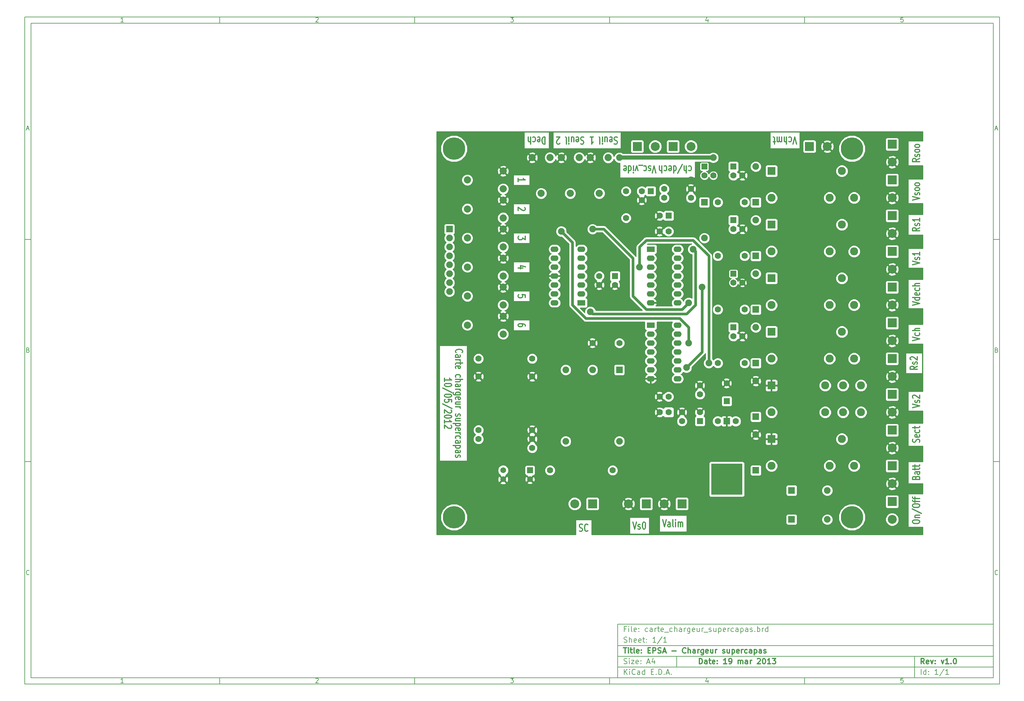
<source format=gtl>
G04 (created by PCBNEW-RS274X (2012-01-19 BZR 3256)-stable) date 19/03/2013 15:46:17*
G01*
G70*
G90*
%MOIN*%
G04 Gerber Fmt 3.4, Leading zero omitted, Abs format*
%FSLAX34Y34*%
G04 APERTURE LIST*
%ADD10C,0.006000*%
%ADD11C,0.012000*%
%ADD12C,0.070000*%
%ADD13R,0.070000X0.070000*%
%ADD14C,0.080000*%
%ADD15R,0.090000X0.090000*%
%ADD16C,0.090000*%
%ADD17C,0.075000*%
%ADD18R,0.075000X0.075000*%
%ADD19R,0.090000X0.062000*%
%ADD20O,0.090000X0.062000*%
%ADD21C,0.065000*%
%ADD22C,0.250000*%
%ADD23R,0.350000X0.350000*%
%ADD24R,0.100000X0.100000*%
%ADD25C,0.100000*%
%ADD26C,0.045000*%
%ADD27C,0.030000*%
%ADD28C,0.010000*%
G04 APERTURE END LIST*
G54D10*
X04000Y-04000D02*
X113000Y-04000D01*
X113000Y-78670D01*
X04000Y-78670D01*
X04000Y-04000D01*
X04700Y-04700D02*
X112300Y-04700D01*
X112300Y-77970D01*
X04700Y-77970D01*
X04700Y-04700D01*
X25800Y-04000D02*
X25800Y-04700D01*
X15043Y-04552D02*
X14757Y-04552D01*
X14900Y-04552D02*
X14900Y-04052D01*
X14852Y-04124D01*
X14805Y-04171D01*
X14757Y-04195D01*
X25800Y-78670D02*
X25800Y-77970D01*
X15043Y-78522D02*
X14757Y-78522D01*
X14900Y-78522D02*
X14900Y-78022D01*
X14852Y-78094D01*
X14805Y-78141D01*
X14757Y-78165D01*
X47600Y-04000D02*
X47600Y-04700D01*
X36557Y-04100D02*
X36581Y-04076D01*
X36629Y-04052D01*
X36748Y-04052D01*
X36795Y-04076D01*
X36819Y-04100D01*
X36843Y-04148D01*
X36843Y-04195D01*
X36819Y-04267D01*
X36533Y-04552D01*
X36843Y-04552D01*
X47600Y-78670D02*
X47600Y-77970D01*
X36557Y-78070D02*
X36581Y-78046D01*
X36629Y-78022D01*
X36748Y-78022D01*
X36795Y-78046D01*
X36819Y-78070D01*
X36843Y-78118D01*
X36843Y-78165D01*
X36819Y-78237D01*
X36533Y-78522D01*
X36843Y-78522D01*
X69400Y-04000D02*
X69400Y-04700D01*
X58333Y-04052D02*
X58643Y-04052D01*
X58476Y-04243D01*
X58548Y-04243D01*
X58595Y-04267D01*
X58619Y-04290D01*
X58643Y-04338D01*
X58643Y-04457D01*
X58619Y-04505D01*
X58595Y-04529D01*
X58548Y-04552D01*
X58405Y-04552D01*
X58357Y-04529D01*
X58333Y-04505D01*
X69400Y-78670D02*
X69400Y-77970D01*
X58333Y-78022D02*
X58643Y-78022D01*
X58476Y-78213D01*
X58548Y-78213D01*
X58595Y-78237D01*
X58619Y-78260D01*
X58643Y-78308D01*
X58643Y-78427D01*
X58619Y-78475D01*
X58595Y-78499D01*
X58548Y-78522D01*
X58405Y-78522D01*
X58357Y-78499D01*
X58333Y-78475D01*
X91200Y-04000D02*
X91200Y-04700D01*
X80395Y-04219D02*
X80395Y-04552D01*
X80276Y-04029D02*
X80157Y-04386D01*
X80467Y-04386D01*
X91200Y-78670D02*
X91200Y-77970D01*
X80395Y-78189D02*
X80395Y-78522D01*
X80276Y-77999D02*
X80157Y-78356D01*
X80467Y-78356D01*
X102219Y-04052D02*
X101981Y-04052D01*
X101957Y-04290D01*
X101981Y-04267D01*
X102029Y-04243D01*
X102148Y-04243D01*
X102195Y-04267D01*
X102219Y-04290D01*
X102243Y-04338D01*
X102243Y-04457D01*
X102219Y-04505D01*
X102195Y-04529D01*
X102148Y-04552D01*
X102029Y-04552D01*
X101981Y-04529D01*
X101957Y-04505D01*
X102219Y-78022D02*
X101981Y-78022D01*
X101957Y-78260D01*
X101981Y-78237D01*
X102029Y-78213D01*
X102148Y-78213D01*
X102195Y-78237D01*
X102219Y-78260D01*
X102243Y-78308D01*
X102243Y-78427D01*
X102219Y-78475D01*
X102195Y-78499D01*
X102148Y-78522D01*
X102029Y-78522D01*
X101981Y-78499D01*
X101957Y-78475D01*
X04000Y-28890D02*
X04700Y-28890D01*
X04231Y-16510D02*
X04469Y-16510D01*
X04184Y-16652D02*
X04350Y-16152D01*
X04517Y-16652D01*
X113000Y-28890D02*
X112300Y-28890D01*
X112531Y-16510D02*
X112769Y-16510D01*
X112484Y-16652D02*
X112650Y-16152D01*
X112817Y-16652D01*
X04000Y-53780D02*
X04700Y-53780D01*
X04386Y-41280D02*
X04457Y-41304D01*
X04481Y-41328D01*
X04505Y-41376D01*
X04505Y-41447D01*
X04481Y-41495D01*
X04457Y-41519D01*
X04410Y-41542D01*
X04219Y-41542D01*
X04219Y-41042D01*
X04386Y-41042D01*
X04433Y-41066D01*
X04457Y-41090D01*
X04481Y-41138D01*
X04481Y-41185D01*
X04457Y-41233D01*
X04433Y-41257D01*
X04386Y-41280D01*
X04219Y-41280D01*
X113000Y-53780D02*
X112300Y-53780D01*
X112686Y-41280D02*
X112757Y-41304D01*
X112781Y-41328D01*
X112805Y-41376D01*
X112805Y-41447D01*
X112781Y-41495D01*
X112757Y-41519D01*
X112710Y-41542D01*
X112519Y-41542D01*
X112519Y-41042D01*
X112686Y-41042D01*
X112733Y-41066D01*
X112757Y-41090D01*
X112781Y-41138D01*
X112781Y-41185D01*
X112757Y-41233D01*
X112733Y-41257D01*
X112686Y-41280D01*
X112519Y-41280D01*
X04505Y-66385D02*
X04481Y-66409D01*
X04410Y-66432D01*
X04362Y-66432D01*
X04290Y-66409D01*
X04243Y-66361D01*
X04219Y-66313D01*
X04195Y-66218D01*
X04195Y-66147D01*
X04219Y-66051D01*
X04243Y-66004D01*
X04290Y-65956D01*
X04362Y-65932D01*
X04410Y-65932D01*
X04481Y-65956D01*
X04505Y-65980D01*
X112805Y-66385D02*
X112781Y-66409D01*
X112710Y-66432D01*
X112662Y-66432D01*
X112590Y-66409D01*
X112543Y-66361D01*
X112519Y-66313D01*
X112495Y-66218D01*
X112495Y-66147D01*
X112519Y-66051D01*
X112543Y-66004D01*
X112590Y-65956D01*
X112662Y-65932D01*
X112710Y-65932D01*
X112781Y-65956D01*
X112805Y-65980D01*
G54D11*
X79443Y-76413D02*
X79443Y-75813D01*
X79586Y-75813D01*
X79671Y-75841D01*
X79729Y-75899D01*
X79757Y-75956D01*
X79786Y-76070D01*
X79786Y-76156D01*
X79757Y-76270D01*
X79729Y-76327D01*
X79671Y-76384D01*
X79586Y-76413D01*
X79443Y-76413D01*
X80300Y-76413D02*
X80300Y-76099D01*
X80271Y-76041D01*
X80214Y-76013D01*
X80100Y-76013D01*
X80043Y-76041D01*
X80300Y-76384D02*
X80243Y-76413D01*
X80100Y-76413D01*
X80043Y-76384D01*
X80014Y-76327D01*
X80014Y-76270D01*
X80043Y-76213D01*
X80100Y-76184D01*
X80243Y-76184D01*
X80300Y-76156D01*
X80500Y-76013D02*
X80729Y-76013D01*
X80586Y-75813D02*
X80586Y-76327D01*
X80614Y-76384D01*
X80672Y-76413D01*
X80729Y-76413D01*
X81157Y-76384D02*
X81100Y-76413D01*
X80986Y-76413D01*
X80929Y-76384D01*
X80900Y-76327D01*
X80900Y-76099D01*
X80929Y-76041D01*
X80986Y-76013D01*
X81100Y-76013D01*
X81157Y-76041D01*
X81186Y-76099D01*
X81186Y-76156D01*
X80900Y-76213D01*
X81443Y-76356D02*
X81471Y-76384D01*
X81443Y-76413D01*
X81414Y-76384D01*
X81443Y-76356D01*
X81443Y-76413D01*
X81443Y-76041D02*
X81471Y-76070D01*
X81443Y-76099D01*
X81414Y-76070D01*
X81443Y-76041D01*
X81443Y-76099D01*
X82500Y-76413D02*
X82157Y-76413D01*
X82329Y-76413D02*
X82329Y-75813D01*
X82272Y-75899D01*
X82214Y-75956D01*
X82157Y-75984D01*
X82785Y-76413D02*
X82900Y-76413D01*
X82957Y-76384D01*
X82985Y-76356D01*
X83043Y-76270D01*
X83071Y-76156D01*
X83071Y-75927D01*
X83043Y-75870D01*
X83014Y-75841D01*
X82957Y-75813D01*
X82843Y-75813D01*
X82785Y-75841D01*
X82757Y-75870D01*
X82728Y-75927D01*
X82728Y-76070D01*
X82757Y-76127D01*
X82785Y-76156D01*
X82843Y-76184D01*
X82957Y-76184D01*
X83014Y-76156D01*
X83043Y-76127D01*
X83071Y-76070D01*
X83785Y-76413D02*
X83785Y-76013D01*
X83785Y-76070D02*
X83813Y-76041D01*
X83871Y-76013D01*
X83956Y-76013D01*
X84013Y-76041D01*
X84042Y-76099D01*
X84042Y-76413D01*
X84042Y-76099D02*
X84071Y-76041D01*
X84128Y-76013D01*
X84213Y-76013D01*
X84271Y-76041D01*
X84299Y-76099D01*
X84299Y-76413D01*
X84842Y-76413D02*
X84842Y-76099D01*
X84813Y-76041D01*
X84756Y-76013D01*
X84642Y-76013D01*
X84585Y-76041D01*
X84842Y-76384D02*
X84785Y-76413D01*
X84642Y-76413D01*
X84585Y-76384D01*
X84556Y-76327D01*
X84556Y-76270D01*
X84585Y-76213D01*
X84642Y-76184D01*
X84785Y-76184D01*
X84842Y-76156D01*
X85128Y-76413D02*
X85128Y-76013D01*
X85128Y-76127D02*
X85156Y-76070D01*
X85185Y-76041D01*
X85242Y-76013D01*
X85299Y-76013D01*
X85927Y-75870D02*
X85956Y-75841D01*
X86013Y-75813D01*
X86156Y-75813D01*
X86213Y-75841D01*
X86242Y-75870D01*
X86270Y-75927D01*
X86270Y-75984D01*
X86242Y-76070D01*
X85899Y-76413D01*
X86270Y-76413D01*
X86641Y-75813D02*
X86698Y-75813D01*
X86755Y-75841D01*
X86784Y-75870D01*
X86813Y-75927D01*
X86841Y-76041D01*
X86841Y-76184D01*
X86813Y-76299D01*
X86784Y-76356D01*
X86755Y-76384D01*
X86698Y-76413D01*
X86641Y-76413D01*
X86584Y-76384D01*
X86555Y-76356D01*
X86527Y-76299D01*
X86498Y-76184D01*
X86498Y-76041D01*
X86527Y-75927D01*
X86555Y-75870D01*
X86584Y-75841D01*
X86641Y-75813D01*
X87412Y-76413D02*
X87069Y-76413D01*
X87241Y-76413D02*
X87241Y-75813D01*
X87184Y-75899D01*
X87126Y-75956D01*
X87069Y-75984D01*
X87612Y-75813D02*
X87983Y-75813D01*
X87783Y-76041D01*
X87869Y-76041D01*
X87926Y-76070D01*
X87955Y-76099D01*
X87983Y-76156D01*
X87983Y-76299D01*
X87955Y-76356D01*
X87926Y-76384D01*
X87869Y-76413D01*
X87697Y-76413D01*
X87640Y-76384D01*
X87612Y-76356D01*
G54D10*
X71043Y-77613D02*
X71043Y-77013D01*
X71386Y-77613D02*
X71129Y-77270D01*
X71386Y-77013D02*
X71043Y-77356D01*
X71643Y-77613D02*
X71643Y-77213D01*
X71643Y-77013D02*
X71614Y-77041D01*
X71643Y-77070D01*
X71671Y-77041D01*
X71643Y-77013D01*
X71643Y-77070D01*
X72272Y-77556D02*
X72243Y-77584D01*
X72157Y-77613D01*
X72100Y-77613D01*
X72015Y-77584D01*
X71957Y-77527D01*
X71929Y-77470D01*
X71900Y-77356D01*
X71900Y-77270D01*
X71929Y-77156D01*
X71957Y-77099D01*
X72015Y-77041D01*
X72100Y-77013D01*
X72157Y-77013D01*
X72243Y-77041D01*
X72272Y-77070D01*
X72786Y-77613D02*
X72786Y-77299D01*
X72757Y-77241D01*
X72700Y-77213D01*
X72586Y-77213D01*
X72529Y-77241D01*
X72786Y-77584D02*
X72729Y-77613D01*
X72586Y-77613D01*
X72529Y-77584D01*
X72500Y-77527D01*
X72500Y-77470D01*
X72529Y-77413D01*
X72586Y-77384D01*
X72729Y-77384D01*
X72786Y-77356D01*
X73329Y-77613D02*
X73329Y-77013D01*
X73329Y-77584D02*
X73272Y-77613D01*
X73158Y-77613D01*
X73100Y-77584D01*
X73072Y-77556D01*
X73043Y-77499D01*
X73043Y-77327D01*
X73072Y-77270D01*
X73100Y-77241D01*
X73158Y-77213D01*
X73272Y-77213D01*
X73329Y-77241D01*
X74072Y-77299D02*
X74272Y-77299D01*
X74358Y-77613D02*
X74072Y-77613D01*
X74072Y-77013D01*
X74358Y-77013D01*
X74615Y-77556D02*
X74643Y-77584D01*
X74615Y-77613D01*
X74586Y-77584D01*
X74615Y-77556D01*
X74615Y-77613D01*
X74901Y-77613D02*
X74901Y-77013D01*
X75044Y-77013D01*
X75129Y-77041D01*
X75187Y-77099D01*
X75215Y-77156D01*
X75244Y-77270D01*
X75244Y-77356D01*
X75215Y-77470D01*
X75187Y-77527D01*
X75129Y-77584D01*
X75044Y-77613D01*
X74901Y-77613D01*
X75501Y-77556D02*
X75529Y-77584D01*
X75501Y-77613D01*
X75472Y-77584D01*
X75501Y-77556D01*
X75501Y-77613D01*
X75758Y-77441D02*
X76044Y-77441D01*
X75701Y-77613D02*
X75901Y-77013D01*
X76101Y-77613D01*
X76301Y-77556D02*
X76329Y-77584D01*
X76301Y-77613D01*
X76272Y-77584D01*
X76301Y-77556D01*
X76301Y-77613D01*
G54D11*
X104586Y-76413D02*
X104386Y-76127D01*
X104243Y-76413D02*
X104243Y-75813D01*
X104471Y-75813D01*
X104529Y-75841D01*
X104557Y-75870D01*
X104586Y-75927D01*
X104586Y-76013D01*
X104557Y-76070D01*
X104529Y-76099D01*
X104471Y-76127D01*
X104243Y-76127D01*
X105071Y-76384D02*
X105014Y-76413D01*
X104900Y-76413D01*
X104843Y-76384D01*
X104814Y-76327D01*
X104814Y-76099D01*
X104843Y-76041D01*
X104900Y-76013D01*
X105014Y-76013D01*
X105071Y-76041D01*
X105100Y-76099D01*
X105100Y-76156D01*
X104814Y-76213D01*
X105300Y-76013D02*
X105443Y-76413D01*
X105585Y-76013D01*
X105814Y-76356D02*
X105842Y-76384D01*
X105814Y-76413D01*
X105785Y-76384D01*
X105814Y-76356D01*
X105814Y-76413D01*
X105814Y-76041D02*
X105842Y-76070D01*
X105814Y-76099D01*
X105785Y-76070D01*
X105814Y-76041D01*
X105814Y-76099D01*
X106500Y-76013D02*
X106643Y-76413D01*
X106785Y-76013D01*
X107328Y-76413D02*
X106985Y-76413D01*
X107157Y-76413D02*
X107157Y-75813D01*
X107100Y-75899D01*
X107042Y-75956D01*
X106985Y-75984D01*
X107585Y-76356D02*
X107613Y-76384D01*
X107585Y-76413D01*
X107556Y-76384D01*
X107585Y-76356D01*
X107585Y-76413D01*
X107985Y-75813D02*
X108042Y-75813D01*
X108099Y-75841D01*
X108128Y-75870D01*
X108157Y-75927D01*
X108185Y-76041D01*
X108185Y-76184D01*
X108157Y-76299D01*
X108128Y-76356D01*
X108099Y-76384D01*
X108042Y-76413D01*
X107985Y-76413D01*
X107928Y-76384D01*
X107899Y-76356D01*
X107871Y-76299D01*
X107842Y-76184D01*
X107842Y-76041D01*
X107871Y-75927D01*
X107899Y-75870D01*
X107928Y-75841D01*
X107985Y-75813D01*
G54D10*
X71014Y-76384D02*
X71100Y-76413D01*
X71243Y-76413D01*
X71300Y-76384D01*
X71329Y-76356D01*
X71357Y-76299D01*
X71357Y-76241D01*
X71329Y-76184D01*
X71300Y-76156D01*
X71243Y-76127D01*
X71129Y-76099D01*
X71071Y-76070D01*
X71043Y-76041D01*
X71014Y-75984D01*
X71014Y-75927D01*
X71043Y-75870D01*
X71071Y-75841D01*
X71129Y-75813D01*
X71271Y-75813D01*
X71357Y-75841D01*
X71614Y-76413D02*
X71614Y-76013D01*
X71614Y-75813D02*
X71585Y-75841D01*
X71614Y-75870D01*
X71642Y-75841D01*
X71614Y-75813D01*
X71614Y-75870D01*
X71843Y-76013D02*
X72157Y-76013D01*
X71843Y-76413D01*
X72157Y-76413D01*
X72614Y-76384D02*
X72557Y-76413D01*
X72443Y-76413D01*
X72386Y-76384D01*
X72357Y-76327D01*
X72357Y-76099D01*
X72386Y-76041D01*
X72443Y-76013D01*
X72557Y-76013D01*
X72614Y-76041D01*
X72643Y-76099D01*
X72643Y-76156D01*
X72357Y-76213D01*
X72900Y-76356D02*
X72928Y-76384D01*
X72900Y-76413D01*
X72871Y-76384D01*
X72900Y-76356D01*
X72900Y-76413D01*
X72900Y-76041D02*
X72928Y-76070D01*
X72900Y-76099D01*
X72871Y-76070D01*
X72900Y-76041D01*
X72900Y-76099D01*
X73614Y-76241D02*
X73900Y-76241D01*
X73557Y-76413D02*
X73757Y-75813D01*
X73957Y-76413D01*
X74414Y-76013D02*
X74414Y-76413D01*
X74271Y-75784D02*
X74128Y-76213D01*
X74500Y-76213D01*
X104243Y-77613D02*
X104243Y-77013D01*
X104786Y-77613D02*
X104786Y-77013D01*
X104786Y-77584D02*
X104729Y-77613D01*
X104615Y-77613D01*
X104557Y-77584D01*
X104529Y-77556D01*
X104500Y-77499D01*
X104500Y-77327D01*
X104529Y-77270D01*
X104557Y-77241D01*
X104615Y-77213D01*
X104729Y-77213D01*
X104786Y-77241D01*
X105072Y-77556D02*
X105100Y-77584D01*
X105072Y-77613D01*
X105043Y-77584D01*
X105072Y-77556D01*
X105072Y-77613D01*
X105072Y-77241D02*
X105100Y-77270D01*
X105072Y-77299D01*
X105043Y-77270D01*
X105072Y-77241D01*
X105072Y-77299D01*
X106129Y-77613D02*
X105786Y-77613D01*
X105958Y-77613D02*
X105958Y-77013D01*
X105901Y-77099D01*
X105843Y-77156D01*
X105786Y-77184D01*
X106814Y-76984D02*
X106300Y-77756D01*
X107329Y-77613D02*
X106986Y-77613D01*
X107158Y-77613D02*
X107158Y-77013D01*
X107101Y-77099D01*
X107043Y-77156D01*
X106986Y-77184D01*
G54D11*
X70957Y-74613D02*
X71300Y-74613D01*
X71129Y-75213D02*
X71129Y-74613D01*
X71500Y-75213D02*
X71500Y-74813D01*
X71500Y-74613D02*
X71471Y-74641D01*
X71500Y-74670D01*
X71528Y-74641D01*
X71500Y-74613D01*
X71500Y-74670D01*
X71700Y-74813D02*
X71929Y-74813D01*
X71786Y-74613D02*
X71786Y-75127D01*
X71814Y-75184D01*
X71872Y-75213D01*
X71929Y-75213D01*
X72215Y-75213D02*
X72157Y-75184D01*
X72129Y-75127D01*
X72129Y-74613D01*
X72671Y-75184D02*
X72614Y-75213D01*
X72500Y-75213D01*
X72443Y-75184D01*
X72414Y-75127D01*
X72414Y-74899D01*
X72443Y-74841D01*
X72500Y-74813D01*
X72614Y-74813D01*
X72671Y-74841D01*
X72700Y-74899D01*
X72700Y-74956D01*
X72414Y-75013D01*
X72957Y-75156D02*
X72985Y-75184D01*
X72957Y-75213D01*
X72928Y-75184D01*
X72957Y-75156D01*
X72957Y-75213D01*
X72957Y-74841D02*
X72985Y-74870D01*
X72957Y-74899D01*
X72928Y-74870D01*
X72957Y-74841D01*
X72957Y-74899D01*
X73700Y-74899D02*
X73900Y-74899D01*
X73986Y-75213D02*
X73700Y-75213D01*
X73700Y-74613D01*
X73986Y-74613D01*
X74243Y-75213D02*
X74243Y-74613D01*
X74471Y-74613D01*
X74529Y-74641D01*
X74557Y-74670D01*
X74586Y-74727D01*
X74586Y-74813D01*
X74557Y-74870D01*
X74529Y-74899D01*
X74471Y-74927D01*
X74243Y-74927D01*
X74814Y-75184D02*
X74900Y-75213D01*
X75043Y-75213D01*
X75100Y-75184D01*
X75129Y-75156D01*
X75157Y-75099D01*
X75157Y-75041D01*
X75129Y-74984D01*
X75100Y-74956D01*
X75043Y-74927D01*
X74929Y-74899D01*
X74871Y-74870D01*
X74843Y-74841D01*
X74814Y-74784D01*
X74814Y-74727D01*
X74843Y-74670D01*
X74871Y-74641D01*
X74929Y-74613D01*
X75071Y-74613D01*
X75157Y-74641D01*
X75385Y-75041D02*
X75671Y-75041D01*
X75328Y-75213D02*
X75528Y-74613D01*
X75728Y-75213D01*
X76385Y-74984D02*
X76842Y-74984D01*
X77928Y-75156D02*
X77899Y-75184D01*
X77813Y-75213D01*
X77756Y-75213D01*
X77671Y-75184D01*
X77613Y-75127D01*
X77585Y-75070D01*
X77556Y-74956D01*
X77556Y-74870D01*
X77585Y-74756D01*
X77613Y-74699D01*
X77671Y-74641D01*
X77756Y-74613D01*
X77813Y-74613D01*
X77899Y-74641D01*
X77928Y-74670D01*
X78185Y-75213D02*
X78185Y-74613D01*
X78442Y-75213D02*
X78442Y-74899D01*
X78413Y-74841D01*
X78356Y-74813D01*
X78271Y-74813D01*
X78213Y-74841D01*
X78185Y-74870D01*
X78985Y-75213D02*
X78985Y-74899D01*
X78956Y-74841D01*
X78899Y-74813D01*
X78785Y-74813D01*
X78728Y-74841D01*
X78985Y-75184D02*
X78928Y-75213D01*
X78785Y-75213D01*
X78728Y-75184D01*
X78699Y-75127D01*
X78699Y-75070D01*
X78728Y-75013D01*
X78785Y-74984D01*
X78928Y-74984D01*
X78985Y-74956D01*
X79271Y-75213D02*
X79271Y-74813D01*
X79271Y-74927D02*
X79299Y-74870D01*
X79328Y-74841D01*
X79385Y-74813D01*
X79442Y-74813D01*
X79899Y-74813D02*
X79899Y-75299D01*
X79870Y-75356D01*
X79842Y-75384D01*
X79785Y-75413D01*
X79699Y-75413D01*
X79642Y-75384D01*
X79899Y-75184D02*
X79842Y-75213D01*
X79728Y-75213D01*
X79670Y-75184D01*
X79642Y-75156D01*
X79613Y-75099D01*
X79613Y-74927D01*
X79642Y-74870D01*
X79670Y-74841D01*
X79728Y-74813D01*
X79842Y-74813D01*
X79899Y-74841D01*
X80413Y-75184D02*
X80356Y-75213D01*
X80242Y-75213D01*
X80185Y-75184D01*
X80156Y-75127D01*
X80156Y-74899D01*
X80185Y-74841D01*
X80242Y-74813D01*
X80356Y-74813D01*
X80413Y-74841D01*
X80442Y-74899D01*
X80442Y-74956D01*
X80156Y-75013D01*
X80956Y-74813D02*
X80956Y-75213D01*
X80699Y-74813D02*
X80699Y-75127D01*
X80727Y-75184D01*
X80785Y-75213D01*
X80870Y-75213D01*
X80927Y-75184D01*
X80956Y-75156D01*
X81242Y-75213D02*
X81242Y-74813D01*
X81242Y-74927D02*
X81270Y-74870D01*
X81299Y-74841D01*
X81356Y-74813D01*
X81413Y-74813D01*
X82041Y-75184D02*
X82098Y-75213D01*
X82213Y-75213D01*
X82270Y-75184D01*
X82298Y-75127D01*
X82298Y-75099D01*
X82270Y-75041D01*
X82213Y-75013D01*
X82127Y-75013D01*
X82070Y-74984D01*
X82041Y-74927D01*
X82041Y-74899D01*
X82070Y-74841D01*
X82127Y-74813D01*
X82213Y-74813D01*
X82270Y-74841D01*
X82813Y-74813D02*
X82813Y-75213D01*
X82556Y-74813D02*
X82556Y-75127D01*
X82584Y-75184D01*
X82642Y-75213D01*
X82727Y-75213D01*
X82784Y-75184D01*
X82813Y-75156D01*
X83099Y-74813D02*
X83099Y-75413D01*
X83099Y-74841D02*
X83156Y-74813D01*
X83270Y-74813D01*
X83327Y-74841D01*
X83356Y-74870D01*
X83385Y-74927D01*
X83385Y-75099D01*
X83356Y-75156D01*
X83327Y-75184D01*
X83270Y-75213D01*
X83156Y-75213D01*
X83099Y-75184D01*
X83870Y-75184D02*
X83813Y-75213D01*
X83699Y-75213D01*
X83642Y-75184D01*
X83613Y-75127D01*
X83613Y-74899D01*
X83642Y-74841D01*
X83699Y-74813D01*
X83813Y-74813D01*
X83870Y-74841D01*
X83899Y-74899D01*
X83899Y-74956D01*
X83613Y-75013D01*
X84156Y-75213D02*
X84156Y-74813D01*
X84156Y-74927D02*
X84184Y-74870D01*
X84213Y-74841D01*
X84270Y-74813D01*
X84327Y-74813D01*
X84784Y-75184D02*
X84727Y-75213D01*
X84613Y-75213D01*
X84555Y-75184D01*
X84527Y-75156D01*
X84498Y-75099D01*
X84498Y-74927D01*
X84527Y-74870D01*
X84555Y-74841D01*
X84613Y-74813D01*
X84727Y-74813D01*
X84784Y-74841D01*
X85298Y-75213D02*
X85298Y-74899D01*
X85269Y-74841D01*
X85212Y-74813D01*
X85098Y-74813D01*
X85041Y-74841D01*
X85298Y-75184D02*
X85241Y-75213D01*
X85098Y-75213D01*
X85041Y-75184D01*
X85012Y-75127D01*
X85012Y-75070D01*
X85041Y-75013D01*
X85098Y-74984D01*
X85241Y-74984D01*
X85298Y-74956D01*
X85584Y-74813D02*
X85584Y-75413D01*
X85584Y-74841D02*
X85641Y-74813D01*
X85755Y-74813D01*
X85812Y-74841D01*
X85841Y-74870D01*
X85870Y-74927D01*
X85870Y-75099D01*
X85841Y-75156D01*
X85812Y-75184D01*
X85755Y-75213D01*
X85641Y-75213D01*
X85584Y-75184D01*
X86384Y-75213D02*
X86384Y-74899D01*
X86355Y-74841D01*
X86298Y-74813D01*
X86184Y-74813D01*
X86127Y-74841D01*
X86384Y-75184D02*
X86327Y-75213D01*
X86184Y-75213D01*
X86127Y-75184D01*
X86098Y-75127D01*
X86098Y-75070D01*
X86127Y-75013D01*
X86184Y-74984D01*
X86327Y-74984D01*
X86384Y-74956D01*
X86641Y-75184D02*
X86698Y-75213D01*
X86813Y-75213D01*
X86870Y-75184D01*
X86898Y-75127D01*
X86898Y-75099D01*
X86870Y-75041D01*
X86813Y-75013D01*
X86727Y-75013D01*
X86670Y-74984D01*
X86641Y-74927D01*
X86641Y-74899D01*
X86670Y-74841D01*
X86727Y-74813D01*
X86813Y-74813D01*
X86870Y-74841D01*
G54D10*
X71243Y-72499D02*
X71043Y-72499D01*
X71043Y-72813D02*
X71043Y-72213D01*
X71329Y-72213D01*
X71557Y-72813D02*
X71557Y-72413D01*
X71557Y-72213D02*
X71528Y-72241D01*
X71557Y-72270D01*
X71585Y-72241D01*
X71557Y-72213D01*
X71557Y-72270D01*
X71929Y-72813D02*
X71871Y-72784D01*
X71843Y-72727D01*
X71843Y-72213D01*
X72385Y-72784D02*
X72328Y-72813D01*
X72214Y-72813D01*
X72157Y-72784D01*
X72128Y-72727D01*
X72128Y-72499D01*
X72157Y-72441D01*
X72214Y-72413D01*
X72328Y-72413D01*
X72385Y-72441D01*
X72414Y-72499D01*
X72414Y-72556D01*
X72128Y-72613D01*
X72671Y-72756D02*
X72699Y-72784D01*
X72671Y-72813D01*
X72642Y-72784D01*
X72671Y-72756D01*
X72671Y-72813D01*
X72671Y-72441D02*
X72699Y-72470D01*
X72671Y-72499D01*
X72642Y-72470D01*
X72671Y-72441D01*
X72671Y-72499D01*
X73671Y-72784D02*
X73614Y-72813D01*
X73500Y-72813D01*
X73442Y-72784D01*
X73414Y-72756D01*
X73385Y-72699D01*
X73385Y-72527D01*
X73414Y-72470D01*
X73442Y-72441D01*
X73500Y-72413D01*
X73614Y-72413D01*
X73671Y-72441D01*
X74185Y-72813D02*
X74185Y-72499D01*
X74156Y-72441D01*
X74099Y-72413D01*
X73985Y-72413D01*
X73928Y-72441D01*
X74185Y-72784D02*
X74128Y-72813D01*
X73985Y-72813D01*
X73928Y-72784D01*
X73899Y-72727D01*
X73899Y-72670D01*
X73928Y-72613D01*
X73985Y-72584D01*
X74128Y-72584D01*
X74185Y-72556D01*
X74471Y-72813D02*
X74471Y-72413D01*
X74471Y-72527D02*
X74499Y-72470D01*
X74528Y-72441D01*
X74585Y-72413D01*
X74642Y-72413D01*
X74756Y-72413D02*
X74985Y-72413D01*
X74842Y-72213D02*
X74842Y-72727D01*
X74870Y-72784D01*
X74928Y-72813D01*
X74985Y-72813D01*
X75413Y-72784D02*
X75356Y-72813D01*
X75242Y-72813D01*
X75185Y-72784D01*
X75156Y-72727D01*
X75156Y-72499D01*
X75185Y-72441D01*
X75242Y-72413D01*
X75356Y-72413D01*
X75413Y-72441D01*
X75442Y-72499D01*
X75442Y-72556D01*
X75156Y-72613D01*
X75556Y-72870D02*
X76013Y-72870D01*
X76413Y-72784D02*
X76356Y-72813D01*
X76242Y-72813D01*
X76184Y-72784D01*
X76156Y-72756D01*
X76127Y-72699D01*
X76127Y-72527D01*
X76156Y-72470D01*
X76184Y-72441D01*
X76242Y-72413D01*
X76356Y-72413D01*
X76413Y-72441D01*
X76670Y-72813D02*
X76670Y-72213D01*
X76927Y-72813D02*
X76927Y-72499D01*
X76898Y-72441D01*
X76841Y-72413D01*
X76756Y-72413D01*
X76698Y-72441D01*
X76670Y-72470D01*
X77470Y-72813D02*
X77470Y-72499D01*
X77441Y-72441D01*
X77384Y-72413D01*
X77270Y-72413D01*
X77213Y-72441D01*
X77470Y-72784D02*
X77413Y-72813D01*
X77270Y-72813D01*
X77213Y-72784D01*
X77184Y-72727D01*
X77184Y-72670D01*
X77213Y-72613D01*
X77270Y-72584D01*
X77413Y-72584D01*
X77470Y-72556D01*
X77756Y-72813D02*
X77756Y-72413D01*
X77756Y-72527D02*
X77784Y-72470D01*
X77813Y-72441D01*
X77870Y-72413D01*
X77927Y-72413D01*
X78384Y-72413D02*
X78384Y-72899D01*
X78355Y-72956D01*
X78327Y-72984D01*
X78270Y-73013D01*
X78184Y-73013D01*
X78127Y-72984D01*
X78384Y-72784D02*
X78327Y-72813D01*
X78213Y-72813D01*
X78155Y-72784D01*
X78127Y-72756D01*
X78098Y-72699D01*
X78098Y-72527D01*
X78127Y-72470D01*
X78155Y-72441D01*
X78213Y-72413D01*
X78327Y-72413D01*
X78384Y-72441D01*
X78898Y-72784D02*
X78841Y-72813D01*
X78727Y-72813D01*
X78670Y-72784D01*
X78641Y-72727D01*
X78641Y-72499D01*
X78670Y-72441D01*
X78727Y-72413D01*
X78841Y-72413D01*
X78898Y-72441D01*
X78927Y-72499D01*
X78927Y-72556D01*
X78641Y-72613D01*
X79441Y-72413D02*
X79441Y-72813D01*
X79184Y-72413D02*
X79184Y-72727D01*
X79212Y-72784D01*
X79270Y-72813D01*
X79355Y-72813D01*
X79412Y-72784D01*
X79441Y-72756D01*
X79727Y-72813D02*
X79727Y-72413D01*
X79727Y-72527D02*
X79755Y-72470D01*
X79784Y-72441D01*
X79841Y-72413D01*
X79898Y-72413D01*
X79955Y-72870D02*
X80412Y-72870D01*
X80526Y-72784D02*
X80583Y-72813D01*
X80698Y-72813D01*
X80755Y-72784D01*
X80783Y-72727D01*
X80783Y-72699D01*
X80755Y-72641D01*
X80698Y-72613D01*
X80612Y-72613D01*
X80555Y-72584D01*
X80526Y-72527D01*
X80526Y-72499D01*
X80555Y-72441D01*
X80612Y-72413D01*
X80698Y-72413D01*
X80755Y-72441D01*
X81298Y-72413D02*
X81298Y-72813D01*
X81041Y-72413D02*
X81041Y-72727D01*
X81069Y-72784D01*
X81127Y-72813D01*
X81212Y-72813D01*
X81269Y-72784D01*
X81298Y-72756D01*
X81584Y-72413D02*
X81584Y-73013D01*
X81584Y-72441D02*
X81641Y-72413D01*
X81755Y-72413D01*
X81812Y-72441D01*
X81841Y-72470D01*
X81870Y-72527D01*
X81870Y-72699D01*
X81841Y-72756D01*
X81812Y-72784D01*
X81755Y-72813D01*
X81641Y-72813D01*
X81584Y-72784D01*
X82355Y-72784D02*
X82298Y-72813D01*
X82184Y-72813D01*
X82127Y-72784D01*
X82098Y-72727D01*
X82098Y-72499D01*
X82127Y-72441D01*
X82184Y-72413D01*
X82298Y-72413D01*
X82355Y-72441D01*
X82384Y-72499D01*
X82384Y-72556D01*
X82098Y-72613D01*
X82641Y-72813D02*
X82641Y-72413D01*
X82641Y-72527D02*
X82669Y-72470D01*
X82698Y-72441D01*
X82755Y-72413D01*
X82812Y-72413D01*
X83269Y-72784D02*
X83212Y-72813D01*
X83098Y-72813D01*
X83040Y-72784D01*
X83012Y-72756D01*
X82983Y-72699D01*
X82983Y-72527D01*
X83012Y-72470D01*
X83040Y-72441D01*
X83098Y-72413D01*
X83212Y-72413D01*
X83269Y-72441D01*
X83783Y-72813D02*
X83783Y-72499D01*
X83754Y-72441D01*
X83697Y-72413D01*
X83583Y-72413D01*
X83526Y-72441D01*
X83783Y-72784D02*
X83726Y-72813D01*
X83583Y-72813D01*
X83526Y-72784D01*
X83497Y-72727D01*
X83497Y-72670D01*
X83526Y-72613D01*
X83583Y-72584D01*
X83726Y-72584D01*
X83783Y-72556D01*
X84069Y-72413D02*
X84069Y-73013D01*
X84069Y-72441D02*
X84126Y-72413D01*
X84240Y-72413D01*
X84297Y-72441D01*
X84326Y-72470D01*
X84355Y-72527D01*
X84355Y-72699D01*
X84326Y-72756D01*
X84297Y-72784D01*
X84240Y-72813D01*
X84126Y-72813D01*
X84069Y-72784D01*
X84869Y-72813D02*
X84869Y-72499D01*
X84840Y-72441D01*
X84783Y-72413D01*
X84669Y-72413D01*
X84612Y-72441D01*
X84869Y-72784D02*
X84812Y-72813D01*
X84669Y-72813D01*
X84612Y-72784D01*
X84583Y-72727D01*
X84583Y-72670D01*
X84612Y-72613D01*
X84669Y-72584D01*
X84812Y-72584D01*
X84869Y-72556D01*
X85126Y-72784D02*
X85183Y-72813D01*
X85298Y-72813D01*
X85355Y-72784D01*
X85383Y-72727D01*
X85383Y-72699D01*
X85355Y-72641D01*
X85298Y-72613D01*
X85212Y-72613D01*
X85155Y-72584D01*
X85126Y-72527D01*
X85126Y-72499D01*
X85155Y-72441D01*
X85212Y-72413D01*
X85298Y-72413D01*
X85355Y-72441D01*
X85641Y-72756D02*
X85669Y-72784D01*
X85641Y-72813D01*
X85612Y-72784D01*
X85641Y-72756D01*
X85641Y-72813D01*
X85927Y-72813D02*
X85927Y-72213D01*
X85927Y-72441D02*
X85984Y-72413D01*
X86098Y-72413D01*
X86155Y-72441D01*
X86184Y-72470D01*
X86213Y-72527D01*
X86213Y-72699D01*
X86184Y-72756D01*
X86155Y-72784D01*
X86098Y-72813D01*
X85984Y-72813D01*
X85927Y-72784D01*
X86470Y-72813D02*
X86470Y-72413D01*
X86470Y-72527D02*
X86498Y-72470D01*
X86527Y-72441D01*
X86584Y-72413D01*
X86641Y-72413D01*
X87098Y-72813D02*
X87098Y-72213D01*
X87098Y-72784D02*
X87041Y-72813D01*
X86927Y-72813D01*
X86869Y-72784D01*
X86841Y-72756D01*
X86812Y-72699D01*
X86812Y-72527D01*
X86841Y-72470D01*
X86869Y-72441D01*
X86927Y-72413D01*
X87041Y-72413D01*
X87098Y-72441D01*
X71014Y-73984D02*
X71100Y-74013D01*
X71243Y-74013D01*
X71300Y-73984D01*
X71329Y-73956D01*
X71357Y-73899D01*
X71357Y-73841D01*
X71329Y-73784D01*
X71300Y-73756D01*
X71243Y-73727D01*
X71129Y-73699D01*
X71071Y-73670D01*
X71043Y-73641D01*
X71014Y-73584D01*
X71014Y-73527D01*
X71043Y-73470D01*
X71071Y-73441D01*
X71129Y-73413D01*
X71271Y-73413D01*
X71357Y-73441D01*
X71614Y-74013D02*
X71614Y-73413D01*
X71871Y-74013D02*
X71871Y-73699D01*
X71842Y-73641D01*
X71785Y-73613D01*
X71700Y-73613D01*
X71642Y-73641D01*
X71614Y-73670D01*
X72385Y-73984D02*
X72328Y-74013D01*
X72214Y-74013D01*
X72157Y-73984D01*
X72128Y-73927D01*
X72128Y-73699D01*
X72157Y-73641D01*
X72214Y-73613D01*
X72328Y-73613D01*
X72385Y-73641D01*
X72414Y-73699D01*
X72414Y-73756D01*
X72128Y-73813D01*
X72899Y-73984D02*
X72842Y-74013D01*
X72728Y-74013D01*
X72671Y-73984D01*
X72642Y-73927D01*
X72642Y-73699D01*
X72671Y-73641D01*
X72728Y-73613D01*
X72842Y-73613D01*
X72899Y-73641D01*
X72928Y-73699D01*
X72928Y-73756D01*
X72642Y-73813D01*
X73099Y-73613D02*
X73328Y-73613D01*
X73185Y-73413D02*
X73185Y-73927D01*
X73213Y-73984D01*
X73271Y-74013D01*
X73328Y-74013D01*
X73528Y-73956D02*
X73556Y-73984D01*
X73528Y-74013D01*
X73499Y-73984D01*
X73528Y-73956D01*
X73528Y-74013D01*
X73528Y-73641D02*
X73556Y-73670D01*
X73528Y-73699D01*
X73499Y-73670D01*
X73528Y-73641D01*
X73528Y-73699D01*
X74585Y-74013D02*
X74242Y-74013D01*
X74414Y-74013D02*
X74414Y-73413D01*
X74357Y-73499D01*
X74299Y-73556D01*
X74242Y-73584D01*
X75270Y-73384D02*
X74756Y-74156D01*
X75785Y-74013D02*
X75442Y-74013D01*
X75614Y-74013D02*
X75614Y-73413D01*
X75557Y-73499D01*
X75499Y-73556D01*
X75442Y-73584D01*
X70300Y-71970D02*
X70300Y-77970D01*
X70300Y-71970D02*
X112300Y-71970D01*
X70300Y-71970D02*
X112300Y-71970D01*
X70300Y-74370D02*
X112300Y-74370D01*
X103500Y-75570D02*
X103500Y-77970D01*
X70300Y-76770D02*
X112300Y-76770D01*
X70300Y-75570D02*
X112300Y-75570D01*
X76900Y-75570D02*
X76900Y-76770D01*
G54D11*
X52252Y-41580D02*
X52214Y-41551D01*
X52176Y-41465D01*
X52176Y-41408D01*
X52214Y-41323D01*
X52290Y-41265D01*
X52367Y-41237D01*
X52519Y-41208D01*
X52633Y-41208D01*
X52786Y-41237D01*
X52862Y-41265D01*
X52938Y-41323D01*
X52976Y-41408D01*
X52976Y-41465D01*
X52938Y-41551D01*
X52900Y-41580D01*
X52176Y-42094D02*
X52595Y-42094D01*
X52671Y-42065D01*
X52710Y-42008D01*
X52710Y-41894D01*
X52671Y-41837D01*
X52214Y-42094D02*
X52176Y-42037D01*
X52176Y-41894D01*
X52214Y-41837D01*
X52290Y-41808D01*
X52367Y-41808D01*
X52443Y-41837D01*
X52481Y-41894D01*
X52481Y-42037D01*
X52519Y-42094D01*
X52176Y-42380D02*
X52710Y-42380D01*
X52557Y-42380D02*
X52633Y-42408D01*
X52671Y-42437D01*
X52710Y-42494D01*
X52710Y-42551D01*
X52710Y-42665D02*
X52710Y-42894D01*
X52976Y-42751D02*
X52290Y-42751D01*
X52214Y-42779D01*
X52176Y-42837D01*
X52176Y-42894D01*
X52214Y-43322D02*
X52176Y-43265D01*
X52176Y-43151D01*
X52214Y-43094D01*
X52290Y-43065D01*
X52595Y-43065D01*
X52671Y-43094D01*
X52710Y-43151D01*
X52710Y-43265D01*
X52671Y-43322D01*
X52595Y-43351D01*
X52519Y-43351D01*
X52443Y-43065D01*
X52214Y-44322D02*
X52176Y-44265D01*
X52176Y-44151D01*
X52214Y-44093D01*
X52252Y-44065D01*
X52329Y-44036D01*
X52557Y-44036D01*
X52633Y-44065D01*
X52671Y-44093D01*
X52710Y-44151D01*
X52710Y-44265D01*
X52671Y-44322D01*
X52176Y-44579D02*
X52976Y-44579D01*
X52176Y-44836D02*
X52595Y-44836D01*
X52671Y-44807D01*
X52710Y-44750D01*
X52710Y-44665D01*
X52671Y-44607D01*
X52633Y-44579D01*
X52176Y-45379D02*
X52595Y-45379D01*
X52671Y-45350D01*
X52710Y-45293D01*
X52710Y-45179D01*
X52671Y-45122D01*
X52214Y-45379D02*
X52176Y-45322D01*
X52176Y-45179D01*
X52214Y-45122D01*
X52290Y-45093D01*
X52367Y-45093D01*
X52443Y-45122D01*
X52481Y-45179D01*
X52481Y-45322D01*
X52519Y-45379D01*
X52176Y-45665D02*
X52710Y-45665D01*
X52557Y-45665D02*
X52633Y-45693D01*
X52671Y-45722D01*
X52710Y-45779D01*
X52710Y-45836D01*
X52710Y-46293D02*
X52062Y-46293D01*
X51986Y-46264D01*
X51948Y-46236D01*
X51910Y-46179D01*
X51910Y-46093D01*
X51948Y-46036D01*
X52214Y-46293D02*
X52176Y-46236D01*
X52176Y-46122D01*
X52214Y-46064D01*
X52252Y-46036D01*
X52329Y-46007D01*
X52557Y-46007D01*
X52633Y-46036D01*
X52671Y-46064D01*
X52710Y-46122D01*
X52710Y-46236D01*
X52671Y-46293D01*
X52214Y-46807D02*
X52176Y-46750D01*
X52176Y-46636D01*
X52214Y-46579D01*
X52290Y-46550D01*
X52595Y-46550D01*
X52671Y-46579D01*
X52710Y-46636D01*
X52710Y-46750D01*
X52671Y-46807D01*
X52595Y-46836D01*
X52519Y-46836D01*
X52443Y-46550D01*
X52710Y-47350D02*
X52176Y-47350D01*
X52710Y-47093D02*
X52290Y-47093D01*
X52214Y-47121D01*
X52176Y-47179D01*
X52176Y-47264D01*
X52214Y-47321D01*
X52252Y-47350D01*
X52176Y-47636D02*
X52710Y-47636D01*
X52557Y-47636D02*
X52633Y-47664D01*
X52671Y-47693D01*
X52710Y-47750D01*
X52710Y-47807D01*
X52214Y-48435D02*
X52176Y-48492D01*
X52176Y-48607D01*
X52214Y-48664D01*
X52290Y-48692D01*
X52329Y-48692D01*
X52405Y-48664D01*
X52443Y-48607D01*
X52443Y-48521D01*
X52481Y-48464D01*
X52557Y-48435D01*
X52595Y-48435D01*
X52671Y-48464D01*
X52710Y-48521D01*
X52710Y-48607D01*
X52671Y-48664D01*
X52710Y-49207D02*
X52176Y-49207D01*
X52710Y-48950D02*
X52290Y-48950D01*
X52214Y-48978D01*
X52176Y-49036D01*
X52176Y-49121D01*
X52214Y-49178D01*
X52252Y-49207D01*
X52710Y-49493D02*
X51910Y-49493D01*
X52671Y-49493D02*
X52710Y-49550D01*
X52710Y-49664D01*
X52671Y-49721D01*
X52633Y-49750D01*
X52557Y-49779D01*
X52329Y-49779D01*
X52252Y-49750D01*
X52214Y-49721D01*
X52176Y-49664D01*
X52176Y-49550D01*
X52214Y-49493D01*
X52214Y-50264D02*
X52176Y-50207D01*
X52176Y-50093D01*
X52214Y-50036D01*
X52290Y-50007D01*
X52595Y-50007D01*
X52671Y-50036D01*
X52710Y-50093D01*
X52710Y-50207D01*
X52671Y-50264D01*
X52595Y-50293D01*
X52519Y-50293D01*
X52443Y-50007D01*
X52176Y-50550D02*
X52710Y-50550D01*
X52557Y-50550D02*
X52633Y-50578D01*
X52671Y-50607D01*
X52710Y-50664D01*
X52710Y-50721D01*
X52214Y-51178D02*
X52176Y-51121D01*
X52176Y-51007D01*
X52214Y-50949D01*
X52252Y-50921D01*
X52329Y-50892D01*
X52557Y-50892D01*
X52633Y-50921D01*
X52671Y-50949D01*
X52710Y-51007D01*
X52710Y-51121D01*
X52671Y-51178D01*
X52176Y-51692D02*
X52595Y-51692D01*
X52671Y-51663D01*
X52710Y-51606D01*
X52710Y-51492D01*
X52671Y-51435D01*
X52214Y-51692D02*
X52176Y-51635D01*
X52176Y-51492D01*
X52214Y-51435D01*
X52290Y-51406D01*
X52367Y-51406D01*
X52443Y-51435D01*
X52481Y-51492D01*
X52481Y-51635D01*
X52519Y-51692D01*
X52710Y-51978D02*
X51910Y-51978D01*
X52671Y-51978D02*
X52710Y-52035D01*
X52710Y-52149D01*
X52671Y-52206D01*
X52633Y-52235D01*
X52557Y-52264D01*
X52329Y-52264D01*
X52252Y-52235D01*
X52214Y-52206D01*
X52176Y-52149D01*
X52176Y-52035D01*
X52214Y-51978D01*
X52176Y-52778D02*
X52595Y-52778D01*
X52671Y-52749D01*
X52710Y-52692D01*
X52710Y-52578D01*
X52671Y-52521D01*
X52214Y-52778D02*
X52176Y-52721D01*
X52176Y-52578D01*
X52214Y-52521D01*
X52290Y-52492D01*
X52367Y-52492D01*
X52443Y-52521D01*
X52481Y-52578D01*
X52481Y-52721D01*
X52519Y-52778D01*
X52214Y-53035D02*
X52176Y-53092D01*
X52176Y-53207D01*
X52214Y-53264D01*
X52290Y-53292D01*
X52329Y-53292D01*
X52405Y-53264D01*
X52443Y-53207D01*
X52443Y-53121D01*
X52481Y-53064D01*
X52557Y-53035D01*
X52595Y-53035D01*
X52671Y-53064D01*
X52710Y-53121D01*
X52710Y-53207D01*
X52671Y-53264D01*
X50936Y-44794D02*
X50936Y-44451D01*
X50936Y-44623D02*
X51736Y-44623D01*
X51622Y-44566D01*
X51546Y-44508D01*
X51508Y-44451D01*
X51736Y-45165D02*
X51736Y-45222D01*
X51698Y-45279D01*
X51660Y-45308D01*
X51584Y-45337D01*
X51431Y-45365D01*
X51241Y-45365D01*
X51089Y-45337D01*
X51012Y-45308D01*
X50974Y-45279D01*
X50936Y-45222D01*
X50936Y-45165D01*
X50974Y-45108D01*
X51012Y-45079D01*
X51089Y-45051D01*
X51241Y-45022D01*
X51431Y-45022D01*
X51584Y-45051D01*
X51660Y-45079D01*
X51698Y-45108D01*
X51736Y-45165D01*
X51774Y-46050D02*
X50746Y-45536D01*
X51736Y-46365D02*
X51736Y-46422D01*
X51698Y-46479D01*
X51660Y-46508D01*
X51584Y-46537D01*
X51431Y-46565D01*
X51241Y-46565D01*
X51089Y-46537D01*
X51012Y-46508D01*
X50974Y-46479D01*
X50936Y-46422D01*
X50936Y-46365D01*
X50974Y-46308D01*
X51012Y-46279D01*
X51089Y-46251D01*
X51241Y-46222D01*
X51431Y-46222D01*
X51584Y-46251D01*
X51660Y-46279D01*
X51698Y-46308D01*
X51736Y-46365D01*
X51736Y-47108D02*
X51736Y-46822D01*
X51355Y-46793D01*
X51393Y-46822D01*
X51431Y-46879D01*
X51431Y-47022D01*
X51393Y-47079D01*
X51355Y-47108D01*
X51279Y-47136D01*
X51089Y-47136D01*
X51012Y-47108D01*
X50974Y-47079D01*
X50936Y-47022D01*
X50936Y-46879D01*
X50974Y-46822D01*
X51012Y-46793D01*
X51774Y-47821D02*
X50746Y-47307D01*
X51660Y-47993D02*
X51698Y-48022D01*
X51736Y-48079D01*
X51736Y-48222D01*
X51698Y-48279D01*
X51660Y-48308D01*
X51584Y-48336D01*
X51508Y-48336D01*
X51393Y-48308D01*
X50936Y-47965D01*
X50936Y-48336D01*
X51736Y-48707D02*
X51736Y-48764D01*
X51698Y-48821D01*
X51660Y-48850D01*
X51584Y-48879D01*
X51431Y-48907D01*
X51241Y-48907D01*
X51089Y-48879D01*
X51012Y-48850D01*
X50974Y-48821D01*
X50936Y-48764D01*
X50936Y-48707D01*
X50974Y-48650D01*
X51012Y-48621D01*
X51089Y-48593D01*
X51241Y-48564D01*
X51431Y-48564D01*
X51584Y-48593D01*
X51660Y-48621D01*
X51698Y-48650D01*
X51736Y-48707D01*
X50936Y-49478D02*
X50936Y-49135D01*
X50936Y-49307D02*
X51736Y-49307D01*
X51622Y-49250D01*
X51546Y-49192D01*
X51508Y-49135D01*
X51660Y-49706D02*
X51698Y-49735D01*
X51736Y-49792D01*
X51736Y-49935D01*
X51698Y-49992D01*
X51660Y-50021D01*
X51584Y-50049D01*
X51508Y-50049D01*
X51393Y-50021D01*
X50936Y-49678D01*
X50936Y-50049D01*
X90300Y-18226D02*
X90100Y-17426D01*
X89900Y-18226D01*
X89443Y-17464D02*
X89500Y-17426D01*
X89614Y-17426D01*
X89672Y-17464D01*
X89700Y-17502D01*
X89729Y-17579D01*
X89729Y-17807D01*
X89700Y-17883D01*
X89672Y-17921D01*
X89614Y-17960D01*
X89500Y-17960D01*
X89443Y-17921D01*
X89186Y-17426D02*
X89186Y-18226D01*
X88929Y-17426D02*
X88929Y-17845D01*
X88958Y-17921D01*
X89015Y-17960D01*
X89100Y-17960D01*
X89158Y-17921D01*
X89186Y-17883D01*
X88643Y-17426D02*
X88643Y-17960D01*
X88643Y-17883D02*
X88615Y-17921D01*
X88557Y-17960D01*
X88472Y-17960D01*
X88415Y-17921D01*
X88386Y-17845D01*
X88386Y-17426D01*
X88386Y-17845D02*
X88357Y-17921D01*
X88300Y-17960D01*
X88215Y-17960D01*
X88157Y-17921D01*
X88129Y-17845D01*
X88129Y-17426D01*
X87929Y-17960D02*
X87700Y-17960D01*
X87843Y-18226D02*
X87843Y-17540D01*
X87815Y-17464D01*
X87757Y-17426D01*
X87700Y-17426D01*
X104074Y-19850D02*
X103693Y-20050D01*
X104074Y-20193D02*
X103274Y-20193D01*
X103274Y-19965D01*
X103312Y-19907D01*
X103350Y-19879D01*
X103426Y-19850D01*
X103540Y-19850D01*
X103617Y-19879D01*
X103655Y-19907D01*
X103693Y-19965D01*
X103693Y-20193D01*
X104036Y-19622D02*
X104074Y-19565D01*
X104074Y-19450D01*
X104036Y-19393D01*
X103960Y-19365D01*
X103921Y-19365D01*
X103845Y-19393D01*
X103807Y-19450D01*
X103807Y-19536D01*
X103769Y-19593D01*
X103693Y-19622D01*
X103655Y-19622D01*
X103579Y-19593D01*
X103540Y-19536D01*
X103540Y-19450D01*
X103579Y-19393D01*
X104074Y-19021D02*
X104036Y-19079D01*
X103998Y-19107D01*
X103921Y-19136D01*
X103693Y-19136D01*
X103617Y-19107D01*
X103579Y-19079D01*
X103540Y-19021D01*
X103540Y-18936D01*
X103579Y-18879D01*
X103617Y-18850D01*
X103693Y-18821D01*
X103921Y-18821D01*
X103998Y-18850D01*
X104036Y-18879D01*
X104074Y-18936D01*
X104074Y-19021D01*
X104074Y-18478D02*
X104036Y-18536D01*
X103998Y-18564D01*
X103921Y-18593D01*
X103693Y-18593D01*
X103617Y-18564D01*
X103579Y-18536D01*
X103540Y-18478D01*
X103540Y-18393D01*
X103579Y-18336D01*
X103617Y-18307D01*
X103693Y-18278D01*
X103921Y-18278D01*
X103998Y-18307D01*
X104036Y-18336D01*
X104074Y-18393D01*
X104074Y-18478D01*
X103274Y-24486D02*
X104074Y-24286D01*
X103274Y-24086D01*
X104036Y-23915D02*
X104074Y-23858D01*
X104074Y-23743D01*
X104036Y-23686D01*
X103960Y-23658D01*
X103921Y-23658D01*
X103845Y-23686D01*
X103807Y-23743D01*
X103807Y-23829D01*
X103769Y-23886D01*
X103693Y-23915D01*
X103655Y-23915D01*
X103579Y-23886D01*
X103540Y-23829D01*
X103540Y-23743D01*
X103579Y-23686D01*
X104074Y-23314D02*
X104036Y-23372D01*
X103998Y-23400D01*
X103921Y-23429D01*
X103693Y-23429D01*
X103617Y-23400D01*
X103579Y-23372D01*
X103540Y-23314D01*
X103540Y-23229D01*
X103579Y-23172D01*
X103617Y-23143D01*
X103693Y-23114D01*
X103921Y-23114D01*
X103998Y-23143D01*
X104036Y-23172D01*
X104074Y-23229D01*
X104074Y-23314D01*
X104074Y-22771D02*
X104036Y-22829D01*
X103998Y-22857D01*
X103921Y-22886D01*
X103693Y-22886D01*
X103617Y-22857D01*
X103579Y-22829D01*
X103540Y-22771D01*
X103540Y-22686D01*
X103579Y-22629D01*
X103617Y-22600D01*
X103693Y-22571D01*
X103921Y-22571D01*
X103998Y-22600D01*
X104036Y-22629D01*
X104074Y-22686D01*
X104074Y-22771D01*
X104074Y-27592D02*
X103693Y-27792D01*
X104074Y-27935D02*
X103274Y-27935D01*
X103274Y-27707D01*
X103312Y-27649D01*
X103350Y-27621D01*
X103426Y-27592D01*
X103540Y-27592D01*
X103617Y-27621D01*
X103655Y-27649D01*
X103693Y-27707D01*
X103693Y-27935D01*
X104036Y-27364D02*
X104074Y-27307D01*
X104074Y-27192D01*
X104036Y-27135D01*
X103960Y-27107D01*
X103921Y-27107D01*
X103845Y-27135D01*
X103807Y-27192D01*
X103807Y-27278D01*
X103769Y-27335D01*
X103693Y-27364D01*
X103655Y-27364D01*
X103579Y-27335D01*
X103540Y-27278D01*
X103540Y-27192D01*
X103579Y-27135D01*
X104074Y-26535D02*
X104074Y-26878D01*
X104074Y-26706D02*
X103274Y-26706D01*
X103388Y-26763D01*
X103464Y-26821D01*
X103502Y-26878D01*
X103274Y-31728D02*
X104074Y-31528D01*
X103274Y-31328D01*
X104036Y-31157D02*
X104074Y-31100D01*
X104074Y-30985D01*
X104036Y-30928D01*
X103960Y-30900D01*
X103921Y-30900D01*
X103845Y-30928D01*
X103807Y-30985D01*
X103807Y-31071D01*
X103769Y-31128D01*
X103693Y-31157D01*
X103655Y-31157D01*
X103579Y-31128D01*
X103540Y-31071D01*
X103540Y-30985D01*
X103579Y-30928D01*
X104074Y-30328D02*
X104074Y-30671D01*
X104074Y-30499D02*
X103274Y-30499D01*
X103388Y-30556D01*
X103464Y-30614D01*
X103502Y-30671D01*
X103274Y-36257D02*
X104074Y-36057D01*
X103274Y-35857D01*
X104074Y-35400D02*
X103274Y-35400D01*
X104036Y-35400D02*
X104074Y-35457D01*
X104074Y-35571D01*
X104036Y-35629D01*
X103998Y-35657D01*
X103921Y-35686D01*
X103693Y-35686D01*
X103617Y-35657D01*
X103579Y-35629D01*
X103540Y-35571D01*
X103540Y-35457D01*
X103579Y-35400D01*
X104036Y-34886D02*
X104074Y-34943D01*
X104074Y-35057D01*
X104036Y-35114D01*
X103960Y-35143D01*
X103655Y-35143D01*
X103579Y-35114D01*
X103540Y-35057D01*
X103540Y-34943D01*
X103579Y-34886D01*
X103655Y-34857D01*
X103731Y-34857D01*
X103807Y-35143D01*
X104036Y-34343D02*
X104074Y-34400D01*
X104074Y-34514D01*
X104036Y-34572D01*
X103998Y-34600D01*
X103921Y-34629D01*
X103693Y-34629D01*
X103617Y-34600D01*
X103579Y-34572D01*
X103540Y-34514D01*
X103540Y-34400D01*
X103579Y-34343D01*
X104074Y-34086D02*
X103274Y-34086D01*
X104074Y-33829D02*
X103655Y-33829D01*
X103579Y-33858D01*
X103540Y-33915D01*
X103540Y-34000D01*
X103579Y-34058D01*
X103617Y-34086D01*
X103274Y-40228D02*
X104074Y-40028D01*
X103274Y-39828D01*
X104036Y-39371D02*
X104074Y-39428D01*
X104074Y-39542D01*
X104036Y-39600D01*
X103998Y-39628D01*
X103921Y-39657D01*
X103693Y-39657D01*
X103617Y-39628D01*
X103579Y-39600D01*
X103540Y-39542D01*
X103540Y-39428D01*
X103579Y-39371D01*
X104074Y-39114D02*
X103274Y-39114D01*
X104074Y-38857D02*
X103655Y-38857D01*
X103579Y-38886D01*
X103540Y-38943D01*
X103540Y-39028D01*
X103579Y-39086D01*
X103617Y-39114D01*
X103274Y-47728D02*
X104074Y-47528D01*
X103274Y-47328D01*
X104036Y-47157D02*
X104074Y-47100D01*
X104074Y-46985D01*
X104036Y-46928D01*
X103960Y-46900D01*
X103921Y-46900D01*
X103845Y-46928D01*
X103807Y-46985D01*
X103807Y-47071D01*
X103769Y-47128D01*
X103693Y-47157D01*
X103655Y-47157D01*
X103579Y-47128D01*
X103540Y-47071D01*
X103540Y-46985D01*
X103579Y-46928D01*
X103350Y-46671D02*
X103312Y-46642D01*
X103274Y-46585D01*
X103274Y-46442D01*
X103312Y-46385D01*
X103350Y-46356D01*
X103426Y-46328D01*
X103502Y-46328D01*
X103617Y-46356D01*
X104074Y-46699D01*
X104074Y-46328D01*
X103824Y-43092D02*
X103443Y-43292D01*
X103824Y-43435D02*
X103024Y-43435D01*
X103024Y-43207D01*
X103062Y-43149D01*
X103100Y-43121D01*
X103176Y-43092D01*
X103290Y-43092D01*
X103367Y-43121D01*
X103405Y-43149D01*
X103443Y-43207D01*
X103443Y-43435D01*
X103786Y-42864D02*
X103824Y-42807D01*
X103824Y-42692D01*
X103786Y-42635D01*
X103710Y-42607D01*
X103671Y-42607D01*
X103595Y-42635D01*
X103557Y-42692D01*
X103557Y-42778D01*
X103519Y-42835D01*
X103443Y-42864D01*
X103405Y-42864D01*
X103329Y-42835D01*
X103290Y-42778D01*
X103290Y-42692D01*
X103329Y-42635D01*
X103100Y-42378D02*
X103062Y-42349D01*
X103024Y-42292D01*
X103024Y-42149D01*
X103062Y-42092D01*
X103100Y-42063D01*
X103176Y-42035D01*
X103252Y-42035D01*
X103367Y-42063D01*
X103824Y-42406D01*
X103824Y-42035D01*
X104036Y-51607D02*
X104074Y-51521D01*
X104074Y-51378D01*
X104036Y-51321D01*
X103998Y-51292D01*
X103921Y-51264D01*
X103845Y-51264D01*
X103769Y-51292D01*
X103731Y-51321D01*
X103693Y-51378D01*
X103655Y-51492D01*
X103617Y-51550D01*
X103579Y-51578D01*
X103502Y-51607D01*
X103426Y-51607D01*
X103350Y-51578D01*
X103312Y-51550D01*
X103274Y-51492D01*
X103274Y-51350D01*
X103312Y-51264D01*
X104036Y-50779D02*
X104074Y-50836D01*
X104074Y-50950D01*
X104036Y-51007D01*
X103960Y-51036D01*
X103655Y-51036D01*
X103579Y-51007D01*
X103540Y-50950D01*
X103540Y-50836D01*
X103579Y-50779D01*
X103655Y-50750D01*
X103731Y-50750D01*
X103807Y-51036D01*
X104036Y-50236D02*
X104074Y-50293D01*
X104074Y-50407D01*
X104036Y-50465D01*
X103998Y-50493D01*
X103921Y-50522D01*
X103693Y-50522D01*
X103617Y-50493D01*
X103579Y-50465D01*
X103540Y-50407D01*
X103540Y-50293D01*
X103579Y-50236D01*
X103540Y-50065D02*
X103540Y-49836D01*
X103274Y-49979D02*
X103960Y-49979D01*
X104036Y-49951D01*
X104074Y-49893D01*
X104074Y-49836D01*
X103655Y-55571D02*
X103693Y-55485D01*
X103731Y-55457D01*
X103807Y-55428D01*
X103921Y-55428D01*
X103998Y-55457D01*
X104036Y-55485D01*
X104074Y-55543D01*
X104074Y-55771D01*
X103274Y-55771D01*
X103274Y-55571D01*
X103312Y-55514D01*
X103350Y-55485D01*
X103426Y-55457D01*
X103502Y-55457D01*
X103579Y-55485D01*
X103617Y-55514D01*
X103655Y-55571D01*
X103655Y-55771D01*
X104074Y-54914D02*
X103655Y-54914D01*
X103579Y-54943D01*
X103540Y-55000D01*
X103540Y-55114D01*
X103579Y-55171D01*
X104036Y-54914D02*
X104074Y-54971D01*
X104074Y-55114D01*
X104036Y-55171D01*
X103960Y-55200D01*
X103883Y-55200D01*
X103807Y-55171D01*
X103769Y-55114D01*
X103769Y-54971D01*
X103731Y-54914D01*
X103540Y-54714D02*
X103540Y-54485D01*
X103274Y-54628D02*
X103960Y-54628D01*
X104036Y-54600D01*
X104074Y-54542D01*
X104074Y-54485D01*
X103540Y-54371D02*
X103540Y-54142D01*
X103274Y-54285D02*
X103960Y-54285D01*
X104036Y-54257D01*
X104074Y-54199D01*
X104074Y-54142D01*
X103274Y-60551D02*
X103274Y-60437D01*
X103312Y-60379D01*
X103388Y-60322D01*
X103540Y-60294D01*
X103807Y-60294D01*
X103960Y-60322D01*
X104036Y-60379D01*
X104074Y-60437D01*
X104074Y-60551D01*
X104036Y-60608D01*
X103960Y-60665D01*
X103807Y-60694D01*
X103540Y-60694D01*
X103388Y-60665D01*
X103312Y-60608D01*
X103274Y-60551D01*
X103540Y-60036D02*
X104074Y-60036D01*
X103617Y-60036D02*
X103579Y-60008D01*
X103540Y-59950D01*
X103540Y-59865D01*
X103579Y-59808D01*
X103655Y-59779D01*
X104074Y-59779D01*
X103236Y-59065D02*
X104264Y-59579D01*
X103274Y-58750D02*
X103274Y-58636D01*
X103312Y-58578D01*
X103388Y-58521D01*
X103540Y-58493D01*
X103807Y-58493D01*
X103960Y-58521D01*
X104036Y-58578D01*
X104074Y-58636D01*
X104074Y-58750D01*
X104036Y-58807D01*
X103960Y-58864D01*
X103807Y-58893D01*
X103540Y-58893D01*
X103388Y-58864D01*
X103312Y-58807D01*
X103274Y-58750D01*
X103540Y-58321D02*
X103540Y-58092D01*
X104074Y-58235D02*
X103388Y-58235D01*
X103312Y-58207D01*
X103274Y-58149D01*
X103274Y-58092D01*
X103540Y-57978D02*
X103540Y-57749D01*
X104074Y-57892D02*
X103388Y-57892D01*
X103312Y-57864D01*
X103274Y-57806D01*
X103274Y-57749D01*
X78250Y-20714D02*
X78307Y-20676D01*
X78421Y-20676D01*
X78479Y-20714D01*
X78507Y-20752D01*
X78536Y-20829D01*
X78536Y-21057D01*
X78507Y-21133D01*
X78479Y-21171D01*
X78421Y-21210D01*
X78307Y-21210D01*
X78250Y-21171D01*
X77993Y-20676D02*
X77993Y-21476D01*
X77736Y-20676D02*
X77736Y-21095D01*
X77765Y-21171D01*
X77822Y-21210D01*
X77907Y-21210D01*
X77965Y-21171D01*
X77993Y-21133D01*
X77022Y-21514D02*
X77536Y-20486D01*
X76564Y-20676D02*
X76564Y-21476D01*
X76564Y-20714D02*
X76621Y-20676D01*
X76735Y-20676D01*
X76793Y-20714D01*
X76821Y-20752D01*
X76850Y-20829D01*
X76850Y-21057D01*
X76821Y-21133D01*
X76793Y-21171D01*
X76735Y-21210D01*
X76621Y-21210D01*
X76564Y-21171D01*
X76050Y-20714D02*
X76107Y-20676D01*
X76221Y-20676D01*
X76278Y-20714D01*
X76307Y-20790D01*
X76307Y-21095D01*
X76278Y-21171D01*
X76221Y-21210D01*
X76107Y-21210D01*
X76050Y-21171D01*
X76021Y-21095D01*
X76021Y-21019D01*
X76307Y-20943D01*
X75507Y-20714D02*
X75564Y-20676D01*
X75678Y-20676D01*
X75736Y-20714D01*
X75764Y-20752D01*
X75793Y-20829D01*
X75793Y-21057D01*
X75764Y-21133D01*
X75736Y-21171D01*
X75678Y-21210D01*
X75564Y-21210D01*
X75507Y-21171D01*
X75250Y-20676D02*
X75250Y-21476D01*
X74993Y-20676D02*
X74993Y-21095D01*
X75022Y-21171D01*
X75079Y-21210D01*
X75164Y-21210D01*
X75222Y-21171D01*
X75250Y-21133D01*
X74578Y-21476D02*
X74378Y-20676D01*
X74178Y-21476D01*
X74007Y-20714D02*
X73950Y-20676D01*
X73835Y-20676D01*
X73778Y-20714D01*
X73750Y-20790D01*
X73750Y-20829D01*
X73778Y-20905D01*
X73835Y-20943D01*
X73921Y-20943D01*
X73978Y-20981D01*
X74007Y-21057D01*
X74007Y-21095D01*
X73978Y-21171D01*
X73921Y-21210D01*
X73835Y-21210D01*
X73778Y-21171D01*
X73235Y-20714D02*
X73292Y-20676D01*
X73406Y-20676D01*
X73464Y-20714D01*
X73492Y-20752D01*
X73521Y-20829D01*
X73521Y-21057D01*
X73492Y-21133D01*
X73464Y-21171D01*
X73406Y-21210D01*
X73292Y-21210D01*
X73235Y-21171D01*
X73121Y-20600D02*
X72664Y-20600D01*
X72578Y-21210D02*
X72435Y-20676D01*
X72293Y-21210D01*
X72064Y-20676D02*
X72064Y-21210D01*
X72064Y-21476D02*
X72093Y-21438D01*
X72064Y-21400D01*
X72036Y-21438D01*
X72064Y-21476D01*
X72064Y-21400D01*
X71521Y-20676D02*
X71521Y-21476D01*
X71521Y-20714D02*
X71578Y-20676D01*
X71692Y-20676D01*
X71750Y-20714D01*
X71778Y-20752D01*
X71807Y-20829D01*
X71807Y-21057D01*
X71778Y-21133D01*
X71750Y-21171D01*
X71692Y-21210D01*
X71578Y-21210D01*
X71521Y-21171D01*
X71007Y-20714D02*
X71064Y-20676D01*
X71178Y-20676D01*
X71235Y-20714D01*
X71264Y-20790D01*
X71264Y-21095D01*
X71235Y-21171D01*
X71178Y-21210D01*
X71064Y-21210D01*
X71007Y-21171D01*
X70978Y-21095D01*
X70978Y-21019D01*
X71264Y-20943D01*
X70264Y-17464D02*
X70178Y-17426D01*
X70035Y-17426D01*
X69978Y-17464D01*
X69949Y-17502D01*
X69921Y-17579D01*
X69921Y-17655D01*
X69949Y-17731D01*
X69978Y-17769D01*
X70035Y-17807D01*
X70149Y-17845D01*
X70207Y-17883D01*
X70235Y-17921D01*
X70264Y-17998D01*
X70264Y-18074D01*
X70235Y-18150D01*
X70207Y-18188D01*
X70149Y-18226D01*
X70007Y-18226D01*
X69921Y-18188D01*
X69436Y-17464D02*
X69493Y-17426D01*
X69607Y-17426D01*
X69664Y-17464D01*
X69693Y-17540D01*
X69693Y-17845D01*
X69664Y-17921D01*
X69607Y-17960D01*
X69493Y-17960D01*
X69436Y-17921D01*
X69407Y-17845D01*
X69407Y-17769D01*
X69693Y-17693D01*
X68893Y-17960D02*
X68893Y-17426D01*
X69150Y-17960D02*
X69150Y-17540D01*
X69122Y-17464D01*
X69064Y-17426D01*
X68979Y-17426D01*
X68922Y-17464D01*
X68893Y-17502D01*
X68607Y-17426D02*
X68607Y-17960D01*
X68607Y-18226D02*
X68636Y-18188D01*
X68607Y-18150D01*
X68579Y-18188D01*
X68607Y-18226D01*
X68607Y-18150D01*
X68235Y-17426D02*
X68293Y-17464D01*
X68321Y-17540D01*
X68321Y-18226D01*
X67236Y-17426D02*
X67579Y-17426D01*
X67407Y-17426D02*
X67407Y-18226D01*
X67464Y-18112D01*
X67522Y-18036D01*
X67579Y-17998D01*
X66514Y-17464D02*
X66428Y-17426D01*
X66285Y-17426D01*
X66228Y-17464D01*
X66199Y-17502D01*
X66171Y-17579D01*
X66171Y-17655D01*
X66199Y-17731D01*
X66228Y-17769D01*
X66285Y-17807D01*
X66399Y-17845D01*
X66457Y-17883D01*
X66485Y-17921D01*
X66514Y-17998D01*
X66514Y-18074D01*
X66485Y-18150D01*
X66457Y-18188D01*
X66399Y-18226D01*
X66257Y-18226D01*
X66171Y-18188D01*
X65686Y-17464D02*
X65743Y-17426D01*
X65857Y-17426D01*
X65914Y-17464D01*
X65943Y-17540D01*
X65943Y-17845D01*
X65914Y-17921D01*
X65857Y-17960D01*
X65743Y-17960D01*
X65686Y-17921D01*
X65657Y-17845D01*
X65657Y-17769D01*
X65943Y-17693D01*
X65143Y-17960D02*
X65143Y-17426D01*
X65400Y-17960D02*
X65400Y-17540D01*
X65372Y-17464D01*
X65314Y-17426D01*
X65229Y-17426D01*
X65172Y-17464D01*
X65143Y-17502D01*
X64857Y-17426D02*
X64857Y-17960D01*
X64857Y-18226D02*
X64886Y-18188D01*
X64857Y-18150D01*
X64829Y-18188D01*
X64857Y-18226D01*
X64857Y-18150D01*
X64485Y-17426D02*
X64543Y-17464D01*
X64571Y-17540D01*
X64571Y-18226D01*
X63829Y-18150D02*
X63800Y-18188D01*
X63743Y-18226D01*
X63600Y-18226D01*
X63543Y-18188D01*
X63514Y-18150D01*
X63486Y-18074D01*
X63486Y-17998D01*
X63514Y-17883D01*
X63857Y-17426D01*
X63486Y-17426D01*
X62192Y-17426D02*
X62192Y-18226D01*
X62049Y-18226D01*
X61964Y-18188D01*
X61906Y-18112D01*
X61878Y-18036D01*
X61849Y-17883D01*
X61849Y-17769D01*
X61878Y-17617D01*
X61906Y-17540D01*
X61964Y-17464D01*
X62049Y-17426D01*
X62192Y-17426D01*
X61364Y-17464D02*
X61421Y-17426D01*
X61535Y-17426D01*
X61592Y-17464D01*
X61621Y-17540D01*
X61621Y-17845D01*
X61592Y-17921D01*
X61535Y-17960D01*
X61421Y-17960D01*
X61364Y-17921D01*
X61335Y-17845D01*
X61335Y-17769D01*
X61621Y-17693D01*
X60821Y-17464D02*
X60878Y-17426D01*
X60992Y-17426D01*
X61050Y-17464D01*
X61078Y-17502D01*
X61107Y-17579D01*
X61107Y-17807D01*
X61078Y-17883D01*
X61050Y-17921D01*
X60992Y-17960D01*
X60878Y-17960D01*
X60821Y-17921D01*
X60564Y-17426D02*
X60564Y-18226D01*
X60307Y-17426D02*
X60307Y-17845D01*
X60336Y-17921D01*
X60393Y-17960D01*
X60478Y-17960D01*
X60536Y-17921D01*
X60564Y-17883D01*
X59176Y-22422D02*
X59176Y-22079D01*
X59176Y-22251D02*
X59976Y-22251D01*
X59862Y-22194D01*
X59786Y-22136D01*
X59748Y-22079D01*
X59900Y-25329D02*
X59938Y-25358D01*
X59976Y-25415D01*
X59976Y-25558D01*
X59938Y-25615D01*
X59900Y-25644D01*
X59824Y-25672D01*
X59748Y-25672D01*
X59633Y-25644D01*
X59176Y-25301D01*
X59176Y-25672D01*
X59976Y-28551D02*
X59976Y-28922D01*
X59671Y-28722D01*
X59671Y-28808D01*
X59633Y-28865D01*
X59595Y-28894D01*
X59519Y-28922D01*
X59329Y-28922D01*
X59252Y-28894D01*
X59214Y-28865D01*
X59176Y-28808D01*
X59176Y-28636D01*
X59214Y-28579D01*
X59252Y-28551D01*
X59710Y-32115D02*
X59176Y-32115D01*
X60014Y-31972D02*
X59443Y-31829D01*
X59443Y-32201D01*
X59976Y-35394D02*
X59976Y-35108D01*
X59595Y-35079D01*
X59633Y-35108D01*
X59671Y-35165D01*
X59671Y-35308D01*
X59633Y-35365D01*
X59595Y-35394D01*
X59519Y-35422D01*
X59329Y-35422D01*
X59252Y-35394D01*
X59214Y-35365D01*
X59176Y-35308D01*
X59176Y-35165D01*
X59214Y-35108D01*
X59252Y-35079D01*
X59976Y-38615D02*
X59976Y-38501D01*
X59938Y-38444D01*
X59900Y-38415D01*
X59786Y-38358D01*
X59633Y-38329D01*
X59329Y-38329D01*
X59252Y-38358D01*
X59214Y-38386D01*
X59176Y-38444D01*
X59176Y-38558D01*
X59214Y-38615D01*
X59252Y-38644D01*
X59329Y-38672D01*
X59519Y-38672D01*
X59595Y-38644D01*
X59633Y-38615D01*
X59671Y-38558D01*
X59671Y-38444D01*
X59633Y-38386D01*
X59595Y-38358D01*
X59519Y-38329D01*
X66029Y-61536D02*
X66115Y-61574D01*
X66258Y-61574D01*
X66315Y-61536D01*
X66344Y-61498D01*
X66372Y-61421D01*
X66372Y-61345D01*
X66344Y-61269D01*
X66315Y-61231D01*
X66258Y-61193D01*
X66144Y-61155D01*
X66086Y-61117D01*
X66058Y-61079D01*
X66029Y-61002D01*
X66029Y-60926D01*
X66058Y-60850D01*
X66086Y-60812D01*
X66144Y-60774D01*
X66286Y-60774D01*
X66372Y-60812D01*
X66972Y-61498D02*
X66943Y-61536D01*
X66857Y-61574D01*
X66800Y-61574D01*
X66715Y-61536D01*
X66657Y-61460D01*
X66629Y-61383D01*
X66600Y-61231D01*
X66600Y-61117D01*
X66629Y-60964D01*
X66657Y-60888D01*
X66715Y-60812D01*
X66800Y-60774D01*
X66857Y-60774D01*
X66943Y-60812D01*
X66972Y-60850D01*
X75329Y-60274D02*
X75529Y-61074D01*
X75729Y-60274D01*
X76186Y-61074D02*
X76186Y-60655D01*
X76157Y-60579D01*
X76100Y-60540D01*
X75986Y-60540D01*
X75929Y-60579D01*
X76186Y-61036D02*
X76129Y-61074D01*
X75986Y-61074D01*
X75929Y-61036D01*
X75900Y-60960D01*
X75900Y-60883D01*
X75929Y-60807D01*
X75986Y-60769D01*
X76129Y-60769D01*
X76186Y-60731D01*
X76558Y-61074D02*
X76500Y-61036D01*
X76472Y-60960D01*
X76472Y-60274D01*
X76786Y-61074D02*
X76786Y-60540D01*
X76786Y-60274D02*
X76757Y-60312D01*
X76786Y-60350D01*
X76814Y-60312D01*
X76786Y-60274D01*
X76786Y-60350D01*
X77072Y-61074D02*
X77072Y-60540D01*
X77072Y-60617D02*
X77100Y-60579D01*
X77158Y-60540D01*
X77243Y-60540D01*
X77300Y-60579D01*
X77329Y-60655D01*
X77329Y-61074D01*
X77329Y-60655D02*
X77358Y-60579D01*
X77415Y-60540D01*
X77500Y-60540D01*
X77558Y-60579D01*
X77586Y-60655D01*
X77586Y-61074D01*
X72022Y-60524D02*
X72222Y-61324D01*
X72422Y-60524D01*
X72593Y-61286D02*
X72650Y-61324D01*
X72765Y-61324D01*
X72822Y-61286D01*
X72850Y-61210D01*
X72850Y-61171D01*
X72822Y-61095D01*
X72765Y-61057D01*
X72679Y-61057D01*
X72622Y-61019D01*
X72593Y-60943D01*
X72593Y-60905D01*
X72622Y-60829D01*
X72679Y-60790D01*
X72765Y-60790D01*
X72822Y-60829D01*
X73222Y-60524D02*
X73279Y-60524D01*
X73336Y-60562D01*
X73365Y-60600D01*
X73394Y-60676D01*
X73422Y-60829D01*
X73422Y-61019D01*
X73394Y-61171D01*
X73365Y-61248D01*
X73336Y-61286D01*
X73279Y-61324D01*
X73222Y-61324D01*
X73165Y-61286D01*
X73136Y-61248D01*
X73108Y-61171D01*
X73079Y-61019D01*
X73079Y-60829D01*
X73108Y-60676D01*
X73136Y-60600D01*
X73165Y-60562D01*
X73222Y-60524D01*
G54D12*
X60750Y-52250D03*
X60750Y-51250D03*
X60750Y-50250D03*
X60750Y-44250D03*
X60750Y-42250D03*
X54750Y-42250D03*
X54750Y-44250D03*
X54750Y-50250D03*
X54750Y-51250D03*
G54D13*
X83250Y-26750D03*
G54D12*
X83250Y-27750D03*
X84250Y-27750D03*
G54D13*
X83250Y-20750D03*
G54D12*
X83250Y-21750D03*
X84250Y-21750D03*
G54D13*
X83250Y-38750D03*
G54D12*
X83250Y-39750D03*
X84250Y-39750D03*
G54D14*
X66000Y-19750D03*
X65000Y-23750D03*
X64000Y-19750D03*
X57500Y-26500D03*
X53500Y-25500D03*
X57500Y-24500D03*
X57500Y-23250D03*
X53500Y-22250D03*
X57500Y-21250D03*
X57500Y-33000D03*
X53500Y-32000D03*
X57500Y-31000D03*
X57500Y-29750D03*
X53500Y-28750D03*
X57500Y-27750D03*
X57500Y-36250D03*
X53500Y-35250D03*
X57500Y-34250D03*
X69250Y-19750D03*
X68250Y-23750D03*
X67250Y-19750D03*
X57500Y-39500D03*
X53500Y-38500D03*
X57500Y-37500D03*
G54D15*
X87500Y-51250D03*
G54D16*
X87500Y-54250D03*
X93996Y-54250D03*
X96752Y-54250D03*
X95374Y-51250D03*
G54D15*
X87500Y-33250D03*
G54D16*
X87500Y-36250D03*
X93996Y-36250D03*
X96752Y-36250D03*
X95374Y-33250D03*
G54D15*
X87500Y-39250D03*
G54D16*
X87500Y-42250D03*
X93996Y-42250D03*
X96752Y-42250D03*
X95374Y-39250D03*
G54D15*
X87500Y-21250D03*
G54D16*
X87500Y-24250D03*
X93996Y-24250D03*
X96752Y-24250D03*
X95374Y-21250D03*
G54D15*
X87500Y-27250D03*
G54D16*
X87500Y-30250D03*
X93996Y-30250D03*
X96752Y-30250D03*
X95374Y-27250D03*
G54D12*
X62750Y-54750D03*
X69750Y-54750D03*
X67500Y-40500D03*
X70500Y-40500D03*
G54D17*
X64500Y-51500D03*
X70500Y-51500D03*
X64500Y-43500D03*
X67500Y-43500D03*
G54D18*
X70500Y-43500D03*
G54D17*
X51500Y-32750D03*
X51500Y-31750D03*
X51500Y-33750D03*
X51500Y-34750D03*
X51500Y-30750D03*
X51500Y-29750D03*
G54D18*
X51500Y-27750D03*
G54D17*
X51500Y-28750D03*
G54D19*
X66250Y-36000D03*
G54D20*
X66250Y-35000D03*
X66250Y-34000D03*
X66250Y-33000D03*
X66250Y-32000D03*
X66250Y-31000D03*
X66250Y-30000D03*
X63250Y-30000D03*
X63250Y-31000D03*
X63250Y-32000D03*
X63250Y-33000D03*
X63250Y-34000D03*
X63250Y-35000D03*
X63250Y-36000D03*
G54D17*
X80000Y-28750D03*
G54D18*
X80000Y-24750D03*
G54D17*
X85750Y-26750D03*
G54D18*
X85750Y-30750D03*
G54D17*
X85750Y-20750D03*
G54D18*
X85750Y-24750D03*
G54D17*
X85750Y-50750D03*
G54D18*
X85750Y-54750D03*
G54D17*
X85750Y-38750D03*
G54D18*
X85750Y-42750D03*
G54D13*
X60500Y-54750D03*
G54D21*
X60500Y-55750D03*
G54D13*
X70000Y-33000D03*
G54D12*
X70000Y-34000D03*
G54D21*
X57500Y-54750D03*
X57500Y-55750D03*
G54D12*
X68250Y-33000D03*
X68250Y-34000D03*
G54D17*
X85750Y-44750D03*
G54D18*
X85750Y-48750D03*
G54D13*
X74000Y-23500D03*
G54D12*
X73000Y-23500D03*
X73000Y-24500D03*
G54D14*
X62750Y-19750D03*
X61750Y-23750D03*
X60750Y-19750D03*
G54D12*
X84500Y-24750D03*
X81500Y-24750D03*
X78500Y-24250D03*
X75500Y-24250D03*
X84500Y-36750D03*
X81500Y-36750D03*
G54D17*
X93750Y-57000D03*
G54D18*
X89750Y-57000D03*
G54D17*
X93750Y-60250D03*
G54D18*
X89750Y-60250D03*
G54D15*
X87500Y-45250D03*
G54D16*
X87500Y-48250D03*
X93500Y-45250D03*
X93500Y-48250D03*
X95500Y-45250D03*
X95500Y-48250D03*
X97500Y-45250D03*
X97500Y-48250D03*
G54D13*
X83250Y-32750D03*
G54D12*
X83250Y-33750D03*
X84250Y-33750D03*
G54D13*
X80000Y-20750D03*
G54D12*
X80000Y-21750D03*
X81000Y-21750D03*
X75500Y-23250D03*
X78500Y-23250D03*
X84500Y-42750D03*
X81500Y-42750D03*
X71250Y-23500D03*
X71250Y-26500D03*
X84500Y-30750D03*
X81500Y-30750D03*
G54D19*
X74000Y-30000D03*
G54D20*
X74000Y-31000D03*
X74000Y-32000D03*
X74000Y-33000D03*
X74000Y-34000D03*
X74000Y-35000D03*
X74000Y-36000D03*
X77000Y-36000D03*
X77000Y-35000D03*
X77000Y-34000D03*
X77000Y-33000D03*
X77000Y-32000D03*
X77000Y-31000D03*
X77000Y-30000D03*
G54D19*
X74000Y-38500D03*
G54D20*
X74000Y-39500D03*
X74000Y-40500D03*
X74000Y-41500D03*
X74000Y-42500D03*
X74000Y-43500D03*
X74000Y-44500D03*
X77000Y-44500D03*
X77000Y-43500D03*
X77000Y-42500D03*
X77000Y-41500D03*
X77000Y-40500D03*
X77000Y-39500D03*
X77000Y-38500D03*
G54D17*
X85750Y-32750D03*
G54D18*
X85750Y-36750D03*
G54D13*
X82500Y-47000D03*
G54D12*
X82500Y-45000D03*
G54D13*
X79500Y-49250D03*
G54D12*
X79500Y-48250D03*
X76000Y-48250D03*
X75000Y-48250D03*
G54D13*
X76000Y-26250D03*
G54D12*
X75000Y-26250D03*
X76000Y-46500D03*
X75000Y-46500D03*
X76000Y-28000D03*
X75000Y-28000D03*
X77500Y-49250D03*
X77500Y-48250D03*
X79500Y-46250D03*
X79500Y-45250D03*
G54D22*
X96500Y-60000D03*
X96500Y-18750D03*
X52000Y-18750D03*
X52000Y-60000D03*
G54D23*
X82500Y-55750D03*
G54D12*
X83500Y-49250D03*
G54D18*
X82500Y-49250D03*
G54D12*
X81500Y-49250D03*
G54D24*
X101000Y-54250D03*
G54D25*
X101000Y-56250D03*
G54D24*
X101000Y-26250D03*
G54D25*
X101000Y-28250D03*
G54D24*
X101000Y-50250D03*
G54D25*
X101000Y-52250D03*
G54D24*
X101000Y-18250D03*
G54D25*
X101000Y-20250D03*
G54D24*
X67500Y-58500D03*
G54D25*
X65500Y-58500D03*
G54D24*
X101000Y-58250D03*
G54D25*
X101000Y-60250D03*
G54D24*
X72500Y-18500D03*
G54D25*
X74500Y-18500D03*
G54D24*
X91750Y-18500D03*
G54D25*
X93750Y-18500D03*
G54D24*
X101000Y-46250D03*
G54D25*
X101000Y-48250D03*
G54D24*
X101000Y-22250D03*
G54D25*
X101000Y-24250D03*
G54D24*
X101000Y-30250D03*
G54D25*
X101000Y-32250D03*
G54D24*
X76500Y-18500D03*
G54D25*
X78500Y-18500D03*
G54D24*
X101000Y-42250D03*
G54D25*
X101000Y-44250D03*
G54D24*
X101000Y-38250D03*
G54D25*
X101000Y-40250D03*
G54D24*
X101000Y-34250D03*
G54D25*
X101000Y-36250D03*
G54D24*
X77500Y-58500D03*
G54D25*
X75500Y-58500D03*
G54D24*
X73500Y-58500D03*
G54D25*
X71500Y-58500D03*
G54D17*
X81000Y-19750D03*
X70500Y-19750D03*
X78000Y-43250D03*
X79750Y-34250D03*
X72750Y-32000D03*
X80500Y-42750D03*
X78250Y-36000D03*
X67500Y-27750D03*
X78250Y-40500D03*
X64000Y-28000D03*
X78750Y-30000D03*
X67250Y-37000D03*
X78500Y-22250D03*
X62000Y-32250D03*
X74000Y-27000D03*
X70000Y-35250D03*
X79250Y-51500D03*
X72000Y-36500D03*
X80500Y-43750D03*
G54D26*
X81000Y-19750D02*
X70500Y-19750D01*
G54D27*
X79750Y-41500D02*
X79750Y-34250D01*
X78000Y-43250D02*
X79750Y-41500D01*
X72750Y-29750D02*
X73500Y-29000D01*
X72750Y-32000D02*
X72750Y-29750D01*
X78750Y-29000D02*
X80500Y-30750D01*
X73500Y-29000D02*
X78750Y-29000D01*
X80500Y-42750D02*
X80500Y-30750D01*
X73500Y-36750D02*
X77500Y-36750D01*
X72000Y-31000D02*
X72000Y-35250D01*
X67500Y-27750D02*
X68750Y-27750D01*
X72000Y-35250D02*
X73500Y-36750D01*
X77500Y-36750D02*
X78250Y-36000D01*
X68750Y-27750D02*
X72000Y-31000D01*
X78250Y-40500D02*
X78250Y-38750D01*
X65250Y-29250D02*
X64000Y-28000D01*
X77250Y-37750D02*
X66750Y-37750D01*
X65250Y-36250D02*
X65250Y-29250D01*
X66750Y-37750D02*
X65250Y-36250D01*
X78250Y-38750D02*
X77250Y-37750D01*
X79000Y-36250D02*
X79000Y-30250D01*
X67500Y-37250D02*
X78000Y-37250D01*
X67250Y-37000D02*
X67500Y-37250D01*
X79000Y-30250D02*
X78750Y-30000D01*
X78000Y-37250D02*
X79000Y-36250D01*
G54D26*
X81750Y-45000D02*
X81750Y-47000D01*
X72250Y-40750D02*
X72250Y-49250D01*
X75750Y-25250D02*
X74250Y-25250D01*
X81750Y-47000D02*
X80500Y-48250D01*
X70000Y-27500D02*
X69000Y-26500D01*
X72000Y-27500D02*
X70000Y-27500D01*
X71250Y-35250D02*
X71250Y-32750D01*
X80500Y-50250D02*
X79250Y-51500D01*
X64750Y-38750D02*
X70250Y-38750D01*
X66250Y-26500D02*
X64250Y-26500D01*
X62000Y-28750D02*
X64250Y-26500D01*
X62000Y-32250D02*
X62000Y-36000D01*
X80500Y-48250D02*
X80500Y-50250D01*
X72000Y-36500D02*
X71250Y-35750D01*
X74500Y-51500D02*
X79250Y-51500D01*
X76500Y-22500D02*
X76500Y-24500D01*
X80500Y-43750D02*
X81750Y-45000D01*
X69000Y-26500D02*
X66250Y-26500D01*
X76750Y-22250D02*
X76500Y-22500D01*
X62000Y-28750D02*
X62000Y-32250D01*
X74250Y-25250D02*
X73250Y-26250D01*
X66250Y-26500D02*
X66250Y-27750D01*
X73250Y-26250D02*
X72000Y-27500D01*
X70000Y-35250D02*
X71250Y-35250D01*
X76500Y-24500D02*
X75750Y-25250D01*
X72250Y-49250D02*
X74500Y-51500D01*
X70250Y-38750D02*
X72250Y-40750D01*
X78500Y-22250D02*
X76750Y-22250D01*
X74000Y-27000D02*
X73250Y-26250D01*
X62000Y-36000D02*
X64750Y-38750D01*
X66250Y-27750D02*
X71250Y-32750D01*
X71250Y-35750D02*
X71250Y-35250D01*
G54D10*
G36*
X78600Y-35468D02*
X78375Y-35375D01*
X78126Y-35375D01*
X77896Y-35470D01*
X77720Y-35646D01*
X77660Y-35790D01*
X77618Y-35689D01*
X77464Y-35535D01*
X77379Y-35500D01*
X77464Y-35465D01*
X77618Y-35311D01*
X77702Y-35109D01*
X77702Y-34891D01*
X77618Y-34689D01*
X77464Y-34535D01*
X77379Y-34500D01*
X77464Y-34465D01*
X77618Y-34311D01*
X77702Y-34109D01*
X77702Y-33891D01*
X77618Y-33689D01*
X77464Y-33535D01*
X77379Y-33500D01*
X77464Y-33465D01*
X77618Y-33311D01*
X77702Y-33109D01*
X77702Y-32891D01*
X77618Y-32689D01*
X77464Y-32535D01*
X77379Y-32500D01*
X77464Y-32465D01*
X77618Y-32311D01*
X77702Y-32109D01*
X77702Y-31891D01*
X77618Y-31689D01*
X77464Y-31535D01*
X77379Y-31500D01*
X77464Y-31465D01*
X77618Y-31311D01*
X77702Y-31109D01*
X77702Y-30891D01*
X77618Y-30689D01*
X77464Y-30535D01*
X77379Y-30500D01*
X77464Y-30465D01*
X77618Y-30311D01*
X77702Y-30109D01*
X77702Y-29891D01*
X77618Y-29689D01*
X77464Y-29535D01*
X77262Y-29451D01*
X77044Y-29451D01*
X76738Y-29451D01*
X76536Y-29535D01*
X76382Y-29689D01*
X76298Y-29891D01*
X76298Y-30109D01*
X76382Y-30311D01*
X76536Y-30465D01*
X76620Y-30500D01*
X76536Y-30535D01*
X76382Y-30689D01*
X76298Y-30891D01*
X76298Y-31109D01*
X76382Y-31311D01*
X76536Y-31465D01*
X76620Y-31500D01*
X76536Y-31535D01*
X76382Y-31689D01*
X76298Y-31891D01*
X76298Y-32109D01*
X76382Y-32311D01*
X76536Y-32465D01*
X76620Y-32500D01*
X76536Y-32535D01*
X76382Y-32689D01*
X76298Y-32891D01*
X76298Y-33109D01*
X76382Y-33311D01*
X76536Y-33465D01*
X76620Y-33500D01*
X76536Y-33535D01*
X76382Y-33689D01*
X76298Y-33891D01*
X76298Y-34109D01*
X76382Y-34311D01*
X76536Y-34465D01*
X76620Y-34500D01*
X76536Y-34535D01*
X76382Y-34689D01*
X76298Y-34891D01*
X76298Y-35109D01*
X76382Y-35311D01*
X76536Y-35465D01*
X76620Y-35500D01*
X76536Y-35535D01*
X76382Y-35689D01*
X76298Y-35891D01*
X76298Y-36109D01*
X76382Y-36311D01*
X76421Y-36350D01*
X74569Y-36350D01*
X74665Y-36196D01*
X74682Y-36137D01*
X74635Y-36050D01*
X74100Y-36050D01*
X74050Y-36050D01*
X73950Y-36050D01*
X73950Y-35950D01*
X74050Y-35950D01*
X74100Y-35950D01*
X74635Y-35950D01*
X74682Y-35863D01*
X74665Y-35804D01*
X74550Y-35618D01*
X74384Y-35498D01*
X74464Y-35465D01*
X74618Y-35311D01*
X74702Y-35109D01*
X74702Y-34891D01*
X74618Y-34689D01*
X74464Y-34535D01*
X74379Y-34500D01*
X74464Y-34465D01*
X74618Y-34311D01*
X74702Y-34109D01*
X74702Y-33891D01*
X74618Y-33689D01*
X74464Y-33535D01*
X74379Y-33500D01*
X74464Y-33465D01*
X74618Y-33311D01*
X74702Y-33109D01*
X74702Y-32891D01*
X74618Y-32689D01*
X74464Y-32535D01*
X74379Y-32500D01*
X74464Y-32465D01*
X74618Y-32311D01*
X74702Y-32109D01*
X74702Y-31891D01*
X74618Y-31689D01*
X74464Y-31535D01*
X74379Y-31500D01*
X74464Y-31465D01*
X74618Y-31311D01*
X74702Y-31109D01*
X74702Y-30891D01*
X74618Y-30689D01*
X74488Y-30559D01*
X74499Y-30559D01*
X74591Y-30521D01*
X74661Y-30451D01*
X74699Y-30360D01*
X74699Y-30261D01*
X74699Y-29641D01*
X74661Y-29549D01*
X74591Y-29479D01*
X74500Y-29441D01*
X74401Y-29441D01*
X73624Y-29441D01*
X73665Y-29400D01*
X78565Y-29400D01*
X78396Y-29470D01*
X78220Y-29646D01*
X78125Y-29875D01*
X78125Y-30124D01*
X78220Y-30354D01*
X78396Y-30530D01*
X78600Y-30614D01*
X78600Y-35468D01*
X78600Y-35468D01*
G37*
G54D28*
X78600Y-35468D02*
X78375Y-35375D01*
X78126Y-35375D01*
X77896Y-35470D01*
X77720Y-35646D01*
X77660Y-35790D01*
X77618Y-35689D01*
X77464Y-35535D01*
X77379Y-35500D01*
X77464Y-35465D01*
X77618Y-35311D01*
X77702Y-35109D01*
X77702Y-34891D01*
X77618Y-34689D01*
X77464Y-34535D01*
X77379Y-34500D01*
X77464Y-34465D01*
X77618Y-34311D01*
X77702Y-34109D01*
X77702Y-33891D01*
X77618Y-33689D01*
X77464Y-33535D01*
X77379Y-33500D01*
X77464Y-33465D01*
X77618Y-33311D01*
X77702Y-33109D01*
X77702Y-32891D01*
X77618Y-32689D01*
X77464Y-32535D01*
X77379Y-32500D01*
X77464Y-32465D01*
X77618Y-32311D01*
X77702Y-32109D01*
X77702Y-31891D01*
X77618Y-31689D01*
X77464Y-31535D01*
X77379Y-31500D01*
X77464Y-31465D01*
X77618Y-31311D01*
X77702Y-31109D01*
X77702Y-30891D01*
X77618Y-30689D01*
X77464Y-30535D01*
X77379Y-30500D01*
X77464Y-30465D01*
X77618Y-30311D01*
X77702Y-30109D01*
X77702Y-29891D01*
X77618Y-29689D01*
X77464Y-29535D01*
X77262Y-29451D01*
X77044Y-29451D01*
X76738Y-29451D01*
X76536Y-29535D01*
X76382Y-29689D01*
X76298Y-29891D01*
X76298Y-30109D01*
X76382Y-30311D01*
X76536Y-30465D01*
X76620Y-30500D01*
X76536Y-30535D01*
X76382Y-30689D01*
X76298Y-30891D01*
X76298Y-31109D01*
X76382Y-31311D01*
X76536Y-31465D01*
X76620Y-31500D01*
X76536Y-31535D01*
X76382Y-31689D01*
X76298Y-31891D01*
X76298Y-32109D01*
X76382Y-32311D01*
X76536Y-32465D01*
X76620Y-32500D01*
X76536Y-32535D01*
X76382Y-32689D01*
X76298Y-32891D01*
X76298Y-33109D01*
X76382Y-33311D01*
X76536Y-33465D01*
X76620Y-33500D01*
X76536Y-33535D01*
X76382Y-33689D01*
X76298Y-33891D01*
X76298Y-34109D01*
X76382Y-34311D01*
X76536Y-34465D01*
X76620Y-34500D01*
X76536Y-34535D01*
X76382Y-34689D01*
X76298Y-34891D01*
X76298Y-35109D01*
X76382Y-35311D01*
X76536Y-35465D01*
X76620Y-35500D01*
X76536Y-35535D01*
X76382Y-35689D01*
X76298Y-35891D01*
X76298Y-36109D01*
X76382Y-36311D01*
X76421Y-36350D01*
X74569Y-36350D01*
X74665Y-36196D01*
X74682Y-36137D01*
X74635Y-36050D01*
X74100Y-36050D01*
X74050Y-36050D01*
X73950Y-36050D01*
X73950Y-35950D01*
X74050Y-35950D01*
X74100Y-35950D01*
X74635Y-35950D01*
X74682Y-35863D01*
X74665Y-35804D01*
X74550Y-35618D01*
X74384Y-35498D01*
X74464Y-35465D01*
X74618Y-35311D01*
X74702Y-35109D01*
X74702Y-34891D01*
X74618Y-34689D01*
X74464Y-34535D01*
X74379Y-34500D01*
X74464Y-34465D01*
X74618Y-34311D01*
X74702Y-34109D01*
X74702Y-33891D01*
X74618Y-33689D01*
X74464Y-33535D01*
X74379Y-33500D01*
X74464Y-33465D01*
X74618Y-33311D01*
X74702Y-33109D01*
X74702Y-32891D01*
X74618Y-32689D01*
X74464Y-32535D01*
X74379Y-32500D01*
X74464Y-32465D01*
X74618Y-32311D01*
X74702Y-32109D01*
X74702Y-31891D01*
X74618Y-31689D01*
X74464Y-31535D01*
X74379Y-31500D01*
X74464Y-31465D01*
X74618Y-31311D01*
X74702Y-31109D01*
X74702Y-30891D01*
X74618Y-30689D01*
X74488Y-30559D01*
X74499Y-30559D01*
X74591Y-30521D01*
X74661Y-30451D01*
X74699Y-30360D01*
X74699Y-30261D01*
X74699Y-29641D01*
X74661Y-29549D01*
X74591Y-29479D01*
X74500Y-29441D01*
X74401Y-29441D01*
X73624Y-29441D01*
X73665Y-29400D01*
X78565Y-29400D01*
X78396Y-29470D01*
X78220Y-29646D01*
X78125Y-29875D01*
X78125Y-30124D01*
X78220Y-30354D01*
X78396Y-30530D01*
X78600Y-30614D01*
X78600Y-35468D01*
G54D10*
G36*
X104425Y-61925D02*
X101749Y-61925D01*
X101749Y-60400D01*
X101749Y-60102D01*
X101749Y-58800D01*
X101749Y-58701D01*
X101749Y-57701D01*
X101749Y-54800D01*
X101749Y-54701D01*
X101749Y-53701D01*
X101749Y-50800D01*
X101749Y-50701D01*
X101749Y-49701D01*
X101749Y-46800D01*
X101749Y-46701D01*
X101749Y-45701D01*
X101749Y-42800D01*
X101749Y-42701D01*
X101749Y-41701D01*
X101749Y-38800D01*
X101749Y-38701D01*
X101749Y-37701D01*
X101749Y-34800D01*
X101749Y-34701D01*
X101749Y-33701D01*
X101749Y-30800D01*
X101749Y-30701D01*
X101749Y-29701D01*
X101749Y-26800D01*
X101749Y-26701D01*
X101749Y-25701D01*
X101749Y-22800D01*
X101749Y-22701D01*
X101749Y-21701D01*
X101749Y-18800D01*
X101749Y-18701D01*
X101749Y-17701D01*
X101711Y-17609D01*
X101641Y-17539D01*
X101550Y-17501D01*
X101451Y-17501D01*
X100451Y-17501D01*
X100359Y-17539D01*
X100289Y-17609D01*
X100251Y-17700D01*
X100251Y-17799D01*
X100251Y-18799D01*
X100289Y-18891D01*
X100359Y-18961D01*
X100450Y-18999D01*
X100549Y-18999D01*
X101549Y-18999D01*
X101641Y-18961D01*
X101711Y-18891D01*
X101749Y-18800D01*
X101749Y-21701D01*
X101739Y-21676D01*
X101739Y-20377D01*
X101731Y-20085D01*
X101634Y-19850D01*
X101520Y-19800D01*
X101450Y-19870D01*
X101450Y-19730D01*
X101400Y-19616D01*
X101127Y-19511D01*
X100835Y-19519D01*
X100600Y-19616D01*
X100550Y-19730D01*
X101000Y-20179D01*
X101450Y-19730D01*
X101450Y-19870D01*
X101071Y-20250D01*
X101520Y-20700D01*
X101634Y-20650D01*
X101739Y-20377D01*
X101739Y-21676D01*
X101711Y-21609D01*
X101641Y-21539D01*
X101550Y-21501D01*
X101451Y-21501D01*
X101450Y-21501D01*
X101450Y-20770D01*
X101000Y-20321D01*
X100929Y-20391D01*
X100929Y-20250D01*
X100480Y-19800D01*
X100366Y-19850D01*
X100261Y-20123D01*
X100269Y-20415D01*
X100366Y-20650D01*
X100480Y-20700D01*
X100929Y-20250D01*
X100929Y-20391D01*
X100550Y-20770D01*
X100600Y-20884D01*
X100873Y-20989D01*
X101165Y-20981D01*
X101400Y-20884D01*
X101450Y-20770D01*
X101450Y-21501D01*
X100451Y-21501D01*
X100359Y-21539D01*
X100289Y-21609D01*
X100251Y-21700D01*
X100251Y-21799D01*
X100251Y-22799D01*
X100289Y-22891D01*
X100359Y-22961D01*
X100450Y-22999D01*
X100549Y-22999D01*
X101549Y-22999D01*
X101641Y-22961D01*
X101711Y-22891D01*
X101749Y-22800D01*
X101749Y-25701D01*
X101739Y-25676D01*
X101739Y-24377D01*
X101731Y-24085D01*
X101634Y-23850D01*
X101520Y-23800D01*
X101450Y-23870D01*
X101450Y-23730D01*
X101400Y-23616D01*
X101127Y-23511D01*
X100835Y-23519D01*
X100600Y-23616D01*
X100550Y-23730D01*
X101000Y-24179D01*
X101450Y-23730D01*
X101450Y-23870D01*
X101071Y-24250D01*
X101520Y-24700D01*
X101634Y-24650D01*
X101739Y-24377D01*
X101739Y-25676D01*
X101711Y-25609D01*
X101641Y-25539D01*
X101550Y-25501D01*
X101451Y-25501D01*
X101450Y-25501D01*
X101450Y-24770D01*
X101000Y-24321D01*
X100929Y-24391D01*
X100929Y-24250D01*
X100480Y-23800D01*
X100366Y-23850D01*
X100261Y-24123D01*
X100269Y-24415D01*
X100366Y-24650D01*
X100480Y-24700D01*
X100929Y-24250D01*
X100929Y-24391D01*
X100550Y-24770D01*
X100600Y-24884D01*
X100873Y-24989D01*
X101165Y-24981D01*
X101400Y-24884D01*
X101450Y-24770D01*
X101450Y-25501D01*
X100451Y-25501D01*
X100359Y-25539D01*
X100289Y-25609D01*
X100251Y-25700D01*
X100251Y-25799D01*
X100251Y-26799D01*
X100289Y-26891D01*
X100359Y-26961D01*
X100450Y-26999D01*
X100549Y-26999D01*
X101549Y-26999D01*
X101641Y-26961D01*
X101711Y-26891D01*
X101749Y-26800D01*
X101749Y-29701D01*
X101739Y-29676D01*
X101739Y-28377D01*
X101731Y-28085D01*
X101634Y-27850D01*
X101520Y-27800D01*
X101450Y-27870D01*
X101450Y-27730D01*
X101400Y-27616D01*
X101127Y-27511D01*
X100835Y-27519D01*
X100600Y-27616D01*
X100550Y-27730D01*
X101000Y-28179D01*
X101450Y-27730D01*
X101450Y-27870D01*
X101071Y-28250D01*
X101520Y-28700D01*
X101634Y-28650D01*
X101739Y-28377D01*
X101739Y-29676D01*
X101711Y-29609D01*
X101641Y-29539D01*
X101550Y-29501D01*
X101451Y-29501D01*
X101450Y-29501D01*
X101450Y-28770D01*
X101000Y-28321D01*
X100929Y-28391D01*
X100929Y-28250D01*
X100480Y-27800D01*
X100366Y-27850D01*
X100261Y-28123D01*
X100269Y-28415D01*
X100366Y-28650D01*
X100480Y-28700D01*
X100929Y-28250D01*
X100929Y-28391D01*
X100550Y-28770D01*
X100600Y-28884D01*
X100873Y-28989D01*
X101165Y-28981D01*
X101400Y-28884D01*
X101450Y-28770D01*
X101450Y-29501D01*
X100451Y-29501D01*
X100359Y-29539D01*
X100289Y-29609D01*
X100251Y-29700D01*
X100251Y-29799D01*
X100251Y-30799D01*
X100289Y-30891D01*
X100359Y-30961D01*
X100450Y-30999D01*
X100549Y-30999D01*
X101549Y-30999D01*
X101641Y-30961D01*
X101711Y-30891D01*
X101749Y-30800D01*
X101749Y-33701D01*
X101739Y-33676D01*
X101739Y-32377D01*
X101731Y-32085D01*
X101634Y-31850D01*
X101520Y-31800D01*
X101450Y-31870D01*
X101450Y-31730D01*
X101400Y-31616D01*
X101127Y-31511D01*
X100835Y-31519D01*
X100600Y-31616D01*
X100550Y-31730D01*
X101000Y-32179D01*
X101450Y-31730D01*
X101450Y-31870D01*
X101071Y-32250D01*
X101520Y-32700D01*
X101634Y-32650D01*
X101739Y-32377D01*
X101739Y-33676D01*
X101711Y-33609D01*
X101641Y-33539D01*
X101550Y-33501D01*
X101451Y-33501D01*
X101450Y-33501D01*
X101450Y-32770D01*
X101000Y-32321D01*
X100929Y-32391D01*
X100929Y-32250D01*
X100480Y-31800D01*
X100366Y-31850D01*
X100261Y-32123D01*
X100269Y-32415D01*
X100366Y-32650D01*
X100480Y-32700D01*
X100929Y-32250D01*
X100929Y-32391D01*
X100550Y-32770D01*
X100600Y-32884D01*
X100873Y-32989D01*
X101165Y-32981D01*
X101400Y-32884D01*
X101450Y-32770D01*
X101450Y-33501D01*
X100451Y-33501D01*
X100359Y-33539D01*
X100289Y-33609D01*
X100251Y-33700D01*
X100251Y-33799D01*
X100251Y-34799D01*
X100289Y-34891D01*
X100359Y-34961D01*
X100450Y-34999D01*
X100549Y-34999D01*
X101549Y-34999D01*
X101641Y-34961D01*
X101711Y-34891D01*
X101749Y-34800D01*
X101749Y-37701D01*
X101739Y-37676D01*
X101739Y-36377D01*
X101731Y-36085D01*
X101634Y-35850D01*
X101520Y-35800D01*
X101450Y-35870D01*
X101450Y-35730D01*
X101400Y-35616D01*
X101127Y-35511D01*
X100835Y-35519D01*
X100600Y-35616D01*
X100550Y-35730D01*
X101000Y-36179D01*
X101450Y-35730D01*
X101450Y-35870D01*
X101071Y-36250D01*
X101520Y-36700D01*
X101634Y-36650D01*
X101739Y-36377D01*
X101739Y-37676D01*
X101711Y-37609D01*
X101641Y-37539D01*
X101550Y-37501D01*
X101451Y-37501D01*
X101450Y-37501D01*
X101450Y-36770D01*
X101000Y-36321D01*
X100929Y-36391D01*
X100929Y-36250D01*
X100480Y-35800D01*
X100366Y-35850D01*
X100261Y-36123D01*
X100269Y-36415D01*
X100366Y-36650D01*
X100480Y-36700D01*
X100929Y-36250D01*
X100929Y-36391D01*
X100550Y-36770D01*
X100600Y-36884D01*
X100873Y-36989D01*
X101165Y-36981D01*
X101400Y-36884D01*
X101450Y-36770D01*
X101450Y-37501D01*
X100451Y-37501D01*
X100359Y-37539D01*
X100289Y-37609D01*
X100251Y-37700D01*
X100251Y-37799D01*
X100251Y-38799D01*
X100289Y-38891D01*
X100359Y-38961D01*
X100450Y-38999D01*
X100549Y-38999D01*
X101549Y-38999D01*
X101641Y-38961D01*
X101711Y-38891D01*
X101749Y-38800D01*
X101749Y-41701D01*
X101739Y-41676D01*
X101739Y-40377D01*
X101731Y-40085D01*
X101634Y-39850D01*
X101520Y-39800D01*
X101450Y-39870D01*
X101450Y-39730D01*
X101400Y-39616D01*
X101127Y-39511D01*
X100835Y-39519D01*
X100600Y-39616D01*
X100550Y-39730D01*
X101000Y-40179D01*
X101450Y-39730D01*
X101450Y-39870D01*
X101071Y-40250D01*
X101520Y-40700D01*
X101634Y-40650D01*
X101739Y-40377D01*
X101739Y-41676D01*
X101711Y-41609D01*
X101641Y-41539D01*
X101550Y-41501D01*
X101451Y-41501D01*
X101450Y-41501D01*
X101450Y-40770D01*
X101000Y-40321D01*
X100929Y-40391D01*
X100929Y-40250D01*
X100480Y-39800D01*
X100366Y-39850D01*
X100261Y-40123D01*
X100269Y-40415D01*
X100366Y-40650D01*
X100480Y-40700D01*
X100929Y-40250D01*
X100929Y-40391D01*
X100550Y-40770D01*
X100600Y-40884D01*
X100873Y-40989D01*
X101165Y-40981D01*
X101400Y-40884D01*
X101450Y-40770D01*
X101450Y-41501D01*
X100451Y-41501D01*
X100359Y-41539D01*
X100289Y-41609D01*
X100251Y-41700D01*
X100251Y-41799D01*
X100251Y-42799D01*
X100289Y-42891D01*
X100359Y-42961D01*
X100450Y-42999D01*
X100549Y-42999D01*
X101549Y-42999D01*
X101641Y-42961D01*
X101711Y-42891D01*
X101749Y-42800D01*
X101749Y-45701D01*
X101739Y-45676D01*
X101739Y-44377D01*
X101731Y-44085D01*
X101634Y-43850D01*
X101520Y-43800D01*
X101450Y-43870D01*
X101450Y-43730D01*
X101400Y-43616D01*
X101127Y-43511D01*
X100835Y-43519D01*
X100600Y-43616D01*
X100550Y-43730D01*
X101000Y-44179D01*
X101450Y-43730D01*
X101450Y-43870D01*
X101071Y-44250D01*
X101520Y-44700D01*
X101634Y-44650D01*
X101739Y-44377D01*
X101739Y-45676D01*
X101711Y-45609D01*
X101641Y-45539D01*
X101550Y-45501D01*
X101451Y-45501D01*
X101450Y-45501D01*
X101450Y-44770D01*
X101000Y-44321D01*
X100929Y-44391D01*
X100929Y-44250D01*
X100480Y-43800D01*
X100366Y-43850D01*
X100261Y-44123D01*
X100269Y-44415D01*
X100366Y-44650D01*
X100480Y-44700D01*
X100929Y-44250D01*
X100929Y-44391D01*
X100550Y-44770D01*
X100600Y-44884D01*
X100873Y-44989D01*
X101165Y-44981D01*
X101400Y-44884D01*
X101450Y-44770D01*
X101450Y-45501D01*
X100451Y-45501D01*
X100359Y-45539D01*
X100289Y-45609D01*
X100251Y-45700D01*
X100251Y-45799D01*
X100251Y-46799D01*
X100289Y-46891D01*
X100359Y-46961D01*
X100450Y-46999D01*
X100549Y-46999D01*
X101549Y-46999D01*
X101641Y-46961D01*
X101711Y-46891D01*
X101749Y-46800D01*
X101749Y-49701D01*
X101739Y-49676D01*
X101739Y-48377D01*
X101731Y-48085D01*
X101634Y-47850D01*
X101520Y-47800D01*
X101450Y-47870D01*
X101450Y-47730D01*
X101400Y-47616D01*
X101127Y-47511D01*
X100835Y-47519D01*
X100600Y-47616D01*
X100550Y-47730D01*
X101000Y-48179D01*
X101450Y-47730D01*
X101450Y-47870D01*
X101071Y-48250D01*
X101520Y-48700D01*
X101634Y-48650D01*
X101739Y-48377D01*
X101739Y-49676D01*
X101711Y-49609D01*
X101641Y-49539D01*
X101550Y-49501D01*
X101451Y-49501D01*
X101450Y-49501D01*
X101450Y-48770D01*
X101000Y-48321D01*
X100929Y-48391D01*
X100929Y-48250D01*
X100480Y-47800D01*
X100366Y-47850D01*
X100261Y-48123D01*
X100269Y-48415D01*
X100366Y-48650D01*
X100480Y-48700D01*
X100929Y-48250D01*
X100929Y-48391D01*
X100550Y-48770D01*
X100600Y-48884D01*
X100873Y-48989D01*
X101165Y-48981D01*
X101400Y-48884D01*
X101450Y-48770D01*
X101450Y-49501D01*
X100451Y-49501D01*
X100359Y-49539D01*
X100289Y-49609D01*
X100251Y-49700D01*
X100251Y-49799D01*
X100251Y-50799D01*
X100289Y-50891D01*
X100359Y-50961D01*
X100450Y-50999D01*
X100549Y-50999D01*
X101549Y-50999D01*
X101641Y-50961D01*
X101711Y-50891D01*
X101749Y-50800D01*
X101749Y-53701D01*
X101739Y-53676D01*
X101739Y-52377D01*
X101731Y-52085D01*
X101634Y-51850D01*
X101520Y-51800D01*
X101450Y-51870D01*
X101450Y-51730D01*
X101400Y-51616D01*
X101127Y-51511D01*
X100835Y-51519D01*
X100600Y-51616D01*
X100550Y-51730D01*
X101000Y-52179D01*
X101450Y-51730D01*
X101450Y-51870D01*
X101071Y-52250D01*
X101520Y-52700D01*
X101634Y-52650D01*
X101739Y-52377D01*
X101739Y-53676D01*
X101711Y-53609D01*
X101641Y-53539D01*
X101550Y-53501D01*
X101451Y-53501D01*
X101450Y-53501D01*
X101450Y-52770D01*
X101000Y-52321D01*
X100929Y-52391D01*
X100929Y-52250D01*
X100480Y-51800D01*
X100366Y-51850D01*
X100261Y-52123D01*
X100269Y-52415D01*
X100366Y-52650D01*
X100480Y-52700D01*
X100929Y-52250D01*
X100929Y-52391D01*
X100550Y-52770D01*
X100600Y-52884D01*
X100873Y-52989D01*
X101165Y-52981D01*
X101400Y-52884D01*
X101450Y-52770D01*
X101450Y-53501D01*
X100451Y-53501D01*
X100359Y-53539D01*
X100289Y-53609D01*
X100251Y-53700D01*
X100251Y-53799D01*
X100251Y-54799D01*
X100289Y-54891D01*
X100359Y-54961D01*
X100450Y-54999D01*
X100549Y-54999D01*
X101549Y-54999D01*
X101641Y-54961D01*
X101711Y-54891D01*
X101749Y-54800D01*
X101749Y-57701D01*
X101739Y-57676D01*
X101739Y-56377D01*
X101731Y-56085D01*
X101634Y-55850D01*
X101520Y-55800D01*
X101450Y-55870D01*
X101450Y-55730D01*
X101400Y-55616D01*
X101127Y-55511D01*
X100835Y-55519D01*
X100600Y-55616D01*
X100550Y-55730D01*
X101000Y-56179D01*
X101450Y-55730D01*
X101450Y-55870D01*
X101071Y-56250D01*
X101520Y-56700D01*
X101634Y-56650D01*
X101739Y-56377D01*
X101739Y-57676D01*
X101711Y-57609D01*
X101641Y-57539D01*
X101550Y-57501D01*
X101451Y-57501D01*
X101450Y-57501D01*
X101450Y-56770D01*
X101000Y-56321D01*
X100929Y-56391D01*
X100929Y-56250D01*
X100480Y-55800D01*
X100366Y-55850D01*
X100261Y-56123D01*
X100269Y-56415D01*
X100366Y-56650D01*
X100480Y-56700D01*
X100929Y-56250D01*
X100929Y-56391D01*
X100550Y-56770D01*
X100600Y-56884D01*
X100873Y-56989D01*
X101165Y-56981D01*
X101400Y-56884D01*
X101450Y-56770D01*
X101450Y-57501D01*
X100451Y-57501D01*
X100359Y-57539D01*
X100289Y-57609D01*
X100251Y-57700D01*
X100251Y-57799D01*
X100251Y-58799D01*
X100289Y-58891D01*
X100359Y-58961D01*
X100450Y-58999D01*
X100549Y-58999D01*
X101549Y-58999D01*
X101641Y-58961D01*
X101711Y-58891D01*
X101749Y-58800D01*
X101749Y-60102D01*
X101635Y-59827D01*
X101425Y-59616D01*
X101150Y-59501D01*
X100852Y-59501D01*
X100577Y-59615D01*
X100366Y-59825D01*
X100251Y-60100D01*
X100251Y-60398D01*
X100365Y-60673D01*
X100575Y-60884D01*
X100850Y-60999D01*
X101148Y-60999D01*
X101423Y-60885D01*
X101634Y-60675D01*
X101749Y-60400D01*
X101749Y-61925D01*
X98199Y-61925D01*
X98199Y-48390D01*
X98199Y-48112D01*
X98199Y-45390D01*
X98199Y-45112D01*
X98093Y-44855D01*
X98000Y-44761D01*
X98000Y-18453D01*
X97772Y-17902D01*
X97351Y-17479D01*
X96800Y-17251D01*
X96203Y-17250D01*
X95652Y-17478D01*
X95229Y-17899D01*
X95001Y-18450D01*
X95000Y-19047D01*
X95228Y-19598D01*
X95649Y-20021D01*
X96200Y-20249D01*
X96797Y-20250D01*
X97348Y-20022D01*
X97771Y-19601D01*
X97999Y-19050D01*
X98000Y-18453D01*
X98000Y-44761D01*
X97897Y-44658D01*
X97640Y-44551D01*
X97451Y-44551D01*
X97451Y-42390D01*
X97451Y-42112D01*
X97451Y-36390D01*
X97451Y-36112D01*
X97451Y-30390D01*
X97451Y-30112D01*
X97451Y-24390D01*
X97451Y-24112D01*
X97345Y-23855D01*
X97149Y-23658D01*
X96892Y-23551D01*
X96614Y-23551D01*
X96357Y-23657D01*
X96160Y-23853D01*
X96073Y-24061D01*
X96073Y-21390D01*
X96073Y-21112D01*
X95967Y-20855D01*
X95771Y-20658D01*
X95514Y-20551D01*
X95236Y-20551D01*
X94979Y-20657D01*
X94782Y-20853D01*
X94675Y-21110D01*
X94675Y-21388D01*
X94781Y-21645D01*
X94977Y-21842D01*
X95234Y-21949D01*
X95512Y-21949D01*
X95769Y-21843D01*
X95966Y-21647D01*
X96073Y-21390D01*
X96073Y-24061D01*
X96053Y-24110D01*
X96053Y-24388D01*
X96159Y-24645D01*
X96355Y-24842D01*
X96612Y-24949D01*
X96890Y-24949D01*
X97147Y-24843D01*
X97344Y-24647D01*
X97451Y-24390D01*
X97451Y-30112D01*
X97345Y-29855D01*
X97149Y-29658D01*
X96892Y-29551D01*
X96614Y-29551D01*
X96357Y-29657D01*
X96160Y-29853D01*
X96073Y-30061D01*
X96073Y-27390D01*
X96073Y-27112D01*
X95967Y-26855D01*
X95771Y-26658D01*
X95514Y-26551D01*
X95236Y-26551D01*
X94979Y-26657D01*
X94782Y-26853D01*
X94695Y-27061D01*
X94695Y-24390D01*
X94695Y-24112D01*
X94589Y-23855D01*
X94489Y-23754D01*
X94489Y-18627D01*
X94481Y-18335D01*
X94384Y-18100D01*
X94270Y-18050D01*
X94200Y-18120D01*
X94200Y-17980D01*
X94150Y-17866D01*
X93877Y-17761D01*
X93585Y-17769D01*
X93350Y-17866D01*
X93300Y-17980D01*
X93750Y-18429D01*
X94200Y-17980D01*
X94200Y-18120D01*
X93821Y-18500D01*
X94270Y-18950D01*
X94384Y-18900D01*
X94489Y-18627D01*
X94489Y-23754D01*
X94393Y-23658D01*
X94200Y-23577D01*
X94200Y-19020D01*
X93750Y-18571D01*
X93679Y-18641D01*
X93679Y-18500D01*
X93230Y-18050D01*
X93116Y-18100D01*
X93011Y-18373D01*
X93019Y-18665D01*
X93116Y-18900D01*
X93230Y-18950D01*
X93679Y-18500D01*
X93679Y-18641D01*
X93300Y-19020D01*
X93350Y-19134D01*
X93623Y-19239D01*
X93915Y-19231D01*
X94150Y-19134D01*
X94200Y-19020D01*
X94200Y-23577D01*
X94136Y-23551D01*
X93858Y-23551D01*
X93601Y-23657D01*
X93404Y-23853D01*
X93297Y-24110D01*
X93297Y-24388D01*
X93403Y-24645D01*
X93599Y-24842D01*
X93856Y-24949D01*
X94134Y-24949D01*
X94391Y-24843D01*
X94588Y-24647D01*
X94695Y-24390D01*
X94695Y-27061D01*
X94675Y-27110D01*
X94675Y-27388D01*
X94781Y-27645D01*
X94977Y-27842D01*
X95234Y-27949D01*
X95512Y-27949D01*
X95769Y-27843D01*
X95966Y-27647D01*
X96073Y-27390D01*
X96073Y-30061D01*
X96053Y-30110D01*
X96053Y-30388D01*
X96159Y-30645D01*
X96355Y-30842D01*
X96612Y-30949D01*
X96890Y-30949D01*
X97147Y-30843D01*
X97344Y-30647D01*
X97451Y-30390D01*
X97451Y-36112D01*
X97345Y-35855D01*
X97149Y-35658D01*
X96892Y-35551D01*
X96614Y-35551D01*
X96357Y-35657D01*
X96160Y-35853D01*
X96073Y-36061D01*
X96073Y-33390D01*
X96073Y-33112D01*
X95967Y-32855D01*
X95771Y-32658D01*
X95514Y-32551D01*
X95236Y-32551D01*
X94979Y-32657D01*
X94782Y-32853D01*
X94695Y-33061D01*
X94695Y-30390D01*
X94695Y-30112D01*
X94589Y-29855D01*
X94393Y-29658D01*
X94136Y-29551D01*
X93858Y-29551D01*
X93601Y-29657D01*
X93404Y-29853D01*
X93297Y-30110D01*
X93297Y-30388D01*
X93403Y-30645D01*
X93599Y-30842D01*
X93856Y-30949D01*
X94134Y-30949D01*
X94391Y-30843D01*
X94588Y-30647D01*
X94695Y-30390D01*
X94695Y-33061D01*
X94675Y-33110D01*
X94675Y-33388D01*
X94781Y-33645D01*
X94977Y-33842D01*
X95234Y-33949D01*
X95512Y-33949D01*
X95769Y-33843D01*
X95966Y-33647D01*
X96073Y-33390D01*
X96073Y-36061D01*
X96053Y-36110D01*
X96053Y-36388D01*
X96159Y-36645D01*
X96355Y-36842D01*
X96612Y-36949D01*
X96890Y-36949D01*
X97147Y-36843D01*
X97344Y-36647D01*
X97451Y-36390D01*
X97451Y-42112D01*
X97345Y-41855D01*
X97149Y-41658D01*
X96892Y-41551D01*
X96614Y-41551D01*
X96357Y-41657D01*
X96160Y-41853D01*
X96073Y-42061D01*
X96073Y-39390D01*
X96073Y-39112D01*
X95967Y-38855D01*
X95771Y-38658D01*
X95514Y-38551D01*
X95236Y-38551D01*
X94979Y-38657D01*
X94782Y-38853D01*
X94695Y-39061D01*
X94695Y-36390D01*
X94695Y-36112D01*
X94589Y-35855D01*
X94393Y-35658D01*
X94136Y-35551D01*
X93858Y-35551D01*
X93601Y-35657D01*
X93404Y-35853D01*
X93297Y-36110D01*
X93297Y-36388D01*
X93403Y-36645D01*
X93599Y-36842D01*
X93856Y-36949D01*
X94134Y-36949D01*
X94391Y-36843D01*
X94588Y-36647D01*
X94695Y-36390D01*
X94695Y-39061D01*
X94675Y-39110D01*
X94675Y-39388D01*
X94781Y-39645D01*
X94977Y-39842D01*
X95234Y-39949D01*
X95512Y-39949D01*
X95769Y-39843D01*
X95966Y-39647D01*
X96073Y-39390D01*
X96073Y-42061D01*
X96053Y-42110D01*
X96053Y-42388D01*
X96159Y-42645D01*
X96355Y-42842D01*
X96612Y-42949D01*
X96890Y-42949D01*
X97147Y-42843D01*
X97344Y-42647D01*
X97451Y-42390D01*
X97451Y-44551D01*
X97362Y-44551D01*
X97105Y-44657D01*
X96908Y-44853D01*
X96801Y-45110D01*
X96801Y-45388D01*
X96907Y-45645D01*
X97103Y-45842D01*
X97360Y-45949D01*
X97638Y-45949D01*
X97895Y-45843D01*
X98092Y-45647D01*
X98199Y-45390D01*
X98199Y-48112D01*
X98093Y-47855D01*
X97897Y-47658D01*
X97640Y-47551D01*
X97362Y-47551D01*
X97105Y-47657D01*
X96908Y-47853D01*
X96801Y-48110D01*
X96801Y-48388D01*
X96907Y-48645D01*
X97103Y-48842D01*
X97360Y-48949D01*
X97638Y-48949D01*
X97895Y-48843D01*
X98092Y-48647D01*
X98199Y-48390D01*
X98199Y-61925D01*
X98000Y-61925D01*
X98000Y-59703D01*
X97772Y-59152D01*
X97451Y-58829D01*
X97451Y-54390D01*
X97451Y-54112D01*
X97345Y-53855D01*
X97149Y-53658D01*
X96892Y-53551D01*
X96614Y-53551D01*
X96357Y-53657D01*
X96199Y-53814D01*
X96199Y-48390D01*
X96199Y-48112D01*
X96199Y-45390D01*
X96199Y-45112D01*
X96093Y-44855D01*
X95897Y-44658D01*
X95640Y-44551D01*
X95362Y-44551D01*
X95105Y-44657D01*
X94908Y-44853D01*
X94801Y-45110D01*
X94801Y-45388D01*
X94907Y-45645D01*
X95103Y-45842D01*
X95360Y-45949D01*
X95638Y-45949D01*
X95895Y-45843D01*
X96092Y-45647D01*
X96199Y-45390D01*
X96199Y-48112D01*
X96093Y-47855D01*
X95897Y-47658D01*
X95640Y-47551D01*
X95362Y-47551D01*
X95105Y-47657D01*
X94908Y-47853D01*
X94801Y-48110D01*
X94801Y-48388D01*
X94907Y-48645D01*
X95103Y-48842D01*
X95360Y-48949D01*
X95638Y-48949D01*
X95895Y-48843D01*
X96092Y-48647D01*
X96199Y-48390D01*
X96199Y-53814D01*
X96160Y-53853D01*
X96073Y-54061D01*
X96073Y-51390D01*
X96073Y-51112D01*
X95967Y-50855D01*
X95771Y-50658D01*
X95514Y-50551D01*
X95236Y-50551D01*
X94979Y-50657D01*
X94782Y-50853D01*
X94695Y-51061D01*
X94695Y-42390D01*
X94695Y-42112D01*
X94589Y-41855D01*
X94393Y-41658D01*
X94136Y-41551D01*
X93858Y-41551D01*
X93601Y-41657D01*
X93404Y-41853D01*
X93297Y-42110D01*
X93297Y-42388D01*
X93403Y-42645D01*
X93599Y-42842D01*
X93856Y-42949D01*
X94134Y-42949D01*
X94391Y-42843D01*
X94588Y-42647D01*
X94695Y-42390D01*
X94695Y-51061D01*
X94675Y-51110D01*
X94675Y-51388D01*
X94781Y-51645D01*
X94977Y-51842D01*
X95234Y-51949D01*
X95512Y-51949D01*
X95769Y-51843D01*
X95966Y-51647D01*
X96073Y-51390D01*
X96073Y-54061D01*
X96053Y-54110D01*
X96053Y-54388D01*
X96159Y-54645D01*
X96355Y-54842D01*
X96612Y-54949D01*
X96890Y-54949D01*
X97147Y-54843D01*
X97344Y-54647D01*
X97451Y-54390D01*
X97451Y-58829D01*
X97351Y-58729D01*
X96800Y-58501D01*
X96203Y-58500D01*
X95652Y-58728D01*
X95229Y-59149D01*
X95001Y-59700D01*
X95000Y-60297D01*
X95228Y-60848D01*
X95649Y-61271D01*
X96200Y-61499D01*
X96797Y-61500D01*
X97348Y-61272D01*
X97771Y-60851D01*
X97999Y-60300D01*
X98000Y-59703D01*
X98000Y-61925D01*
X94695Y-61925D01*
X94695Y-54390D01*
X94695Y-54112D01*
X94589Y-53855D01*
X94393Y-53658D01*
X94199Y-53577D01*
X94199Y-48390D01*
X94199Y-48112D01*
X94199Y-45390D01*
X94199Y-45112D01*
X94093Y-44855D01*
X93897Y-44658D01*
X93640Y-44551D01*
X93362Y-44551D01*
X93105Y-44657D01*
X92908Y-44853D01*
X92801Y-45110D01*
X92801Y-45388D01*
X92907Y-45645D01*
X93103Y-45842D01*
X93360Y-45949D01*
X93638Y-45949D01*
X93895Y-45843D01*
X94092Y-45647D01*
X94199Y-45390D01*
X94199Y-48112D01*
X94093Y-47855D01*
X93897Y-47658D01*
X93640Y-47551D01*
X93362Y-47551D01*
X93105Y-47657D01*
X92908Y-47853D01*
X92801Y-48110D01*
X92801Y-48388D01*
X92907Y-48645D01*
X93103Y-48842D01*
X93360Y-48949D01*
X93638Y-48949D01*
X93895Y-48843D01*
X94092Y-48647D01*
X94199Y-48390D01*
X94199Y-53577D01*
X94136Y-53551D01*
X93858Y-53551D01*
X93601Y-53657D01*
X93404Y-53853D01*
X93297Y-54110D01*
X93297Y-54388D01*
X93403Y-54645D01*
X93599Y-54842D01*
X93856Y-54949D01*
X94134Y-54949D01*
X94391Y-54843D01*
X94588Y-54647D01*
X94695Y-54390D01*
X94695Y-61925D01*
X94375Y-61925D01*
X94375Y-60375D01*
X94375Y-60126D01*
X94375Y-57125D01*
X94375Y-56876D01*
X94280Y-56646D01*
X94104Y-56470D01*
X93875Y-56375D01*
X93626Y-56375D01*
X93396Y-56470D01*
X93220Y-56646D01*
X93125Y-56875D01*
X93125Y-57124D01*
X93220Y-57354D01*
X93396Y-57530D01*
X93625Y-57625D01*
X93874Y-57625D01*
X94104Y-57530D01*
X94280Y-57354D01*
X94375Y-57125D01*
X94375Y-60126D01*
X94280Y-59896D01*
X94104Y-59720D01*
X93875Y-59625D01*
X93626Y-59625D01*
X93396Y-59720D01*
X93220Y-59896D01*
X93125Y-60125D01*
X93125Y-60374D01*
X93220Y-60604D01*
X93396Y-60780D01*
X93625Y-60875D01*
X93874Y-60875D01*
X94104Y-60780D01*
X94280Y-60604D01*
X94375Y-60375D01*
X94375Y-61925D01*
X92499Y-61925D01*
X92499Y-19050D01*
X92499Y-18951D01*
X92499Y-17951D01*
X92461Y-17859D01*
X92391Y-17789D01*
X92300Y-17751D01*
X92201Y-17751D01*
X91201Y-17751D01*
X91109Y-17789D01*
X91039Y-17859D01*
X91001Y-17950D01*
X91001Y-18049D01*
X91001Y-19049D01*
X91039Y-19141D01*
X91109Y-19211D01*
X91200Y-19249D01*
X91299Y-19249D01*
X92299Y-19249D01*
X92391Y-19211D01*
X92461Y-19141D01*
X92499Y-19050D01*
X92499Y-61925D01*
X90667Y-61925D01*
X90667Y-18740D01*
X90667Y-16880D01*
X87333Y-16880D01*
X87333Y-18740D01*
X90667Y-18740D01*
X90667Y-61925D01*
X90374Y-61925D01*
X90374Y-60675D01*
X90374Y-60576D01*
X90374Y-59826D01*
X90374Y-57425D01*
X90374Y-57326D01*
X90374Y-56576D01*
X90336Y-56484D01*
X90266Y-56414D01*
X90175Y-56376D01*
X90076Y-56376D01*
X89326Y-56376D01*
X89234Y-56414D01*
X89164Y-56484D01*
X89126Y-56575D01*
X89126Y-56674D01*
X89126Y-57424D01*
X89164Y-57516D01*
X89234Y-57586D01*
X89325Y-57624D01*
X89424Y-57624D01*
X90174Y-57624D01*
X90266Y-57586D01*
X90336Y-57516D01*
X90374Y-57425D01*
X90374Y-59826D01*
X90336Y-59734D01*
X90266Y-59664D01*
X90175Y-59626D01*
X90076Y-59626D01*
X89326Y-59626D01*
X89234Y-59664D01*
X89164Y-59734D01*
X89126Y-59825D01*
X89126Y-59924D01*
X89126Y-60674D01*
X89164Y-60766D01*
X89234Y-60836D01*
X89325Y-60874D01*
X89424Y-60874D01*
X90174Y-60874D01*
X90266Y-60836D01*
X90336Y-60766D01*
X90374Y-60675D01*
X90374Y-61925D01*
X88200Y-61925D01*
X88200Y-51362D01*
X88200Y-51138D01*
X88200Y-45362D01*
X88200Y-45138D01*
X88199Y-44849D01*
X88199Y-44750D01*
X88199Y-42390D01*
X88199Y-42112D01*
X88199Y-39750D01*
X88199Y-39651D01*
X88199Y-38751D01*
X88199Y-36390D01*
X88199Y-36112D01*
X88199Y-33750D01*
X88199Y-33651D01*
X88199Y-32751D01*
X88199Y-30390D01*
X88199Y-30112D01*
X88199Y-27750D01*
X88199Y-27651D01*
X88199Y-26751D01*
X88199Y-24390D01*
X88199Y-24112D01*
X88199Y-21750D01*
X88199Y-21651D01*
X88199Y-20751D01*
X88161Y-20659D01*
X88091Y-20589D01*
X88000Y-20551D01*
X87901Y-20551D01*
X87001Y-20551D01*
X86909Y-20589D01*
X86839Y-20659D01*
X86801Y-20750D01*
X86801Y-20849D01*
X86801Y-21749D01*
X86839Y-21841D01*
X86909Y-21911D01*
X87000Y-21949D01*
X87099Y-21949D01*
X87999Y-21949D01*
X88091Y-21911D01*
X88161Y-21841D01*
X88199Y-21750D01*
X88199Y-24112D01*
X88093Y-23855D01*
X87897Y-23658D01*
X87640Y-23551D01*
X87362Y-23551D01*
X87105Y-23657D01*
X86908Y-23853D01*
X86801Y-24110D01*
X86801Y-24388D01*
X86907Y-24645D01*
X87103Y-24842D01*
X87360Y-24949D01*
X87638Y-24949D01*
X87895Y-24843D01*
X88092Y-24647D01*
X88199Y-24390D01*
X88199Y-26751D01*
X88161Y-26659D01*
X88091Y-26589D01*
X88000Y-26551D01*
X87901Y-26551D01*
X87001Y-26551D01*
X86909Y-26589D01*
X86839Y-26659D01*
X86801Y-26750D01*
X86801Y-26849D01*
X86801Y-27749D01*
X86839Y-27841D01*
X86909Y-27911D01*
X87000Y-27949D01*
X87099Y-27949D01*
X87999Y-27949D01*
X88091Y-27911D01*
X88161Y-27841D01*
X88199Y-27750D01*
X88199Y-30112D01*
X88093Y-29855D01*
X87897Y-29658D01*
X87640Y-29551D01*
X87362Y-29551D01*
X87105Y-29657D01*
X86908Y-29853D01*
X86801Y-30110D01*
X86801Y-30388D01*
X86907Y-30645D01*
X87103Y-30842D01*
X87360Y-30949D01*
X87638Y-30949D01*
X87895Y-30843D01*
X88092Y-30647D01*
X88199Y-30390D01*
X88199Y-32751D01*
X88161Y-32659D01*
X88091Y-32589D01*
X88000Y-32551D01*
X87901Y-32551D01*
X87001Y-32551D01*
X86909Y-32589D01*
X86839Y-32659D01*
X86801Y-32750D01*
X86801Y-32849D01*
X86801Y-33749D01*
X86839Y-33841D01*
X86909Y-33911D01*
X87000Y-33949D01*
X87099Y-33949D01*
X87999Y-33949D01*
X88091Y-33911D01*
X88161Y-33841D01*
X88199Y-33750D01*
X88199Y-36112D01*
X88093Y-35855D01*
X87897Y-35658D01*
X87640Y-35551D01*
X87362Y-35551D01*
X87105Y-35657D01*
X86908Y-35853D01*
X86801Y-36110D01*
X86801Y-36388D01*
X86907Y-36645D01*
X87103Y-36842D01*
X87360Y-36949D01*
X87638Y-36949D01*
X87895Y-36843D01*
X88092Y-36647D01*
X88199Y-36390D01*
X88199Y-38751D01*
X88161Y-38659D01*
X88091Y-38589D01*
X88000Y-38551D01*
X87901Y-38551D01*
X87001Y-38551D01*
X86909Y-38589D01*
X86839Y-38659D01*
X86801Y-38750D01*
X86801Y-38849D01*
X86801Y-39749D01*
X86839Y-39841D01*
X86909Y-39911D01*
X87000Y-39949D01*
X87099Y-39949D01*
X87999Y-39949D01*
X88091Y-39911D01*
X88161Y-39841D01*
X88199Y-39750D01*
X88199Y-42112D01*
X88093Y-41855D01*
X87897Y-41658D01*
X87640Y-41551D01*
X87362Y-41551D01*
X87105Y-41657D01*
X86908Y-41853D01*
X86801Y-42110D01*
X86801Y-42388D01*
X86907Y-42645D01*
X87103Y-42842D01*
X87360Y-42949D01*
X87638Y-42949D01*
X87895Y-42843D01*
X88092Y-42647D01*
X88199Y-42390D01*
X88199Y-44750D01*
X88161Y-44659D01*
X88091Y-44589D01*
X87999Y-44551D01*
X87612Y-44550D01*
X87550Y-44612D01*
X87550Y-45200D01*
X88138Y-45200D01*
X88200Y-45138D01*
X88200Y-45362D01*
X88138Y-45300D01*
X87550Y-45300D01*
X87550Y-45888D01*
X87612Y-45950D01*
X87999Y-45949D01*
X88091Y-45911D01*
X88161Y-45841D01*
X88199Y-45750D01*
X88199Y-45651D01*
X88200Y-45362D01*
X88200Y-51138D01*
X88199Y-50849D01*
X88199Y-50750D01*
X88199Y-48390D01*
X88199Y-48112D01*
X88093Y-47855D01*
X87897Y-47658D01*
X87640Y-47551D01*
X87450Y-47551D01*
X87450Y-45888D01*
X87450Y-45300D01*
X87450Y-45200D01*
X87450Y-44612D01*
X87388Y-44550D01*
X87001Y-44551D01*
X86909Y-44589D01*
X86839Y-44659D01*
X86801Y-44750D01*
X86801Y-44849D01*
X86800Y-45138D01*
X86862Y-45200D01*
X87450Y-45200D01*
X87450Y-45300D01*
X86862Y-45300D01*
X86800Y-45362D01*
X86801Y-45651D01*
X86801Y-45750D01*
X86839Y-45841D01*
X86909Y-45911D01*
X87001Y-45949D01*
X87388Y-45950D01*
X87450Y-45888D01*
X87450Y-47551D01*
X87362Y-47551D01*
X87105Y-47657D01*
X86908Y-47853D01*
X86801Y-48110D01*
X86801Y-48388D01*
X86907Y-48645D01*
X87103Y-48842D01*
X87360Y-48949D01*
X87638Y-48949D01*
X87895Y-48843D01*
X88092Y-48647D01*
X88199Y-48390D01*
X88199Y-50750D01*
X88161Y-50659D01*
X88091Y-50589D01*
X87999Y-50551D01*
X87612Y-50550D01*
X87550Y-50612D01*
X87550Y-51200D01*
X88138Y-51200D01*
X88200Y-51138D01*
X88200Y-51362D01*
X88138Y-51300D01*
X87550Y-51300D01*
X87550Y-51888D01*
X87612Y-51950D01*
X87999Y-51949D01*
X88091Y-51911D01*
X88161Y-51841D01*
X88199Y-51750D01*
X88199Y-51651D01*
X88200Y-51362D01*
X88200Y-61925D01*
X88199Y-61925D01*
X88199Y-54390D01*
X88199Y-54112D01*
X88093Y-53855D01*
X87897Y-53658D01*
X87640Y-53551D01*
X87450Y-53551D01*
X87450Y-51888D01*
X87450Y-51300D01*
X87450Y-51200D01*
X87450Y-50612D01*
X87388Y-50550D01*
X87001Y-50551D01*
X86909Y-50589D01*
X86839Y-50659D01*
X86801Y-50750D01*
X86801Y-50849D01*
X86800Y-51138D01*
X86862Y-51200D01*
X87450Y-51200D01*
X87450Y-51300D01*
X86862Y-51300D01*
X86800Y-51362D01*
X86801Y-51651D01*
X86801Y-51750D01*
X86839Y-51841D01*
X86909Y-51911D01*
X87001Y-51949D01*
X87388Y-51950D01*
X87450Y-51888D01*
X87450Y-53551D01*
X87362Y-53551D01*
X87105Y-53657D01*
X86908Y-53853D01*
X86801Y-54110D01*
X86801Y-54388D01*
X86907Y-54645D01*
X87103Y-54842D01*
X87360Y-54949D01*
X87638Y-54949D01*
X87895Y-54843D01*
X88092Y-54647D01*
X88199Y-54390D01*
X88199Y-61925D01*
X86375Y-61925D01*
X86375Y-38875D01*
X86375Y-38626D01*
X86375Y-32875D01*
X86375Y-32626D01*
X86375Y-26875D01*
X86375Y-26626D01*
X86375Y-20875D01*
X86375Y-20626D01*
X86280Y-20396D01*
X86104Y-20220D01*
X85875Y-20125D01*
X85626Y-20125D01*
X85396Y-20220D01*
X85220Y-20396D01*
X85125Y-20625D01*
X85125Y-20874D01*
X85220Y-21104D01*
X85396Y-21280D01*
X85625Y-21375D01*
X85874Y-21375D01*
X86104Y-21280D01*
X86280Y-21104D01*
X86375Y-20875D01*
X86375Y-26626D01*
X86374Y-26623D01*
X86374Y-25175D01*
X86374Y-25076D01*
X86374Y-24326D01*
X86336Y-24234D01*
X86266Y-24164D01*
X86175Y-24126D01*
X86076Y-24126D01*
X85326Y-24126D01*
X85234Y-24164D01*
X85164Y-24234D01*
X85126Y-24325D01*
X85126Y-24424D01*
X85126Y-25174D01*
X85164Y-25266D01*
X85234Y-25336D01*
X85325Y-25374D01*
X85424Y-25374D01*
X86174Y-25374D01*
X86266Y-25336D01*
X86336Y-25266D01*
X86374Y-25175D01*
X86374Y-26623D01*
X86280Y-26396D01*
X86104Y-26220D01*
X85875Y-26125D01*
X85626Y-26125D01*
X85396Y-26220D01*
X85220Y-26396D01*
X85125Y-26625D01*
X85125Y-26874D01*
X85220Y-27104D01*
X85396Y-27280D01*
X85625Y-27375D01*
X85874Y-27375D01*
X86104Y-27280D01*
X86280Y-27104D01*
X86375Y-26875D01*
X86375Y-32626D01*
X86374Y-32623D01*
X86374Y-31175D01*
X86374Y-31076D01*
X86374Y-30326D01*
X86336Y-30234D01*
X86266Y-30164D01*
X86175Y-30126D01*
X86076Y-30126D01*
X85326Y-30126D01*
X85234Y-30164D01*
X85164Y-30234D01*
X85126Y-30325D01*
X85126Y-30424D01*
X85126Y-31174D01*
X85164Y-31266D01*
X85234Y-31336D01*
X85325Y-31374D01*
X85424Y-31374D01*
X86174Y-31374D01*
X86266Y-31336D01*
X86336Y-31266D01*
X86374Y-31175D01*
X86374Y-32623D01*
X86280Y-32396D01*
X86104Y-32220D01*
X85875Y-32125D01*
X85626Y-32125D01*
X85396Y-32220D01*
X85220Y-32396D01*
X85125Y-32625D01*
X85125Y-32874D01*
X85220Y-33104D01*
X85396Y-33280D01*
X85625Y-33375D01*
X85874Y-33375D01*
X86104Y-33280D01*
X86280Y-33104D01*
X86375Y-32875D01*
X86375Y-38626D01*
X86374Y-38623D01*
X86374Y-37175D01*
X86374Y-37076D01*
X86374Y-36326D01*
X86336Y-36234D01*
X86266Y-36164D01*
X86175Y-36126D01*
X86076Y-36126D01*
X85326Y-36126D01*
X85234Y-36164D01*
X85164Y-36234D01*
X85126Y-36325D01*
X85126Y-36424D01*
X85126Y-37174D01*
X85164Y-37266D01*
X85234Y-37336D01*
X85325Y-37374D01*
X85424Y-37374D01*
X86174Y-37374D01*
X86266Y-37336D01*
X86336Y-37266D01*
X86374Y-37175D01*
X86374Y-38623D01*
X86280Y-38396D01*
X86104Y-38220D01*
X85875Y-38125D01*
X85626Y-38125D01*
X85396Y-38220D01*
X85220Y-38396D01*
X85125Y-38625D01*
X85125Y-38874D01*
X85220Y-39104D01*
X85396Y-39280D01*
X85625Y-39375D01*
X85874Y-39375D01*
X86104Y-39280D01*
X86280Y-39104D01*
X86375Y-38875D01*
X86375Y-61925D01*
X86374Y-61925D01*
X86374Y-55175D01*
X86374Y-55076D01*
X86374Y-54326D01*
X86374Y-49175D01*
X86374Y-49076D01*
X86374Y-48326D01*
X86374Y-43175D01*
X86374Y-43076D01*
X86374Y-42326D01*
X86336Y-42234D01*
X86266Y-42164D01*
X86175Y-42126D01*
X86076Y-42126D01*
X85326Y-42126D01*
X85234Y-42164D01*
X85164Y-42234D01*
X85126Y-42325D01*
X85126Y-42424D01*
X85126Y-43174D01*
X85164Y-43266D01*
X85234Y-43336D01*
X85325Y-43374D01*
X85424Y-43374D01*
X86174Y-43374D01*
X86266Y-43336D01*
X86336Y-43266D01*
X86374Y-43175D01*
X86374Y-48326D01*
X86367Y-48309D01*
X86367Y-44847D01*
X86357Y-44604D01*
X86283Y-44425D01*
X86181Y-44389D01*
X86111Y-44459D01*
X86111Y-44319D01*
X86075Y-44217D01*
X85847Y-44133D01*
X85604Y-44143D01*
X85425Y-44217D01*
X85389Y-44319D01*
X85750Y-44679D01*
X86111Y-44319D01*
X86111Y-44459D01*
X85821Y-44750D01*
X86181Y-45111D01*
X86283Y-45075D01*
X86367Y-44847D01*
X86367Y-48309D01*
X86336Y-48234D01*
X86266Y-48164D01*
X86175Y-48126D01*
X86111Y-48126D01*
X86111Y-45181D01*
X85750Y-44821D01*
X85679Y-44891D01*
X85679Y-44750D01*
X85319Y-44389D01*
X85217Y-44425D01*
X85133Y-44653D01*
X85143Y-44896D01*
X85217Y-45075D01*
X85319Y-45111D01*
X85679Y-44750D01*
X85679Y-44891D01*
X85389Y-45181D01*
X85425Y-45283D01*
X85653Y-45367D01*
X85896Y-45357D01*
X86075Y-45283D01*
X86111Y-45181D01*
X86111Y-48126D01*
X86076Y-48126D01*
X85326Y-48126D01*
X85234Y-48164D01*
X85164Y-48234D01*
X85126Y-48325D01*
X85126Y-48424D01*
X85126Y-49174D01*
X85164Y-49266D01*
X85234Y-49336D01*
X85325Y-49374D01*
X85424Y-49374D01*
X86174Y-49374D01*
X86266Y-49336D01*
X86336Y-49266D01*
X86374Y-49175D01*
X86374Y-54326D01*
X86367Y-54309D01*
X86367Y-50847D01*
X86357Y-50604D01*
X86283Y-50425D01*
X86181Y-50389D01*
X86111Y-50459D01*
X86111Y-50319D01*
X86075Y-50217D01*
X85847Y-50133D01*
X85604Y-50143D01*
X85425Y-50217D01*
X85389Y-50319D01*
X85750Y-50679D01*
X86111Y-50319D01*
X86111Y-50459D01*
X85821Y-50750D01*
X86181Y-51111D01*
X86283Y-51075D01*
X86367Y-50847D01*
X86367Y-54309D01*
X86336Y-54234D01*
X86266Y-54164D01*
X86175Y-54126D01*
X86111Y-54126D01*
X86111Y-51181D01*
X85750Y-50821D01*
X85679Y-50891D01*
X85679Y-50750D01*
X85319Y-50389D01*
X85217Y-50425D01*
X85133Y-50653D01*
X85143Y-50896D01*
X85217Y-51075D01*
X85319Y-51111D01*
X85679Y-50750D01*
X85679Y-50891D01*
X85389Y-51181D01*
X85425Y-51283D01*
X85653Y-51367D01*
X85896Y-51357D01*
X86075Y-51283D01*
X86111Y-51181D01*
X86111Y-54126D01*
X86076Y-54126D01*
X85326Y-54126D01*
X85234Y-54164D01*
X85164Y-54234D01*
X85126Y-54325D01*
X85126Y-54424D01*
X85126Y-55174D01*
X85164Y-55266D01*
X85234Y-55336D01*
X85325Y-55374D01*
X85424Y-55374D01*
X86174Y-55374D01*
X86266Y-55336D01*
X86336Y-55266D01*
X86374Y-55175D01*
X86374Y-61925D01*
X85099Y-61925D01*
X85099Y-42869D01*
X85099Y-42631D01*
X85099Y-36869D01*
X85099Y-36631D01*
X85099Y-30869D01*
X85099Y-30631D01*
X85099Y-24869D01*
X85099Y-24631D01*
X85008Y-24411D01*
X84843Y-24246D01*
X84843Y-21841D01*
X84832Y-21606D01*
X84763Y-21440D01*
X84664Y-21407D01*
X84593Y-21478D01*
X84593Y-21336D01*
X84560Y-21237D01*
X84341Y-21157D01*
X84106Y-21168D01*
X83940Y-21237D01*
X83907Y-21336D01*
X84250Y-21679D01*
X84593Y-21336D01*
X84593Y-21478D01*
X84321Y-21750D01*
X84664Y-22093D01*
X84763Y-22060D01*
X84843Y-21841D01*
X84843Y-24246D01*
X84839Y-24242D01*
X84619Y-24151D01*
X84593Y-24151D01*
X84593Y-22164D01*
X84250Y-21821D01*
X84179Y-21892D01*
X84179Y-21750D01*
X83836Y-21407D01*
X83765Y-21430D01*
X83758Y-21411D01*
X83682Y-21335D01*
X83741Y-21311D01*
X83811Y-21241D01*
X83849Y-21150D01*
X83849Y-21051D01*
X83849Y-20351D01*
X83811Y-20259D01*
X83741Y-20189D01*
X83650Y-20151D01*
X83551Y-20151D01*
X82851Y-20151D01*
X82759Y-20189D01*
X82689Y-20259D01*
X82651Y-20350D01*
X82651Y-20449D01*
X82651Y-21149D01*
X82689Y-21241D01*
X82759Y-21311D01*
X82817Y-21335D01*
X82742Y-21411D01*
X82651Y-21631D01*
X82651Y-21869D01*
X82742Y-22089D01*
X82911Y-22258D01*
X83131Y-22349D01*
X83369Y-22349D01*
X83589Y-22258D01*
X83758Y-22089D01*
X83765Y-22069D01*
X83836Y-22093D01*
X84179Y-21750D01*
X84179Y-21892D01*
X83907Y-22164D01*
X83940Y-22263D01*
X84159Y-22343D01*
X84394Y-22332D01*
X84560Y-22263D01*
X84593Y-22164D01*
X84593Y-24151D01*
X84381Y-24151D01*
X84161Y-24242D01*
X83992Y-24411D01*
X83901Y-24631D01*
X83901Y-24869D01*
X83992Y-25089D01*
X84161Y-25258D01*
X84381Y-25349D01*
X84619Y-25349D01*
X84839Y-25258D01*
X85008Y-25089D01*
X85099Y-24869D01*
X85099Y-30631D01*
X85008Y-30411D01*
X84843Y-30246D01*
X84843Y-27841D01*
X84832Y-27606D01*
X84763Y-27440D01*
X84664Y-27407D01*
X84593Y-27478D01*
X84593Y-27336D01*
X84560Y-27237D01*
X84341Y-27157D01*
X84106Y-27168D01*
X83940Y-27237D01*
X83907Y-27336D01*
X84250Y-27679D01*
X84593Y-27336D01*
X84593Y-27478D01*
X84321Y-27750D01*
X84664Y-28093D01*
X84763Y-28060D01*
X84843Y-27841D01*
X84843Y-30246D01*
X84839Y-30242D01*
X84619Y-30151D01*
X84593Y-30151D01*
X84593Y-28164D01*
X84250Y-27821D01*
X84179Y-27892D01*
X84179Y-27750D01*
X83836Y-27407D01*
X83765Y-27430D01*
X83758Y-27411D01*
X83682Y-27335D01*
X83741Y-27311D01*
X83811Y-27241D01*
X83849Y-27150D01*
X83849Y-27051D01*
X83849Y-26351D01*
X83811Y-26259D01*
X83741Y-26189D01*
X83650Y-26151D01*
X83551Y-26151D01*
X82851Y-26151D01*
X82759Y-26189D01*
X82689Y-26259D01*
X82651Y-26350D01*
X82651Y-26449D01*
X82651Y-27149D01*
X82689Y-27241D01*
X82759Y-27311D01*
X82817Y-27335D01*
X82742Y-27411D01*
X82651Y-27631D01*
X82651Y-27869D01*
X82742Y-28089D01*
X82911Y-28258D01*
X83131Y-28349D01*
X83369Y-28349D01*
X83589Y-28258D01*
X83758Y-28089D01*
X83765Y-28069D01*
X83836Y-28093D01*
X84179Y-27750D01*
X84179Y-27892D01*
X83907Y-28164D01*
X83940Y-28263D01*
X84159Y-28343D01*
X84394Y-28332D01*
X84560Y-28263D01*
X84593Y-28164D01*
X84593Y-30151D01*
X84381Y-30151D01*
X84161Y-30242D01*
X83992Y-30411D01*
X83901Y-30631D01*
X83901Y-30869D01*
X83992Y-31089D01*
X84161Y-31258D01*
X84381Y-31349D01*
X84619Y-31349D01*
X84839Y-31258D01*
X85008Y-31089D01*
X85099Y-30869D01*
X85099Y-36631D01*
X85008Y-36411D01*
X84839Y-36242D01*
X84769Y-36213D01*
X84769Y-33824D01*
X84758Y-33620D01*
X84702Y-33483D01*
X84611Y-33460D01*
X84540Y-33531D01*
X84540Y-33389D01*
X84517Y-33298D01*
X84324Y-33231D01*
X84120Y-33242D01*
X83983Y-33298D01*
X83960Y-33389D01*
X84250Y-33679D01*
X84540Y-33389D01*
X84540Y-33531D01*
X84321Y-33750D01*
X84611Y-34040D01*
X84702Y-34017D01*
X84769Y-33824D01*
X84769Y-36213D01*
X84619Y-36151D01*
X84540Y-36151D01*
X84540Y-34111D01*
X84250Y-33821D01*
X84179Y-33892D01*
X84179Y-33750D01*
X83889Y-33460D01*
X83798Y-33483D01*
X83756Y-33601D01*
X83695Y-33453D01*
X83548Y-33305D01*
X83473Y-33274D01*
X83574Y-33274D01*
X83666Y-33236D01*
X83736Y-33166D01*
X83774Y-33075D01*
X83774Y-32976D01*
X83774Y-32426D01*
X83736Y-32334D01*
X83666Y-32264D01*
X83575Y-32226D01*
X83476Y-32226D01*
X82926Y-32226D01*
X82834Y-32264D01*
X82764Y-32334D01*
X82726Y-32425D01*
X82726Y-32524D01*
X82726Y-33074D01*
X82764Y-33166D01*
X82834Y-33236D01*
X82925Y-33274D01*
X83024Y-33274D01*
X82953Y-33305D01*
X82805Y-33452D01*
X82725Y-33645D01*
X82725Y-33854D01*
X82805Y-34047D01*
X82952Y-34195D01*
X83145Y-34275D01*
X83354Y-34275D01*
X83547Y-34195D01*
X83695Y-34048D01*
X83753Y-33907D01*
X83798Y-34017D01*
X83889Y-34040D01*
X84179Y-33750D01*
X84179Y-33892D01*
X83960Y-34111D01*
X83983Y-34202D01*
X84176Y-34269D01*
X84380Y-34258D01*
X84517Y-34202D01*
X84540Y-34111D01*
X84540Y-36151D01*
X84381Y-36151D01*
X84161Y-36242D01*
X83992Y-36411D01*
X83901Y-36631D01*
X83901Y-36869D01*
X83992Y-37089D01*
X84161Y-37258D01*
X84381Y-37349D01*
X84619Y-37349D01*
X84839Y-37258D01*
X85008Y-37089D01*
X85099Y-36869D01*
X85099Y-42631D01*
X85008Y-42411D01*
X84843Y-42246D01*
X84843Y-39841D01*
X84832Y-39606D01*
X84763Y-39440D01*
X84664Y-39407D01*
X84593Y-39478D01*
X84593Y-39336D01*
X84560Y-39237D01*
X84341Y-39157D01*
X84106Y-39168D01*
X83940Y-39237D01*
X83907Y-39336D01*
X84250Y-39679D01*
X84593Y-39336D01*
X84593Y-39478D01*
X84321Y-39750D01*
X84664Y-40093D01*
X84763Y-40060D01*
X84843Y-39841D01*
X84843Y-42246D01*
X84839Y-42242D01*
X84619Y-42151D01*
X84593Y-42151D01*
X84593Y-40164D01*
X84250Y-39821D01*
X84179Y-39892D01*
X84179Y-39750D01*
X83836Y-39407D01*
X83765Y-39430D01*
X83758Y-39411D01*
X83682Y-39335D01*
X83741Y-39311D01*
X83811Y-39241D01*
X83849Y-39150D01*
X83849Y-39051D01*
X83849Y-38351D01*
X83811Y-38259D01*
X83741Y-38189D01*
X83650Y-38151D01*
X83551Y-38151D01*
X82851Y-38151D01*
X82759Y-38189D01*
X82689Y-38259D01*
X82651Y-38350D01*
X82651Y-38449D01*
X82651Y-39149D01*
X82689Y-39241D01*
X82759Y-39311D01*
X82817Y-39335D01*
X82742Y-39411D01*
X82651Y-39631D01*
X82651Y-39869D01*
X82742Y-40089D01*
X82911Y-40258D01*
X83131Y-40349D01*
X83369Y-40349D01*
X83589Y-40258D01*
X83758Y-40089D01*
X83765Y-40069D01*
X83836Y-40093D01*
X84179Y-39750D01*
X84179Y-39892D01*
X83907Y-40164D01*
X83940Y-40263D01*
X84159Y-40343D01*
X84394Y-40332D01*
X84560Y-40263D01*
X84593Y-40164D01*
X84593Y-42151D01*
X84381Y-42151D01*
X84161Y-42242D01*
X83992Y-42411D01*
X83901Y-42631D01*
X83901Y-42869D01*
X83992Y-43089D01*
X84161Y-43258D01*
X84381Y-43349D01*
X84619Y-43349D01*
X84839Y-43258D01*
X85008Y-43089D01*
X85099Y-42869D01*
X85099Y-61925D01*
X84499Y-61925D01*
X84499Y-57550D01*
X84499Y-57451D01*
X84499Y-53951D01*
X84461Y-53859D01*
X84391Y-53789D01*
X84300Y-53751D01*
X84201Y-53751D01*
X84125Y-53751D01*
X84125Y-49375D01*
X84125Y-49126D01*
X84030Y-48896D01*
X83854Y-48720D01*
X83625Y-48625D01*
X83376Y-48625D01*
X83146Y-48720D01*
X83099Y-48766D01*
X83099Y-47400D01*
X83099Y-47301D01*
X83099Y-46601D01*
X83093Y-46586D01*
X83093Y-45091D01*
X83082Y-44856D01*
X83013Y-44690D01*
X82914Y-44657D01*
X82843Y-44728D01*
X82843Y-44586D01*
X82810Y-44487D01*
X82591Y-44407D01*
X82356Y-44418D01*
X82190Y-44487D01*
X82157Y-44586D01*
X82500Y-44929D01*
X82843Y-44586D01*
X82843Y-44728D01*
X82571Y-45000D01*
X82914Y-45343D01*
X83013Y-45310D01*
X83093Y-45091D01*
X83093Y-46586D01*
X83061Y-46509D01*
X82991Y-46439D01*
X82900Y-46401D01*
X82843Y-46401D01*
X82843Y-45414D01*
X82500Y-45071D01*
X82429Y-45142D01*
X82429Y-45000D01*
X82099Y-44670D01*
X82099Y-42869D01*
X82099Y-42631D01*
X82099Y-36869D01*
X82099Y-36631D01*
X82099Y-30869D01*
X82099Y-30631D01*
X82099Y-24869D01*
X82099Y-24631D01*
X82008Y-24411D01*
X81839Y-24242D01*
X81625Y-24153D01*
X81625Y-19875D01*
X81625Y-19626D01*
X81530Y-19396D01*
X81354Y-19220D01*
X81125Y-19125D01*
X80876Y-19125D01*
X80646Y-19220D01*
X80591Y-19275D01*
X79249Y-19275D01*
X79249Y-18650D01*
X79249Y-18352D01*
X79135Y-18077D01*
X78925Y-17866D01*
X78650Y-17751D01*
X78352Y-17751D01*
X78077Y-17865D01*
X77866Y-18075D01*
X77751Y-18350D01*
X77751Y-18648D01*
X77865Y-18923D01*
X78075Y-19134D01*
X78350Y-19249D01*
X78648Y-19249D01*
X78923Y-19135D01*
X79134Y-18925D01*
X79249Y-18650D01*
X79249Y-19275D01*
X77249Y-19275D01*
X77249Y-19050D01*
X77249Y-18951D01*
X77249Y-17951D01*
X77211Y-17859D01*
X77141Y-17789D01*
X77050Y-17751D01*
X76951Y-17751D01*
X75951Y-17751D01*
X75859Y-17789D01*
X75789Y-17859D01*
X75751Y-17950D01*
X75751Y-18049D01*
X75751Y-19049D01*
X75789Y-19141D01*
X75859Y-19211D01*
X75950Y-19249D01*
X76049Y-19249D01*
X77049Y-19249D01*
X77141Y-19211D01*
X77211Y-19141D01*
X77249Y-19050D01*
X77249Y-19275D01*
X75249Y-19275D01*
X75249Y-18650D01*
X75249Y-18352D01*
X75135Y-18077D01*
X74925Y-17866D01*
X74650Y-17751D01*
X74352Y-17751D01*
X74077Y-17865D01*
X73866Y-18075D01*
X73751Y-18350D01*
X73751Y-18648D01*
X73865Y-18923D01*
X74075Y-19134D01*
X74350Y-19249D01*
X74648Y-19249D01*
X74923Y-19135D01*
X75134Y-18925D01*
X75249Y-18650D01*
X75249Y-19275D01*
X73249Y-19275D01*
X73249Y-19050D01*
X73249Y-18951D01*
X73249Y-17951D01*
X73211Y-17859D01*
X73141Y-17789D01*
X73050Y-17751D01*
X72951Y-17751D01*
X71951Y-17751D01*
X71859Y-17789D01*
X71789Y-17859D01*
X71751Y-17950D01*
X71751Y-18049D01*
X71751Y-19049D01*
X71789Y-19141D01*
X71859Y-19211D01*
X71950Y-19249D01*
X72049Y-19249D01*
X73049Y-19249D01*
X73141Y-19211D01*
X73211Y-19141D01*
X73249Y-19050D01*
X73249Y-19275D01*
X70909Y-19275D01*
X70854Y-19220D01*
X70688Y-19151D01*
X70688Y-18740D01*
X70688Y-16880D01*
X66938Y-16880D01*
X66812Y-16880D01*
X63062Y-16880D01*
X63062Y-18740D01*
X66812Y-18740D01*
X66938Y-18740D01*
X70688Y-18740D01*
X70688Y-19151D01*
X70625Y-19125D01*
X70376Y-19125D01*
X70146Y-19220D01*
X69970Y-19396D01*
X69887Y-19594D01*
X69800Y-19382D01*
X69618Y-19200D01*
X69379Y-19101D01*
X69121Y-19101D01*
X68882Y-19200D01*
X68700Y-19382D01*
X68601Y-19621D01*
X68601Y-19879D01*
X68700Y-20118D01*
X68882Y-20300D01*
X69121Y-20399D01*
X69379Y-20399D01*
X69618Y-20300D01*
X69800Y-20118D01*
X69888Y-19905D01*
X69970Y-20104D01*
X70146Y-20280D01*
X70375Y-20375D01*
X70554Y-20375D01*
X70554Y-21990D01*
X74540Y-21990D01*
X74945Y-21990D01*
X78960Y-21990D01*
X78960Y-20225D01*
X80591Y-20225D01*
X80646Y-20280D01*
X80875Y-20375D01*
X81124Y-20375D01*
X81354Y-20280D01*
X81530Y-20104D01*
X81625Y-19875D01*
X81625Y-24153D01*
X81619Y-24151D01*
X81525Y-24151D01*
X81525Y-21855D01*
X81525Y-21646D01*
X81445Y-21453D01*
X81298Y-21305D01*
X81105Y-21225D01*
X80896Y-21225D01*
X80703Y-21305D01*
X80555Y-21452D01*
X80499Y-21585D01*
X80445Y-21453D01*
X80298Y-21305D01*
X80223Y-21274D01*
X80324Y-21274D01*
X80416Y-21236D01*
X80486Y-21166D01*
X80524Y-21075D01*
X80524Y-20976D01*
X80524Y-20426D01*
X80486Y-20334D01*
X80416Y-20264D01*
X80325Y-20226D01*
X80226Y-20226D01*
X79676Y-20226D01*
X79584Y-20264D01*
X79514Y-20334D01*
X79476Y-20425D01*
X79476Y-20524D01*
X79476Y-21074D01*
X79514Y-21166D01*
X79584Y-21236D01*
X79675Y-21274D01*
X79774Y-21274D01*
X79703Y-21305D01*
X79555Y-21452D01*
X79475Y-21645D01*
X79475Y-21854D01*
X79555Y-22047D01*
X79702Y-22195D01*
X79895Y-22275D01*
X80104Y-22275D01*
X80297Y-22195D01*
X80445Y-22048D01*
X80500Y-21914D01*
X80555Y-22047D01*
X80702Y-22195D01*
X80895Y-22275D01*
X81104Y-22275D01*
X81297Y-22195D01*
X81445Y-22048D01*
X81525Y-21855D01*
X81525Y-24151D01*
X81381Y-24151D01*
X81161Y-24242D01*
X80992Y-24411D01*
X80901Y-24631D01*
X80901Y-24869D01*
X80992Y-25089D01*
X81161Y-25258D01*
X81381Y-25349D01*
X81619Y-25349D01*
X81839Y-25258D01*
X82008Y-25089D01*
X82099Y-24869D01*
X82099Y-30631D01*
X82008Y-30411D01*
X81839Y-30242D01*
X81619Y-30151D01*
X81381Y-30151D01*
X81161Y-30242D01*
X80992Y-30411D01*
X80901Y-30631D01*
X80901Y-30869D01*
X80992Y-31089D01*
X81161Y-31258D01*
X81381Y-31349D01*
X81619Y-31349D01*
X81839Y-31258D01*
X82008Y-31089D01*
X82099Y-30869D01*
X82099Y-36631D01*
X82008Y-36411D01*
X81839Y-36242D01*
X81619Y-36151D01*
X81381Y-36151D01*
X81161Y-36242D01*
X80992Y-36411D01*
X80901Y-36631D01*
X80901Y-36869D01*
X80992Y-37089D01*
X81161Y-37258D01*
X81381Y-37349D01*
X81619Y-37349D01*
X81839Y-37258D01*
X82008Y-37089D01*
X82099Y-36869D01*
X82099Y-42631D01*
X82008Y-42411D01*
X81839Y-42242D01*
X81619Y-42151D01*
X81381Y-42151D01*
X81161Y-42242D01*
X81018Y-42384D01*
X80900Y-42266D01*
X80900Y-30750D01*
X80899Y-30749D01*
X80900Y-30749D01*
X80893Y-30719D01*
X80870Y-30597D01*
X80869Y-30596D01*
X80783Y-30467D01*
X80779Y-30464D01*
X80625Y-30309D01*
X80625Y-28875D01*
X80625Y-28626D01*
X80624Y-28623D01*
X80624Y-25175D01*
X80624Y-25076D01*
X80624Y-24326D01*
X80586Y-24234D01*
X80516Y-24164D01*
X80425Y-24126D01*
X80326Y-24126D01*
X79576Y-24126D01*
X79484Y-24164D01*
X79414Y-24234D01*
X79376Y-24325D01*
X79376Y-24424D01*
X79376Y-25174D01*
X79414Y-25266D01*
X79484Y-25336D01*
X79575Y-25374D01*
X79674Y-25374D01*
X80424Y-25374D01*
X80516Y-25336D01*
X80586Y-25266D01*
X80624Y-25175D01*
X80624Y-28623D01*
X80530Y-28396D01*
X80354Y-28220D01*
X80125Y-28125D01*
X79876Y-28125D01*
X79646Y-28220D01*
X79470Y-28396D01*
X79375Y-28625D01*
X79375Y-28874D01*
X79470Y-29104D01*
X79646Y-29280D01*
X79875Y-29375D01*
X80124Y-29375D01*
X80354Y-29280D01*
X80530Y-29104D01*
X80625Y-28875D01*
X80625Y-30309D01*
X79099Y-28783D01*
X79099Y-24369D01*
X79099Y-24131D01*
X79093Y-24116D01*
X79093Y-23341D01*
X79082Y-23106D01*
X79013Y-22940D01*
X78914Y-22907D01*
X78843Y-22978D01*
X78843Y-22836D01*
X78810Y-22737D01*
X78591Y-22657D01*
X78356Y-22668D01*
X78190Y-22737D01*
X78157Y-22836D01*
X78500Y-23179D01*
X78843Y-22836D01*
X78843Y-22978D01*
X78571Y-23250D01*
X78914Y-23593D01*
X79013Y-23560D01*
X79093Y-23341D01*
X79093Y-24116D01*
X79008Y-23911D01*
X78839Y-23742D01*
X78819Y-23734D01*
X78843Y-23664D01*
X78500Y-23321D01*
X78429Y-23392D01*
X78429Y-23250D01*
X78086Y-22907D01*
X77987Y-22940D01*
X77907Y-23159D01*
X77918Y-23394D01*
X77987Y-23560D01*
X78086Y-23593D01*
X78429Y-23250D01*
X78429Y-23392D01*
X78157Y-23664D01*
X78180Y-23734D01*
X78161Y-23742D01*
X77992Y-23911D01*
X77901Y-24131D01*
X77901Y-24369D01*
X77992Y-24589D01*
X78161Y-24758D01*
X78381Y-24849D01*
X78619Y-24849D01*
X78839Y-24758D01*
X79008Y-24589D01*
X79099Y-24369D01*
X79099Y-28783D01*
X79033Y-28717D01*
X78903Y-28630D01*
X78750Y-28600D01*
X76599Y-28600D01*
X76599Y-28119D01*
X76599Y-27881D01*
X76599Y-26650D01*
X76599Y-26551D01*
X76599Y-25851D01*
X76561Y-25759D01*
X76491Y-25689D01*
X76400Y-25651D01*
X76301Y-25651D01*
X76099Y-25651D01*
X76099Y-24369D01*
X76099Y-24131D01*
X76008Y-23911D01*
X75847Y-23750D01*
X76008Y-23589D01*
X76099Y-23369D01*
X76099Y-23131D01*
X76008Y-22911D01*
X75839Y-22742D01*
X75619Y-22651D01*
X75381Y-22651D01*
X75161Y-22742D01*
X74992Y-22911D01*
X74901Y-23131D01*
X74901Y-23369D01*
X74992Y-23589D01*
X75153Y-23750D01*
X74992Y-23911D01*
X74901Y-24131D01*
X74901Y-24369D01*
X74992Y-24589D01*
X75161Y-24758D01*
X75381Y-24849D01*
X75619Y-24849D01*
X75839Y-24758D01*
X76008Y-24589D01*
X76099Y-24369D01*
X76099Y-25651D01*
X75601Y-25651D01*
X75509Y-25689D01*
X75439Y-25759D01*
X75419Y-25806D01*
X75361Y-25748D01*
X75325Y-25783D01*
X75310Y-25737D01*
X75091Y-25657D01*
X74856Y-25668D01*
X74690Y-25737D01*
X74657Y-25836D01*
X74965Y-26144D01*
X75000Y-26179D01*
X75071Y-26250D01*
X75000Y-26321D01*
X74965Y-26356D01*
X74929Y-26392D01*
X74929Y-26250D01*
X74599Y-25920D01*
X74599Y-23900D01*
X74599Y-23801D01*
X74599Y-23101D01*
X74561Y-23009D01*
X74491Y-22939D01*
X74400Y-22901D01*
X74301Y-22901D01*
X73601Y-22901D01*
X73509Y-22939D01*
X73439Y-23009D01*
X73414Y-23067D01*
X73339Y-22992D01*
X73119Y-22901D01*
X72881Y-22901D01*
X72661Y-22992D01*
X72492Y-23161D01*
X72401Y-23381D01*
X72401Y-23619D01*
X72492Y-23839D01*
X72661Y-24008D01*
X72680Y-24015D01*
X72657Y-24086D01*
X73000Y-24429D01*
X73343Y-24086D01*
X73319Y-24015D01*
X73339Y-24008D01*
X73414Y-23932D01*
X73439Y-23991D01*
X73509Y-24061D01*
X73600Y-24099D01*
X73699Y-24099D01*
X74399Y-24099D01*
X74491Y-24061D01*
X74561Y-23991D01*
X74599Y-23900D01*
X74599Y-25920D01*
X74586Y-25907D01*
X74487Y-25940D01*
X74407Y-26159D01*
X74418Y-26394D01*
X74487Y-26560D01*
X74586Y-26593D01*
X74929Y-26250D01*
X74929Y-26392D01*
X74657Y-26664D01*
X74690Y-26763D01*
X74909Y-26843D01*
X75144Y-26832D01*
X75310Y-26763D01*
X75325Y-26716D01*
X75343Y-26734D01*
X75361Y-26752D01*
X75419Y-26693D01*
X75439Y-26741D01*
X75509Y-26811D01*
X75600Y-26849D01*
X75699Y-26849D01*
X76399Y-26849D01*
X76491Y-26811D01*
X76561Y-26741D01*
X76599Y-26650D01*
X76599Y-27881D01*
X76508Y-27661D01*
X76339Y-27492D01*
X76119Y-27401D01*
X75881Y-27401D01*
X75661Y-27492D01*
X75492Y-27661D01*
X75484Y-27680D01*
X75414Y-27657D01*
X75343Y-27728D01*
X75343Y-27586D01*
X75310Y-27487D01*
X75091Y-27407D01*
X74856Y-27418D01*
X74690Y-27487D01*
X74657Y-27586D01*
X75000Y-27929D01*
X75343Y-27586D01*
X75343Y-27728D01*
X75071Y-28000D01*
X75414Y-28343D01*
X75484Y-28319D01*
X75492Y-28339D01*
X75661Y-28508D01*
X75881Y-28599D01*
X76119Y-28599D01*
X76339Y-28508D01*
X76508Y-28339D01*
X76599Y-28119D01*
X76599Y-28600D01*
X75343Y-28600D01*
X75343Y-28414D01*
X75000Y-28071D01*
X74929Y-28142D01*
X74929Y-28000D01*
X74586Y-27657D01*
X74487Y-27690D01*
X74407Y-27909D01*
X74418Y-28144D01*
X74487Y-28310D01*
X74586Y-28343D01*
X74929Y-28000D01*
X74929Y-28142D01*
X74657Y-28414D01*
X74690Y-28513D01*
X74909Y-28593D01*
X75144Y-28582D01*
X75310Y-28513D01*
X75343Y-28414D01*
X75343Y-28600D01*
X73593Y-28600D01*
X73593Y-24591D01*
X73582Y-24356D01*
X73513Y-24190D01*
X73414Y-24157D01*
X73071Y-24500D01*
X73414Y-24843D01*
X73513Y-24810D01*
X73593Y-24591D01*
X73593Y-28600D01*
X73500Y-28600D01*
X73347Y-28630D01*
X73343Y-28632D01*
X73343Y-24914D01*
X73000Y-24571D01*
X72929Y-24642D01*
X72929Y-24500D01*
X72586Y-24157D01*
X72487Y-24190D01*
X72407Y-24409D01*
X72418Y-24644D01*
X72487Y-24810D01*
X72586Y-24843D01*
X72929Y-24500D01*
X72929Y-24642D01*
X72657Y-24914D01*
X72690Y-25013D01*
X72909Y-25093D01*
X73144Y-25082D01*
X73310Y-25013D01*
X73343Y-24914D01*
X73343Y-28632D01*
X73217Y-28717D01*
X73214Y-28720D01*
X72467Y-29467D01*
X72380Y-29597D01*
X72350Y-29750D01*
X72350Y-30816D01*
X72283Y-30717D01*
X71849Y-30283D01*
X71849Y-26619D01*
X71849Y-26381D01*
X71849Y-23619D01*
X71849Y-23381D01*
X71758Y-23161D01*
X71589Y-22992D01*
X71369Y-22901D01*
X71131Y-22901D01*
X70911Y-22992D01*
X70742Y-23161D01*
X70651Y-23381D01*
X70651Y-23619D01*
X70742Y-23839D01*
X70911Y-24008D01*
X71131Y-24099D01*
X71369Y-24099D01*
X71589Y-24008D01*
X71758Y-23839D01*
X71849Y-23619D01*
X71849Y-26381D01*
X71758Y-26161D01*
X71589Y-25992D01*
X71369Y-25901D01*
X71131Y-25901D01*
X70911Y-25992D01*
X70742Y-26161D01*
X70651Y-26381D01*
X70651Y-26619D01*
X70742Y-26839D01*
X70911Y-27008D01*
X71131Y-27099D01*
X71369Y-27099D01*
X71589Y-27008D01*
X71758Y-26839D01*
X71849Y-26619D01*
X71849Y-30283D01*
X69033Y-27467D01*
X68903Y-27380D01*
X68899Y-27379D01*
X68899Y-23879D01*
X68899Y-23621D01*
X68800Y-23382D01*
X68618Y-23200D01*
X68379Y-23101D01*
X68121Y-23101D01*
X67891Y-23196D01*
X67891Y-19853D01*
X67881Y-19599D01*
X67804Y-19410D01*
X67699Y-19372D01*
X67628Y-19443D01*
X67628Y-19301D01*
X67590Y-19196D01*
X67353Y-19109D01*
X67099Y-19119D01*
X66910Y-19196D01*
X66872Y-19301D01*
X67250Y-19679D01*
X67628Y-19301D01*
X67628Y-19443D01*
X67321Y-19750D01*
X67699Y-20128D01*
X67804Y-20090D01*
X67891Y-19853D01*
X67891Y-23196D01*
X67882Y-23200D01*
X67700Y-23382D01*
X67628Y-23555D01*
X67628Y-20199D01*
X67250Y-19821D01*
X67179Y-19892D01*
X67179Y-19750D01*
X66801Y-19372D01*
X66696Y-19410D01*
X66632Y-19582D01*
X66550Y-19382D01*
X66368Y-19200D01*
X66129Y-19101D01*
X65871Y-19101D01*
X65632Y-19200D01*
X65450Y-19382D01*
X65351Y-19621D01*
X65351Y-19879D01*
X65450Y-20118D01*
X65632Y-20300D01*
X65871Y-20399D01*
X66129Y-20399D01*
X66368Y-20300D01*
X66550Y-20118D01*
X66629Y-19926D01*
X66696Y-20090D01*
X66801Y-20128D01*
X67179Y-19750D01*
X67179Y-19892D01*
X66872Y-20199D01*
X66910Y-20304D01*
X67147Y-20391D01*
X67401Y-20381D01*
X67590Y-20304D01*
X67628Y-20199D01*
X67628Y-23555D01*
X67601Y-23621D01*
X67601Y-23879D01*
X67700Y-24118D01*
X67882Y-24300D01*
X68121Y-24399D01*
X68379Y-24399D01*
X68618Y-24300D01*
X68800Y-24118D01*
X68899Y-23879D01*
X68899Y-27379D01*
X68750Y-27350D01*
X67984Y-27350D01*
X67854Y-27220D01*
X67625Y-27125D01*
X67376Y-27125D01*
X67146Y-27220D01*
X66970Y-27396D01*
X66875Y-27625D01*
X66875Y-27874D01*
X66970Y-28104D01*
X67146Y-28280D01*
X67375Y-28375D01*
X67624Y-28375D01*
X67854Y-28280D01*
X67984Y-28150D01*
X68584Y-28150D01*
X71600Y-31166D01*
X71600Y-35250D01*
X71630Y-35403D01*
X71717Y-35533D01*
X73034Y-36850D01*
X70599Y-36850D01*
X70599Y-33400D01*
X70599Y-33301D01*
X70599Y-32601D01*
X70561Y-32509D01*
X70491Y-32439D01*
X70400Y-32401D01*
X70301Y-32401D01*
X69601Y-32401D01*
X69509Y-32439D01*
X69439Y-32509D01*
X69401Y-32600D01*
X69401Y-32699D01*
X69401Y-33399D01*
X69439Y-33491D01*
X69509Y-33561D01*
X69556Y-33580D01*
X69498Y-33639D01*
X69533Y-33674D01*
X69487Y-33690D01*
X69407Y-33909D01*
X69418Y-34144D01*
X69487Y-34310D01*
X69586Y-34343D01*
X69894Y-34035D01*
X69929Y-34000D01*
X70000Y-33929D01*
X70071Y-34000D01*
X70106Y-34035D01*
X70414Y-34343D01*
X70513Y-34310D01*
X70593Y-34091D01*
X70582Y-33856D01*
X70513Y-33690D01*
X70466Y-33674D01*
X70502Y-33639D01*
X70443Y-33580D01*
X70491Y-33561D01*
X70561Y-33491D01*
X70599Y-33400D01*
X70599Y-36850D01*
X70593Y-36850D01*
X70343Y-36850D01*
X70343Y-34414D01*
X70000Y-34071D01*
X69929Y-34142D01*
X69657Y-34414D01*
X69690Y-34513D01*
X69909Y-34593D01*
X70144Y-34582D01*
X70310Y-34513D01*
X70343Y-34414D01*
X70343Y-36850D01*
X68849Y-36850D01*
X68849Y-33119D01*
X68849Y-32881D01*
X68758Y-32661D01*
X68589Y-32492D01*
X68369Y-32401D01*
X68131Y-32401D01*
X67911Y-32492D01*
X67742Y-32661D01*
X67651Y-32881D01*
X67651Y-33119D01*
X67742Y-33339D01*
X67911Y-33508D01*
X67930Y-33515D01*
X67907Y-33586D01*
X68250Y-33929D01*
X68593Y-33586D01*
X68569Y-33515D01*
X68589Y-33508D01*
X68758Y-33339D01*
X68849Y-33119D01*
X68849Y-36850D01*
X68843Y-36850D01*
X68843Y-34091D01*
X68832Y-33856D01*
X68763Y-33690D01*
X68664Y-33657D01*
X68321Y-34000D01*
X68664Y-34343D01*
X68763Y-34310D01*
X68843Y-34091D01*
X68843Y-36850D01*
X68593Y-36850D01*
X68593Y-34414D01*
X68250Y-34071D01*
X68179Y-34142D01*
X68179Y-34000D01*
X67836Y-33657D01*
X67737Y-33690D01*
X67657Y-33909D01*
X67668Y-34144D01*
X67737Y-34310D01*
X67836Y-34343D01*
X68179Y-34000D01*
X68179Y-34142D01*
X67907Y-34414D01*
X67940Y-34513D01*
X68159Y-34593D01*
X68394Y-34582D01*
X68560Y-34513D01*
X68593Y-34414D01*
X68593Y-36850D01*
X67864Y-36850D01*
X67780Y-36646D01*
X67604Y-36470D01*
X67375Y-36375D01*
X67126Y-36375D01*
X66896Y-36470D01*
X66720Y-36646D01*
X66625Y-36875D01*
X66625Y-37059D01*
X66125Y-36559D01*
X66749Y-36559D01*
X66841Y-36521D01*
X66911Y-36451D01*
X66949Y-36360D01*
X66949Y-36261D01*
X66949Y-35641D01*
X66911Y-35549D01*
X66841Y-35479D01*
X66750Y-35441D01*
X66738Y-35441D01*
X66868Y-35311D01*
X66952Y-35109D01*
X66952Y-34891D01*
X66868Y-34689D01*
X66714Y-34535D01*
X66629Y-34500D01*
X66714Y-34465D01*
X66868Y-34311D01*
X66952Y-34109D01*
X66952Y-33891D01*
X66868Y-33689D01*
X66714Y-33535D01*
X66629Y-33500D01*
X66714Y-33465D01*
X66868Y-33311D01*
X66952Y-33109D01*
X66952Y-32891D01*
X66868Y-32689D01*
X66714Y-32535D01*
X66629Y-32500D01*
X66714Y-32465D01*
X66868Y-32311D01*
X66952Y-32109D01*
X66952Y-31891D01*
X66868Y-31689D01*
X66714Y-31535D01*
X66629Y-31500D01*
X66714Y-31465D01*
X66868Y-31311D01*
X66952Y-31109D01*
X66952Y-30891D01*
X66868Y-30689D01*
X66714Y-30535D01*
X66629Y-30500D01*
X66714Y-30465D01*
X66868Y-30311D01*
X66952Y-30109D01*
X66952Y-29891D01*
X66868Y-29689D01*
X66714Y-29535D01*
X66512Y-29451D01*
X66294Y-29451D01*
X65988Y-29451D01*
X65786Y-29535D01*
X65650Y-29671D01*
X65650Y-29250D01*
X65649Y-29249D01*
X65650Y-29249D01*
X65649Y-29244D01*
X65649Y-23879D01*
X65649Y-23621D01*
X65550Y-23382D01*
X65368Y-23200D01*
X65129Y-23101D01*
X64871Y-23101D01*
X64641Y-23196D01*
X64641Y-19853D01*
X64631Y-19599D01*
X64554Y-19410D01*
X64449Y-19372D01*
X64378Y-19443D01*
X64378Y-19301D01*
X64340Y-19196D01*
X64103Y-19109D01*
X63849Y-19119D01*
X63660Y-19196D01*
X63622Y-19301D01*
X64000Y-19679D01*
X64378Y-19301D01*
X64378Y-19443D01*
X64071Y-19750D01*
X64449Y-20128D01*
X64554Y-20090D01*
X64641Y-19853D01*
X64641Y-23196D01*
X64632Y-23200D01*
X64450Y-23382D01*
X64378Y-23555D01*
X64378Y-20199D01*
X64000Y-19821D01*
X63929Y-19892D01*
X63929Y-19750D01*
X63551Y-19372D01*
X63446Y-19410D01*
X63382Y-19582D01*
X63300Y-19382D01*
X63118Y-19200D01*
X62879Y-19101D01*
X62645Y-19101D01*
X62645Y-18740D01*
X62645Y-16880D01*
X59854Y-16880D01*
X59854Y-18740D01*
X62645Y-18740D01*
X62645Y-19101D01*
X62621Y-19101D01*
X62382Y-19200D01*
X62200Y-19382D01*
X62101Y-19621D01*
X62101Y-19879D01*
X62200Y-20118D01*
X62382Y-20300D01*
X62621Y-20399D01*
X62879Y-20399D01*
X63118Y-20300D01*
X63300Y-20118D01*
X63379Y-19926D01*
X63446Y-20090D01*
X63551Y-20128D01*
X63929Y-19750D01*
X63929Y-19892D01*
X63622Y-20199D01*
X63660Y-20304D01*
X63897Y-20391D01*
X64151Y-20381D01*
X64340Y-20304D01*
X64378Y-20199D01*
X64378Y-23555D01*
X64351Y-23621D01*
X64351Y-23879D01*
X64450Y-24118D01*
X64632Y-24300D01*
X64871Y-24399D01*
X65129Y-24399D01*
X65368Y-24300D01*
X65550Y-24118D01*
X65649Y-23879D01*
X65649Y-29244D01*
X65643Y-29219D01*
X65620Y-29097D01*
X65619Y-29096D01*
X65533Y-28967D01*
X65529Y-28964D01*
X64625Y-28059D01*
X64625Y-27876D01*
X64530Y-27646D01*
X64354Y-27470D01*
X64125Y-27375D01*
X63876Y-27375D01*
X63646Y-27470D01*
X63470Y-27646D01*
X63375Y-27875D01*
X63375Y-28124D01*
X63470Y-28354D01*
X63646Y-28530D01*
X63875Y-28625D01*
X64059Y-28625D01*
X64850Y-29415D01*
X64850Y-36250D01*
X64880Y-36403D01*
X64967Y-36533D01*
X66467Y-38033D01*
X66596Y-38120D01*
X66597Y-38120D01*
X66750Y-38150D01*
X73301Y-38150D01*
X73301Y-38239D01*
X73301Y-38859D01*
X73339Y-38951D01*
X73409Y-39021D01*
X73500Y-39059D01*
X73512Y-39059D01*
X73382Y-39189D01*
X73298Y-39391D01*
X73298Y-39609D01*
X73382Y-39811D01*
X73536Y-39965D01*
X73620Y-40000D01*
X73536Y-40035D01*
X73382Y-40189D01*
X73298Y-40391D01*
X73298Y-40609D01*
X73382Y-40811D01*
X73536Y-40965D01*
X73620Y-41000D01*
X73536Y-41035D01*
X73382Y-41189D01*
X73298Y-41391D01*
X73298Y-41609D01*
X73382Y-41811D01*
X73536Y-41965D01*
X73620Y-42000D01*
X73536Y-42035D01*
X73382Y-42189D01*
X73298Y-42391D01*
X73298Y-42609D01*
X73382Y-42811D01*
X73536Y-42965D01*
X73620Y-43000D01*
X73536Y-43035D01*
X73382Y-43189D01*
X73298Y-43391D01*
X73298Y-43609D01*
X73382Y-43811D01*
X73536Y-43965D01*
X73615Y-43998D01*
X73450Y-44118D01*
X73335Y-44304D01*
X73318Y-44363D01*
X73365Y-44450D01*
X73900Y-44450D01*
X73950Y-44450D01*
X74050Y-44450D01*
X74100Y-44450D01*
X74635Y-44450D01*
X74682Y-44363D01*
X74665Y-44304D01*
X74550Y-44118D01*
X74384Y-43998D01*
X74464Y-43965D01*
X74618Y-43811D01*
X74702Y-43609D01*
X74702Y-43391D01*
X74618Y-43189D01*
X74464Y-43035D01*
X74379Y-43000D01*
X74464Y-42965D01*
X74618Y-42811D01*
X74702Y-42609D01*
X74702Y-42391D01*
X74618Y-42189D01*
X74464Y-42035D01*
X74379Y-42000D01*
X74464Y-41965D01*
X74618Y-41811D01*
X74702Y-41609D01*
X74702Y-41391D01*
X74618Y-41189D01*
X74464Y-41035D01*
X74379Y-41000D01*
X74464Y-40965D01*
X74618Y-40811D01*
X74702Y-40609D01*
X74702Y-40391D01*
X74618Y-40189D01*
X74464Y-40035D01*
X74379Y-40000D01*
X74464Y-39965D01*
X74618Y-39811D01*
X74702Y-39609D01*
X74702Y-39391D01*
X74618Y-39189D01*
X74488Y-39059D01*
X74499Y-39059D01*
X74591Y-39021D01*
X74661Y-38951D01*
X74699Y-38860D01*
X74699Y-38761D01*
X74699Y-38150D01*
X76421Y-38150D01*
X76382Y-38189D01*
X76298Y-38391D01*
X76298Y-38609D01*
X76382Y-38811D01*
X76536Y-38965D01*
X76620Y-39000D01*
X76536Y-39035D01*
X76382Y-39189D01*
X76298Y-39391D01*
X76298Y-39609D01*
X76382Y-39811D01*
X76536Y-39965D01*
X76620Y-40000D01*
X76536Y-40035D01*
X76382Y-40189D01*
X76298Y-40391D01*
X76298Y-40609D01*
X76382Y-40811D01*
X76536Y-40965D01*
X76620Y-41000D01*
X76536Y-41035D01*
X76382Y-41189D01*
X76298Y-41391D01*
X76298Y-41609D01*
X76382Y-41811D01*
X76536Y-41965D01*
X76620Y-42000D01*
X76536Y-42035D01*
X76382Y-42189D01*
X76298Y-42391D01*
X76298Y-42609D01*
X76382Y-42811D01*
X76536Y-42965D01*
X76620Y-43000D01*
X76536Y-43035D01*
X76382Y-43189D01*
X76298Y-43391D01*
X76298Y-43609D01*
X76382Y-43811D01*
X76536Y-43965D01*
X76620Y-44000D01*
X76536Y-44035D01*
X76382Y-44189D01*
X76298Y-44391D01*
X76298Y-44609D01*
X76382Y-44811D01*
X76536Y-44965D01*
X76738Y-45049D01*
X76956Y-45049D01*
X77262Y-45049D01*
X77464Y-44965D01*
X77618Y-44811D01*
X77702Y-44609D01*
X77702Y-44391D01*
X77618Y-44189D01*
X77464Y-44035D01*
X77379Y-44000D01*
X77464Y-43965D01*
X77618Y-43811D01*
X77635Y-43769D01*
X77646Y-43780D01*
X77875Y-43875D01*
X78124Y-43875D01*
X78354Y-43780D01*
X78530Y-43604D01*
X78625Y-43375D01*
X78625Y-43190D01*
X80029Y-41785D01*
X80032Y-41783D01*
X80033Y-41783D01*
X80100Y-41682D01*
X80100Y-42266D01*
X79970Y-42396D01*
X79875Y-42625D01*
X79875Y-42874D01*
X79970Y-43104D01*
X80146Y-43280D01*
X80375Y-43375D01*
X80624Y-43375D01*
X80854Y-43280D01*
X81018Y-43115D01*
X81161Y-43258D01*
X81381Y-43349D01*
X81619Y-43349D01*
X81839Y-43258D01*
X82008Y-43089D01*
X82099Y-42869D01*
X82099Y-44670D01*
X82086Y-44657D01*
X81987Y-44690D01*
X81907Y-44909D01*
X81918Y-45144D01*
X81987Y-45310D01*
X82086Y-45343D01*
X82429Y-45000D01*
X82429Y-45142D01*
X82157Y-45414D01*
X82190Y-45513D01*
X82409Y-45593D01*
X82644Y-45582D01*
X82810Y-45513D01*
X82843Y-45414D01*
X82843Y-46401D01*
X82801Y-46401D01*
X82101Y-46401D01*
X82009Y-46439D01*
X81939Y-46509D01*
X81901Y-46600D01*
X81901Y-46699D01*
X81901Y-47399D01*
X81939Y-47491D01*
X82009Y-47561D01*
X82100Y-47599D01*
X82199Y-47599D01*
X82899Y-47599D01*
X82991Y-47561D01*
X83061Y-47491D01*
X83099Y-47400D01*
X83099Y-48766D01*
X83086Y-48734D01*
X83016Y-48664D01*
X82925Y-48626D01*
X82826Y-48626D01*
X82612Y-48625D01*
X82550Y-48687D01*
X82550Y-49150D01*
X82550Y-49200D01*
X82550Y-49300D01*
X82550Y-49350D01*
X82550Y-49813D01*
X82612Y-49875D01*
X82826Y-49874D01*
X82925Y-49874D01*
X83016Y-49836D01*
X83086Y-49766D01*
X83099Y-49733D01*
X83146Y-49780D01*
X83375Y-49875D01*
X83624Y-49875D01*
X83854Y-49780D01*
X84030Y-49604D01*
X84125Y-49375D01*
X84125Y-53751D01*
X82450Y-53751D01*
X82450Y-49813D01*
X82450Y-49350D01*
X82450Y-49300D01*
X82450Y-49200D01*
X82450Y-49150D01*
X82450Y-48687D01*
X82388Y-48625D01*
X82174Y-48626D01*
X82075Y-48626D01*
X81984Y-48664D01*
X81914Y-48734D01*
X81900Y-48766D01*
X81854Y-48720D01*
X81625Y-48625D01*
X81376Y-48625D01*
X81146Y-48720D01*
X80970Y-48896D01*
X80875Y-49125D01*
X80875Y-49374D01*
X80970Y-49604D01*
X81146Y-49780D01*
X81375Y-49875D01*
X81624Y-49875D01*
X81854Y-49780D01*
X81900Y-49733D01*
X81914Y-49766D01*
X81984Y-49836D01*
X82075Y-49874D01*
X82174Y-49874D01*
X82388Y-49875D01*
X82450Y-49813D01*
X82450Y-53751D01*
X80701Y-53751D01*
X80609Y-53789D01*
X80539Y-53859D01*
X80501Y-53950D01*
X80501Y-54049D01*
X80501Y-57549D01*
X80539Y-57641D01*
X80609Y-57711D01*
X80700Y-57749D01*
X80799Y-57749D01*
X84299Y-57749D01*
X84391Y-57711D01*
X84461Y-57641D01*
X84499Y-57550D01*
X84499Y-61925D01*
X80099Y-61925D01*
X80099Y-49650D01*
X80099Y-49551D01*
X80099Y-48851D01*
X80099Y-46369D01*
X80099Y-46131D01*
X80093Y-46116D01*
X80093Y-45341D01*
X80082Y-45106D01*
X80013Y-44940D01*
X79914Y-44907D01*
X79843Y-44978D01*
X79843Y-44836D01*
X79810Y-44737D01*
X79591Y-44657D01*
X79356Y-44668D01*
X79190Y-44737D01*
X79157Y-44836D01*
X79500Y-45179D01*
X79843Y-44836D01*
X79843Y-44978D01*
X79571Y-45250D01*
X79914Y-45593D01*
X80013Y-45560D01*
X80093Y-45341D01*
X80093Y-46116D01*
X80008Y-45911D01*
X79839Y-45742D01*
X79819Y-45734D01*
X79843Y-45664D01*
X79500Y-45321D01*
X79429Y-45392D01*
X79429Y-45250D01*
X79086Y-44907D01*
X78987Y-44940D01*
X78907Y-45159D01*
X78918Y-45394D01*
X78987Y-45560D01*
X79086Y-45593D01*
X79429Y-45250D01*
X79429Y-45392D01*
X79157Y-45664D01*
X79180Y-45734D01*
X79161Y-45742D01*
X78992Y-45911D01*
X78901Y-46131D01*
X78901Y-46369D01*
X78992Y-46589D01*
X79161Y-46758D01*
X79381Y-46849D01*
X79619Y-46849D01*
X79839Y-46758D01*
X80008Y-46589D01*
X80099Y-46369D01*
X80099Y-48851D01*
X80093Y-48836D01*
X80061Y-48759D01*
X79991Y-48689D01*
X79943Y-48669D01*
X80002Y-48611D01*
X79966Y-48575D01*
X80013Y-48560D01*
X80093Y-48341D01*
X80082Y-48106D01*
X80013Y-47940D01*
X79914Y-47907D01*
X79843Y-47978D01*
X79843Y-47836D01*
X79810Y-47737D01*
X79591Y-47657D01*
X79356Y-47668D01*
X79190Y-47737D01*
X79157Y-47836D01*
X79500Y-48179D01*
X79843Y-47836D01*
X79843Y-47978D01*
X79606Y-48215D01*
X79571Y-48250D01*
X79500Y-48321D01*
X79429Y-48250D01*
X79394Y-48215D01*
X79086Y-47907D01*
X78987Y-47940D01*
X78907Y-48159D01*
X78918Y-48394D01*
X78987Y-48560D01*
X79033Y-48575D01*
X78998Y-48611D01*
X79056Y-48669D01*
X79009Y-48689D01*
X78939Y-48759D01*
X78901Y-48850D01*
X78901Y-48949D01*
X78901Y-49649D01*
X78939Y-49741D01*
X79009Y-49811D01*
X79100Y-49849D01*
X79199Y-49849D01*
X79899Y-49849D01*
X79991Y-49811D01*
X80061Y-49741D01*
X80099Y-49650D01*
X80099Y-61925D01*
X78249Y-61925D01*
X78249Y-59050D01*
X78249Y-58951D01*
X78249Y-57951D01*
X78211Y-57859D01*
X78141Y-57789D01*
X78099Y-57771D01*
X78099Y-49369D01*
X78099Y-49131D01*
X78093Y-49116D01*
X78093Y-48341D01*
X78082Y-48106D01*
X78013Y-47940D01*
X77914Y-47907D01*
X77843Y-47978D01*
X77843Y-47836D01*
X77810Y-47737D01*
X77591Y-47657D01*
X77356Y-47668D01*
X77190Y-47737D01*
X77157Y-47836D01*
X77500Y-48179D01*
X77843Y-47836D01*
X77843Y-47978D01*
X77571Y-48250D01*
X77914Y-48593D01*
X78013Y-48560D01*
X78093Y-48341D01*
X78093Y-49116D01*
X78008Y-48911D01*
X77839Y-48742D01*
X77819Y-48734D01*
X77843Y-48664D01*
X77500Y-48321D01*
X77429Y-48392D01*
X77429Y-48250D01*
X77086Y-47907D01*
X76987Y-47940D01*
X76907Y-48159D01*
X76918Y-48394D01*
X76987Y-48560D01*
X77086Y-48593D01*
X77429Y-48250D01*
X77429Y-48392D01*
X77157Y-48664D01*
X77180Y-48734D01*
X77161Y-48742D01*
X76992Y-48911D01*
X76901Y-49131D01*
X76901Y-49369D01*
X76992Y-49589D01*
X77161Y-49758D01*
X77381Y-49849D01*
X77619Y-49849D01*
X77839Y-49758D01*
X78008Y-49589D01*
X78099Y-49369D01*
X78099Y-57771D01*
X78050Y-57751D01*
X77951Y-57751D01*
X76951Y-57751D01*
X76859Y-57789D01*
X76789Y-57859D01*
X76751Y-57950D01*
X76751Y-58049D01*
X76751Y-59049D01*
X76789Y-59141D01*
X76859Y-59211D01*
X76950Y-59249D01*
X77049Y-59249D01*
X78049Y-59249D01*
X78141Y-59211D01*
X78211Y-59141D01*
X78249Y-59050D01*
X78249Y-61925D01*
X78039Y-61925D01*
X78039Y-61620D01*
X78039Y-59760D01*
X76599Y-59760D01*
X76599Y-48650D01*
X76599Y-48551D01*
X76599Y-47851D01*
X76599Y-46619D01*
X76599Y-46381D01*
X76508Y-46161D01*
X76339Y-45992D01*
X76119Y-45901D01*
X75881Y-45901D01*
X75661Y-45992D01*
X75492Y-46161D01*
X75484Y-46180D01*
X75414Y-46157D01*
X75343Y-46228D01*
X75343Y-46086D01*
X75310Y-45987D01*
X75091Y-45907D01*
X74856Y-45918D01*
X74690Y-45987D01*
X74682Y-46011D01*
X74682Y-44637D01*
X74635Y-44550D01*
X74050Y-44550D01*
X74050Y-45060D01*
X74160Y-45060D01*
X74373Y-45010D01*
X74550Y-44882D01*
X74665Y-44696D01*
X74682Y-44637D01*
X74682Y-46011D01*
X74657Y-46086D01*
X75000Y-46429D01*
X75343Y-46086D01*
X75343Y-46228D01*
X75071Y-46500D01*
X75414Y-46843D01*
X75484Y-46819D01*
X75492Y-46839D01*
X75661Y-47008D01*
X75881Y-47099D01*
X76119Y-47099D01*
X76339Y-47008D01*
X76508Y-46839D01*
X76599Y-46619D01*
X76599Y-47851D01*
X76561Y-47759D01*
X76491Y-47689D01*
X76400Y-47651D01*
X76301Y-47651D01*
X75601Y-47651D01*
X75509Y-47689D01*
X75439Y-47759D01*
X75419Y-47806D01*
X75361Y-47748D01*
X75343Y-47766D01*
X75343Y-46914D01*
X75000Y-46571D01*
X74929Y-46642D01*
X74929Y-46500D01*
X74586Y-46157D01*
X74487Y-46190D01*
X74407Y-46409D01*
X74418Y-46644D01*
X74487Y-46810D01*
X74586Y-46843D01*
X74929Y-46500D01*
X74929Y-46642D01*
X74657Y-46914D01*
X74690Y-47013D01*
X74909Y-47093D01*
X75144Y-47082D01*
X75310Y-47013D01*
X75343Y-46914D01*
X75343Y-47766D01*
X75325Y-47783D01*
X75310Y-47737D01*
X75091Y-47657D01*
X74856Y-47668D01*
X74690Y-47737D01*
X74657Y-47836D01*
X74965Y-48144D01*
X75000Y-48179D01*
X75071Y-48250D01*
X75000Y-48321D01*
X74965Y-48356D01*
X74929Y-48392D01*
X74929Y-48250D01*
X74586Y-47907D01*
X74487Y-47940D01*
X74407Y-48159D01*
X74418Y-48394D01*
X74487Y-48560D01*
X74586Y-48593D01*
X74929Y-48250D01*
X74929Y-48392D01*
X74657Y-48664D01*
X74690Y-48763D01*
X74909Y-48843D01*
X75144Y-48832D01*
X75310Y-48763D01*
X75325Y-48716D01*
X75343Y-48734D01*
X75361Y-48752D01*
X75419Y-48693D01*
X75439Y-48741D01*
X75509Y-48811D01*
X75600Y-48849D01*
X75699Y-48849D01*
X76399Y-48849D01*
X76491Y-48811D01*
X76561Y-48741D01*
X76599Y-48650D01*
X76599Y-59760D01*
X76239Y-59760D01*
X76239Y-58627D01*
X76231Y-58335D01*
X76134Y-58100D01*
X76020Y-58050D01*
X75950Y-58120D01*
X75950Y-57980D01*
X75900Y-57866D01*
X75627Y-57761D01*
X75343Y-57768D01*
X75335Y-57769D01*
X75100Y-57866D01*
X75050Y-57980D01*
X75500Y-58429D01*
X75950Y-57980D01*
X75950Y-58120D01*
X75571Y-58500D01*
X76020Y-58950D01*
X76134Y-58900D01*
X76239Y-58627D01*
X76239Y-59760D01*
X75950Y-59760D01*
X75950Y-59020D01*
X75500Y-58571D01*
X75429Y-58641D01*
X75429Y-58500D01*
X74980Y-58050D01*
X74866Y-58100D01*
X74761Y-58373D01*
X74769Y-58665D01*
X74866Y-58900D01*
X74980Y-58950D01*
X75429Y-58500D01*
X75429Y-58641D01*
X75050Y-59020D01*
X75100Y-59134D01*
X75373Y-59239D01*
X75665Y-59231D01*
X75900Y-59134D01*
X75950Y-59020D01*
X75950Y-59760D01*
X74962Y-59760D01*
X74962Y-61620D01*
X78039Y-61620D01*
X78039Y-61925D01*
X74249Y-61925D01*
X74249Y-59050D01*
X74249Y-58951D01*
X74249Y-57951D01*
X74211Y-57859D01*
X74141Y-57789D01*
X74050Y-57751D01*
X73951Y-57751D01*
X73950Y-57751D01*
X73950Y-45060D01*
X73950Y-44550D01*
X73365Y-44550D01*
X73318Y-44637D01*
X73335Y-44696D01*
X73450Y-44882D01*
X73627Y-45010D01*
X73840Y-45060D01*
X73950Y-45060D01*
X73950Y-57751D01*
X72951Y-57751D01*
X72859Y-57789D01*
X72789Y-57859D01*
X72751Y-57950D01*
X72751Y-58049D01*
X72751Y-59049D01*
X72789Y-59141D01*
X72859Y-59211D01*
X72950Y-59249D01*
X73049Y-59249D01*
X74049Y-59249D01*
X74141Y-59211D01*
X74211Y-59141D01*
X74249Y-59050D01*
X74249Y-61925D01*
X73846Y-61925D01*
X73846Y-61870D01*
X73846Y-60010D01*
X72239Y-60010D01*
X72239Y-58627D01*
X72231Y-58335D01*
X72134Y-58100D01*
X72020Y-58050D01*
X71950Y-58120D01*
X71950Y-57980D01*
X71900Y-57866D01*
X71627Y-57761D01*
X71335Y-57769D01*
X71125Y-57855D01*
X71125Y-51625D01*
X71125Y-51376D01*
X71124Y-51373D01*
X71124Y-43925D01*
X71124Y-43826D01*
X71124Y-43076D01*
X71099Y-43015D01*
X71099Y-40619D01*
X71099Y-40381D01*
X71008Y-40161D01*
X70839Y-39992D01*
X70619Y-39901D01*
X70381Y-39901D01*
X70161Y-39992D01*
X69992Y-40161D01*
X69901Y-40381D01*
X69901Y-40619D01*
X69992Y-40839D01*
X70161Y-41008D01*
X70381Y-41099D01*
X70619Y-41099D01*
X70839Y-41008D01*
X71008Y-40839D01*
X71099Y-40619D01*
X71099Y-43015D01*
X71086Y-42984D01*
X71016Y-42914D01*
X70925Y-42876D01*
X70826Y-42876D01*
X70076Y-42876D01*
X69984Y-42914D01*
X69914Y-42984D01*
X69876Y-43075D01*
X69876Y-43174D01*
X69876Y-43924D01*
X69914Y-44016D01*
X69984Y-44086D01*
X70075Y-44124D01*
X70174Y-44124D01*
X70924Y-44124D01*
X71016Y-44086D01*
X71086Y-44016D01*
X71124Y-43925D01*
X71124Y-51373D01*
X71030Y-51146D01*
X70854Y-50970D01*
X70625Y-50875D01*
X70376Y-50875D01*
X70146Y-50970D01*
X69970Y-51146D01*
X69875Y-51375D01*
X69875Y-51624D01*
X69970Y-51854D01*
X70146Y-52030D01*
X70375Y-52125D01*
X70624Y-52125D01*
X70854Y-52030D01*
X71030Y-51854D01*
X71125Y-51625D01*
X71125Y-57855D01*
X71100Y-57866D01*
X71050Y-57980D01*
X71500Y-58429D01*
X71950Y-57980D01*
X71950Y-58120D01*
X71571Y-58500D01*
X72020Y-58950D01*
X72134Y-58900D01*
X72239Y-58627D01*
X72239Y-60010D01*
X71950Y-60010D01*
X71950Y-59020D01*
X71500Y-58571D01*
X71429Y-58641D01*
X71429Y-58500D01*
X70980Y-58050D01*
X70866Y-58100D01*
X70761Y-58373D01*
X70769Y-58665D01*
X70866Y-58900D01*
X70980Y-58950D01*
X71429Y-58500D01*
X71429Y-58641D01*
X71050Y-59020D01*
X71100Y-59134D01*
X71373Y-59239D01*
X71665Y-59231D01*
X71900Y-59134D01*
X71950Y-59020D01*
X71950Y-60010D01*
X71655Y-60010D01*
X71655Y-61870D01*
X73846Y-61870D01*
X73846Y-61925D01*
X70349Y-61925D01*
X70349Y-54869D01*
X70349Y-54631D01*
X70258Y-54411D01*
X70089Y-54242D01*
X69869Y-54151D01*
X69631Y-54151D01*
X69411Y-54242D01*
X69242Y-54411D01*
X69151Y-54631D01*
X69151Y-54869D01*
X69242Y-55089D01*
X69411Y-55258D01*
X69631Y-55349D01*
X69869Y-55349D01*
X70089Y-55258D01*
X70258Y-55089D01*
X70349Y-54869D01*
X70349Y-61925D01*
X68249Y-61925D01*
X68249Y-59050D01*
X68249Y-58951D01*
X68249Y-57951D01*
X68211Y-57859D01*
X68141Y-57789D01*
X68125Y-57782D01*
X68125Y-43625D01*
X68125Y-43376D01*
X68093Y-43298D01*
X68093Y-40591D01*
X68082Y-40356D01*
X68013Y-40190D01*
X67914Y-40157D01*
X67843Y-40228D01*
X67843Y-40086D01*
X67810Y-39987D01*
X67591Y-39907D01*
X67356Y-39918D01*
X67190Y-39987D01*
X67157Y-40086D01*
X67500Y-40429D01*
X67843Y-40086D01*
X67843Y-40228D01*
X67571Y-40500D01*
X67914Y-40843D01*
X68013Y-40810D01*
X68093Y-40591D01*
X68093Y-43298D01*
X68030Y-43146D01*
X67854Y-42970D01*
X67843Y-42965D01*
X67843Y-40914D01*
X67500Y-40571D01*
X67429Y-40642D01*
X67429Y-40500D01*
X67086Y-40157D01*
X66987Y-40190D01*
X66907Y-40409D01*
X66918Y-40644D01*
X66987Y-40810D01*
X67086Y-40843D01*
X67429Y-40500D01*
X67429Y-40642D01*
X67157Y-40914D01*
X67190Y-41013D01*
X67409Y-41093D01*
X67644Y-41082D01*
X67810Y-41013D01*
X67843Y-40914D01*
X67843Y-42965D01*
X67625Y-42875D01*
X67376Y-42875D01*
X67146Y-42970D01*
X66970Y-43146D01*
X66875Y-43375D01*
X66875Y-43624D01*
X66970Y-43854D01*
X67146Y-44030D01*
X67375Y-44125D01*
X67624Y-44125D01*
X67854Y-44030D01*
X68030Y-43854D01*
X68125Y-43625D01*
X68125Y-57782D01*
X68050Y-57751D01*
X67951Y-57751D01*
X66951Y-57751D01*
X66859Y-57789D01*
X66789Y-57859D01*
X66751Y-57950D01*
X66751Y-58049D01*
X66751Y-59049D01*
X66789Y-59141D01*
X66859Y-59211D01*
X66950Y-59249D01*
X67049Y-59249D01*
X68049Y-59249D01*
X68141Y-59211D01*
X68211Y-59141D01*
X68249Y-59050D01*
X68249Y-61925D01*
X67396Y-61925D01*
X67396Y-60260D01*
X66249Y-60260D01*
X66249Y-58650D01*
X66249Y-58352D01*
X66135Y-58077D01*
X65925Y-57866D01*
X65650Y-57751D01*
X65352Y-57751D01*
X65125Y-57845D01*
X65125Y-51625D01*
X65125Y-51376D01*
X65125Y-43625D01*
X65125Y-43376D01*
X65030Y-43146D01*
X64854Y-42970D01*
X64625Y-42875D01*
X64376Y-42875D01*
X64146Y-42970D01*
X63970Y-43146D01*
X63952Y-43189D01*
X63952Y-36109D01*
X63952Y-35891D01*
X63868Y-35689D01*
X63714Y-35535D01*
X63629Y-35500D01*
X63714Y-35465D01*
X63868Y-35311D01*
X63952Y-35109D01*
X63952Y-34891D01*
X63868Y-34689D01*
X63714Y-34535D01*
X63629Y-34500D01*
X63714Y-34465D01*
X63868Y-34311D01*
X63952Y-34109D01*
X63952Y-33891D01*
X63952Y-32109D01*
X63952Y-31891D01*
X63868Y-31689D01*
X63714Y-31535D01*
X63629Y-31500D01*
X63714Y-31465D01*
X63868Y-31311D01*
X63952Y-31109D01*
X63952Y-30891D01*
X63868Y-30689D01*
X63714Y-30535D01*
X63629Y-30500D01*
X63714Y-30465D01*
X63868Y-30311D01*
X63952Y-30109D01*
X63952Y-29891D01*
X63868Y-29689D01*
X63714Y-29535D01*
X63512Y-29451D01*
X63294Y-29451D01*
X62988Y-29451D01*
X62786Y-29535D01*
X62632Y-29689D01*
X62548Y-29891D01*
X62548Y-30109D01*
X62632Y-30311D01*
X62786Y-30465D01*
X62870Y-30500D01*
X62786Y-30535D01*
X62632Y-30689D01*
X62548Y-30891D01*
X62548Y-31109D01*
X62632Y-31311D01*
X62786Y-31465D01*
X62870Y-31500D01*
X62786Y-31535D01*
X62632Y-31689D01*
X62548Y-31891D01*
X62548Y-32109D01*
X62632Y-32311D01*
X62786Y-32465D01*
X62865Y-32498D01*
X62700Y-32618D01*
X62585Y-32804D01*
X62568Y-32863D01*
X62615Y-32950D01*
X63150Y-32950D01*
X63200Y-32950D01*
X63300Y-32950D01*
X63350Y-32950D01*
X63885Y-32950D01*
X63932Y-32863D01*
X63915Y-32804D01*
X63800Y-32618D01*
X63634Y-32498D01*
X63714Y-32465D01*
X63868Y-32311D01*
X63952Y-32109D01*
X63952Y-33891D01*
X63868Y-33689D01*
X63714Y-33535D01*
X63634Y-33501D01*
X63800Y-33382D01*
X63915Y-33196D01*
X63932Y-33137D01*
X63885Y-33050D01*
X63350Y-33050D01*
X63300Y-33050D01*
X63200Y-33050D01*
X63150Y-33050D01*
X62615Y-33050D01*
X62568Y-33137D01*
X62585Y-33196D01*
X62700Y-33382D01*
X62865Y-33501D01*
X62786Y-33535D01*
X62632Y-33689D01*
X62548Y-33891D01*
X62548Y-34109D01*
X62632Y-34311D01*
X62786Y-34465D01*
X62870Y-34500D01*
X62786Y-34535D01*
X62632Y-34689D01*
X62548Y-34891D01*
X62548Y-35109D01*
X62632Y-35311D01*
X62786Y-35465D01*
X62870Y-35500D01*
X62786Y-35535D01*
X62632Y-35689D01*
X62548Y-35891D01*
X62548Y-36109D01*
X62632Y-36311D01*
X62786Y-36465D01*
X62988Y-36549D01*
X63206Y-36549D01*
X63512Y-36549D01*
X63714Y-36465D01*
X63868Y-36311D01*
X63952Y-36109D01*
X63952Y-43189D01*
X63875Y-43375D01*
X63875Y-43624D01*
X63970Y-43854D01*
X64146Y-44030D01*
X64375Y-44125D01*
X64624Y-44125D01*
X64854Y-44030D01*
X65030Y-43854D01*
X65125Y-43625D01*
X65125Y-51376D01*
X65030Y-51146D01*
X64854Y-50970D01*
X64625Y-50875D01*
X64376Y-50875D01*
X64146Y-50970D01*
X63970Y-51146D01*
X63875Y-51375D01*
X63875Y-51624D01*
X63970Y-51854D01*
X64146Y-52030D01*
X64375Y-52125D01*
X64624Y-52125D01*
X64854Y-52030D01*
X65030Y-51854D01*
X65125Y-51625D01*
X65125Y-57845D01*
X65077Y-57865D01*
X64866Y-58075D01*
X64751Y-58350D01*
X64751Y-58648D01*
X64865Y-58923D01*
X65075Y-59134D01*
X65350Y-59249D01*
X65648Y-59249D01*
X65923Y-59135D01*
X66134Y-58925D01*
X66249Y-58650D01*
X66249Y-60260D01*
X65605Y-60260D01*
X65605Y-61925D01*
X63349Y-61925D01*
X63349Y-54869D01*
X63349Y-54631D01*
X63258Y-54411D01*
X63089Y-54242D01*
X62869Y-54151D01*
X62631Y-54151D01*
X62411Y-54242D01*
X62399Y-54254D01*
X62399Y-23879D01*
X62399Y-23621D01*
X62300Y-23382D01*
X62118Y-23200D01*
X61879Y-23101D01*
X61621Y-23101D01*
X61391Y-23196D01*
X61391Y-19853D01*
X61381Y-19599D01*
X61304Y-19410D01*
X61199Y-19372D01*
X61128Y-19443D01*
X61128Y-19301D01*
X61090Y-19196D01*
X60853Y-19109D01*
X60599Y-19119D01*
X60410Y-19196D01*
X60372Y-19301D01*
X60750Y-19679D01*
X61128Y-19301D01*
X61128Y-19443D01*
X60821Y-19750D01*
X61199Y-20128D01*
X61304Y-20090D01*
X61391Y-19853D01*
X61391Y-23196D01*
X61382Y-23200D01*
X61200Y-23382D01*
X61128Y-23555D01*
X61128Y-20199D01*
X60750Y-19821D01*
X60679Y-19892D01*
X60679Y-19750D01*
X60301Y-19372D01*
X60196Y-19410D01*
X60109Y-19647D01*
X60119Y-19901D01*
X60196Y-20090D01*
X60301Y-20128D01*
X60679Y-19750D01*
X60679Y-19892D01*
X60372Y-20199D01*
X60410Y-20304D01*
X60647Y-20391D01*
X60901Y-20381D01*
X61090Y-20304D01*
X61128Y-20199D01*
X61128Y-23555D01*
X61101Y-23621D01*
X61101Y-23879D01*
X61200Y-24118D01*
X61382Y-24300D01*
X61621Y-24399D01*
X61879Y-24399D01*
X62118Y-24300D01*
X62300Y-24118D01*
X62399Y-23879D01*
X62399Y-54254D01*
X62242Y-54411D01*
X62151Y-54631D01*
X62151Y-54869D01*
X62242Y-55089D01*
X62411Y-55258D01*
X62631Y-55349D01*
X62869Y-55349D01*
X63089Y-55258D01*
X63258Y-55089D01*
X63349Y-54869D01*
X63349Y-61925D01*
X61349Y-61925D01*
X61349Y-52369D01*
X61349Y-52131D01*
X61349Y-42369D01*
X61349Y-42131D01*
X61258Y-41911D01*
X61089Y-41742D01*
X60869Y-41651D01*
X60631Y-41651D01*
X60490Y-41709D01*
X60490Y-39096D01*
X60490Y-37905D01*
X60490Y-35846D01*
X60490Y-34655D01*
X60490Y-32596D01*
X60490Y-31405D01*
X60490Y-29346D01*
X60490Y-28155D01*
X60490Y-26096D01*
X60490Y-24905D01*
X60490Y-22846D01*
X60490Y-21655D01*
X58630Y-21655D01*
X58630Y-22846D01*
X60490Y-22846D01*
X60490Y-24905D01*
X58630Y-24905D01*
X58630Y-26096D01*
X60490Y-26096D01*
X60490Y-28155D01*
X58630Y-28155D01*
X58630Y-29346D01*
X60490Y-29346D01*
X60490Y-31405D01*
X58630Y-31405D01*
X58630Y-32596D01*
X60490Y-32596D01*
X60490Y-34655D01*
X58630Y-34655D01*
X58630Y-35846D01*
X60490Y-35846D01*
X60490Y-37905D01*
X58630Y-37905D01*
X58630Y-39096D01*
X60490Y-39096D01*
X60490Y-41709D01*
X60411Y-41742D01*
X60242Y-41911D01*
X60151Y-42131D01*
X60151Y-42369D01*
X60242Y-42589D01*
X60411Y-42758D01*
X60631Y-42849D01*
X60869Y-42849D01*
X61089Y-42758D01*
X61258Y-42589D01*
X61349Y-42369D01*
X61349Y-52131D01*
X61343Y-52116D01*
X61343Y-51341D01*
X61343Y-50341D01*
X61343Y-44341D01*
X61332Y-44106D01*
X61263Y-43940D01*
X61164Y-43907D01*
X61093Y-43978D01*
X61093Y-43836D01*
X61060Y-43737D01*
X60841Y-43657D01*
X60606Y-43668D01*
X60440Y-43737D01*
X60407Y-43836D01*
X60750Y-44179D01*
X61093Y-43836D01*
X61093Y-43978D01*
X60821Y-44250D01*
X61164Y-44593D01*
X61263Y-44560D01*
X61343Y-44341D01*
X61343Y-50341D01*
X61332Y-50106D01*
X61263Y-49940D01*
X61164Y-49907D01*
X61093Y-49978D01*
X61093Y-49836D01*
X61093Y-44664D01*
X60750Y-44321D01*
X60679Y-44392D01*
X60679Y-44250D01*
X60336Y-43907D01*
X60237Y-43940D01*
X60157Y-44159D01*
X60168Y-44394D01*
X60237Y-44560D01*
X60336Y-44593D01*
X60679Y-44250D01*
X60679Y-44392D01*
X60407Y-44664D01*
X60440Y-44763D01*
X60659Y-44843D01*
X60894Y-44832D01*
X61060Y-44763D01*
X61093Y-44664D01*
X61093Y-49836D01*
X61060Y-49737D01*
X60841Y-49657D01*
X60606Y-49668D01*
X60440Y-49737D01*
X60407Y-49836D01*
X60750Y-50179D01*
X61093Y-49836D01*
X61093Y-49978D01*
X60821Y-50250D01*
X61164Y-50593D01*
X61263Y-50560D01*
X61343Y-50341D01*
X61343Y-51341D01*
X61332Y-51106D01*
X61263Y-50940D01*
X61164Y-50907D01*
X61093Y-50978D01*
X61093Y-50836D01*
X61064Y-50750D01*
X61093Y-50664D01*
X60750Y-50321D01*
X60679Y-50392D01*
X60679Y-50250D01*
X60336Y-49907D01*
X60237Y-49940D01*
X60157Y-50159D01*
X60168Y-50394D01*
X60237Y-50560D01*
X60336Y-50593D01*
X60679Y-50250D01*
X60679Y-50392D01*
X60407Y-50664D01*
X60435Y-50750D01*
X60407Y-50836D01*
X60750Y-51179D01*
X61093Y-50836D01*
X61093Y-50978D01*
X60821Y-51250D01*
X61164Y-51593D01*
X61263Y-51560D01*
X61343Y-51341D01*
X61343Y-52116D01*
X61258Y-51911D01*
X61089Y-51742D01*
X61069Y-51734D01*
X61093Y-51664D01*
X60750Y-51321D01*
X60679Y-51392D01*
X60679Y-51250D01*
X60336Y-50907D01*
X60237Y-50940D01*
X60157Y-51159D01*
X60168Y-51394D01*
X60237Y-51560D01*
X60336Y-51593D01*
X60679Y-51250D01*
X60679Y-51392D01*
X60407Y-51664D01*
X60430Y-51734D01*
X60411Y-51742D01*
X60242Y-51911D01*
X60151Y-52131D01*
X60151Y-52369D01*
X60242Y-52589D01*
X60411Y-52758D01*
X60631Y-52849D01*
X60869Y-52849D01*
X61089Y-52758D01*
X61258Y-52589D01*
X61349Y-52369D01*
X61349Y-61925D01*
X61074Y-61925D01*
X61074Y-55125D01*
X61074Y-55026D01*
X61074Y-54376D01*
X61036Y-54284D01*
X60966Y-54214D01*
X60875Y-54176D01*
X60776Y-54176D01*
X60126Y-54176D01*
X60034Y-54214D01*
X59964Y-54284D01*
X59926Y-54375D01*
X59926Y-54474D01*
X59926Y-55124D01*
X59964Y-55216D01*
X60034Y-55286D01*
X60125Y-55324D01*
X60184Y-55324D01*
X60175Y-55354D01*
X60500Y-55679D01*
X60825Y-55354D01*
X60815Y-55324D01*
X60874Y-55324D01*
X60966Y-55286D01*
X61036Y-55216D01*
X61074Y-55125D01*
X61074Y-61925D01*
X61068Y-61925D01*
X61068Y-55834D01*
X61056Y-55611D01*
X60992Y-55454D01*
X60896Y-55425D01*
X60571Y-55750D01*
X60896Y-56075D01*
X60992Y-56046D01*
X61068Y-55834D01*
X61068Y-61925D01*
X60825Y-61925D01*
X60825Y-56146D01*
X60500Y-55821D01*
X60429Y-55892D01*
X60429Y-55750D01*
X60104Y-55425D01*
X60008Y-55454D01*
X59932Y-55666D01*
X59944Y-55889D01*
X60008Y-56046D01*
X60104Y-56075D01*
X60429Y-55750D01*
X60429Y-55892D01*
X60175Y-56146D01*
X60204Y-56242D01*
X60416Y-56318D01*
X60639Y-56306D01*
X60796Y-56242D01*
X60825Y-56146D01*
X60825Y-61925D01*
X58149Y-61925D01*
X58149Y-39629D01*
X58149Y-39371D01*
X58149Y-36379D01*
X58149Y-36121D01*
X58149Y-33129D01*
X58149Y-32871D01*
X58149Y-29879D01*
X58149Y-29621D01*
X58149Y-26629D01*
X58149Y-26371D01*
X58149Y-23379D01*
X58149Y-23121D01*
X58141Y-23101D01*
X58141Y-21353D01*
X58131Y-21099D01*
X58054Y-20910D01*
X57949Y-20872D01*
X57878Y-20943D01*
X57878Y-20801D01*
X57840Y-20696D01*
X57603Y-20609D01*
X57349Y-20619D01*
X57160Y-20696D01*
X57122Y-20801D01*
X57500Y-21179D01*
X57878Y-20801D01*
X57878Y-20943D01*
X57571Y-21250D01*
X57949Y-21628D01*
X58054Y-21590D01*
X58141Y-21353D01*
X58141Y-23101D01*
X58050Y-22882D01*
X57878Y-22710D01*
X57878Y-21699D01*
X57500Y-21321D01*
X57429Y-21392D01*
X57429Y-21250D01*
X57051Y-20872D01*
X56946Y-20910D01*
X56859Y-21147D01*
X56869Y-21401D01*
X56946Y-21590D01*
X57051Y-21628D01*
X57429Y-21250D01*
X57429Y-21392D01*
X57122Y-21699D01*
X57160Y-21804D01*
X57397Y-21891D01*
X57651Y-21881D01*
X57840Y-21804D01*
X57878Y-21699D01*
X57878Y-22710D01*
X57868Y-22700D01*
X57629Y-22601D01*
X57371Y-22601D01*
X57132Y-22700D01*
X56950Y-22882D01*
X56851Y-23121D01*
X56851Y-23379D01*
X56950Y-23618D01*
X57132Y-23800D01*
X57323Y-23879D01*
X57160Y-23946D01*
X57122Y-24051D01*
X57500Y-24429D01*
X57878Y-24051D01*
X57840Y-23946D01*
X57667Y-23882D01*
X57868Y-23800D01*
X58050Y-23618D01*
X58149Y-23379D01*
X58149Y-26371D01*
X58141Y-26351D01*
X58141Y-24603D01*
X58131Y-24349D01*
X58054Y-24160D01*
X57949Y-24122D01*
X57571Y-24500D01*
X57949Y-24878D01*
X58054Y-24840D01*
X58141Y-24603D01*
X58141Y-26351D01*
X58050Y-26132D01*
X57878Y-25960D01*
X57878Y-24949D01*
X57500Y-24571D01*
X57429Y-24642D01*
X57429Y-24500D01*
X57051Y-24122D01*
X56946Y-24160D01*
X56859Y-24397D01*
X56869Y-24651D01*
X56946Y-24840D01*
X57051Y-24878D01*
X57429Y-24500D01*
X57429Y-24642D01*
X57122Y-24949D01*
X57160Y-25054D01*
X57397Y-25141D01*
X57651Y-25131D01*
X57840Y-25054D01*
X57878Y-24949D01*
X57878Y-25960D01*
X57868Y-25950D01*
X57629Y-25851D01*
X57371Y-25851D01*
X57132Y-25950D01*
X56950Y-26132D01*
X56851Y-26371D01*
X56851Y-26629D01*
X56950Y-26868D01*
X57132Y-27050D01*
X57323Y-27129D01*
X57160Y-27196D01*
X57122Y-27301D01*
X57500Y-27679D01*
X57878Y-27301D01*
X57840Y-27196D01*
X57667Y-27132D01*
X57868Y-27050D01*
X58050Y-26868D01*
X58149Y-26629D01*
X58149Y-29621D01*
X58141Y-29601D01*
X58141Y-27853D01*
X58131Y-27599D01*
X58054Y-27410D01*
X57949Y-27372D01*
X57571Y-27750D01*
X57949Y-28128D01*
X58054Y-28090D01*
X58141Y-27853D01*
X58141Y-29601D01*
X58050Y-29382D01*
X57878Y-29210D01*
X57878Y-28199D01*
X57500Y-27821D01*
X57429Y-27892D01*
X57429Y-27750D01*
X57051Y-27372D01*
X56946Y-27410D01*
X56859Y-27647D01*
X56869Y-27901D01*
X56946Y-28090D01*
X57051Y-28128D01*
X57429Y-27750D01*
X57429Y-27892D01*
X57122Y-28199D01*
X57160Y-28304D01*
X57397Y-28391D01*
X57651Y-28381D01*
X57840Y-28304D01*
X57878Y-28199D01*
X57878Y-29210D01*
X57868Y-29200D01*
X57629Y-29101D01*
X57371Y-29101D01*
X57132Y-29200D01*
X56950Y-29382D01*
X56851Y-29621D01*
X56851Y-29879D01*
X56950Y-30118D01*
X57132Y-30300D01*
X57323Y-30379D01*
X57160Y-30446D01*
X57122Y-30551D01*
X57500Y-30929D01*
X57878Y-30551D01*
X57840Y-30446D01*
X57667Y-30382D01*
X57868Y-30300D01*
X58050Y-30118D01*
X58149Y-29879D01*
X58149Y-32871D01*
X58141Y-32851D01*
X58141Y-31103D01*
X58131Y-30849D01*
X58054Y-30660D01*
X57949Y-30622D01*
X57571Y-31000D01*
X57949Y-31378D01*
X58054Y-31340D01*
X58141Y-31103D01*
X58141Y-32851D01*
X58050Y-32632D01*
X57878Y-32460D01*
X57878Y-31449D01*
X57500Y-31071D01*
X57429Y-31142D01*
X57429Y-31000D01*
X57051Y-30622D01*
X56946Y-30660D01*
X56859Y-30897D01*
X56869Y-31151D01*
X56946Y-31340D01*
X57051Y-31378D01*
X57429Y-31000D01*
X57429Y-31142D01*
X57122Y-31449D01*
X57160Y-31554D01*
X57397Y-31641D01*
X57651Y-31631D01*
X57840Y-31554D01*
X57878Y-31449D01*
X57878Y-32460D01*
X57868Y-32450D01*
X57629Y-32351D01*
X57371Y-32351D01*
X57132Y-32450D01*
X56950Y-32632D01*
X56851Y-32871D01*
X56851Y-33129D01*
X56950Y-33368D01*
X57132Y-33550D01*
X57323Y-33629D01*
X57160Y-33696D01*
X57122Y-33801D01*
X57500Y-34179D01*
X57878Y-33801D01*
X57840Y-33696D01*
X57667Y-33632D01*
X57868Y-33550D01*
X58050Y-33368D01*
X58149Y-33129D01*
X58149Y-36121D01*
X58141Y-36101D01*
X58141Y-34353D01*
X58131Y-34099D01*
X58054Y-33910D01*
X57949Y-33872D01*
X57571Y-34250D01*
X57949Y-34628D01*
X58054Y-34590D01*
X58141Y-34353D01*
X58141Y-36101D01*
X58050Y-35882D01*
X57878Y-35710D01*
X57878Y-34699D01*
X57500Y-34321D01*
X57429Y-34392D01*
X57429Y-34250D01*
X57051Y-33872D01*
X56946Y-33910D01*
X56859Y-34147D01*
X56869Y-34401D01*
X56946Y-34590D01*
X57051Y-34628D01*
X57429Y-34250D01*
X57429Y-34392D01*
X57122Y-34699D01*
X57160Y-34804D01*
X57397Y-34891D01*
X57651Y-34881D01*
X57840Y-34804D01*
X57878Y-34699D01*
X57878Y-35710D01*
X57868Y-35700D01*
X57629Y-35601D01*
X57371Y-35601D01*
X57132Y-35700D01*
X56950Y-35882D01*
X56851Y-36121D01*
X56851Y-36379D01*
X56950Y-36618D01*
X57132Y-36800D01*
X57323Y-36879D01*
X57160Y-36946D01*
X57122Y-37051D01*
X57500Y-37429D01*
X57878Y-37051D01*
X57840Y-36946D01*
X57667Y-36882D01*
X57868Y-36800D01*
X58050Y-36618D01*
X58149Y-36379D01*
X58149Y-39371D01*
X58141Y-39351D01*
X58141Y-37603D01*
X58131Y-37349D01*
X58054Y-37160D01*
X57949Y-37122D01*
X57571Y-37500D01*
X57949Y-37878D01*
X58054Y-37840D01*
X58141Y-37603D01*
X58141Y-39351D01*
X58050Y-39132D01*
X57878Y-38960D01*
X57878Y-37949D01*
X57500Y-37571D01*
X57429Y-37642D01*
X57429Y-37500D01*
X57051Y-37122D01*
X56946Y-37160D01*
X56859Y-37397D01*
X56869Y-37651D01*
X56946Y-37840D01*
X57051Y-37878D01*
X57429Y-37500D01*
X57429Y-37642D01*
X57122Y-37949D01*
X57160Y-38054D01*
X57397Y-38141D01*
X57651Y-38131D01*
X57840Y-38054D01*
X57878Y-37949D01*
X57878Y-38960D01*
X57868Y-38950D01*
X57629Y-38851D01*
X57371Y-38851D01*
X57132Y-38950D01*
X56950Y-39132D01*
X56851Y-39371D01*
X56851Y-39629D01*
X56950Y-39868D01*
X57132Y-40050D01*
X57371Y-40149D01*
X57629Y-40149D01*
X57868Y-40050D01*
X58050Y-39868D01*
X58149Y-39629D01*
X58149Y-61925D01*
X58099Y-61925D01*
X58099Y-54869D01*
X58099Y-54631D01*
X58008Y-54411D01*
X57839Y-54242D01*
X57619Y-54151D01*
X57381Y-54151D01*
X57161Y-54242D01*
X56992Y-54411D01*
X56901Y-54631D01*
X56901Y-54869D01*
X56992Y-55089D01*
X57161Y-55258D01*
X57180Y-55265D01*
X57157Y-55336D01*
X57500Y-55679D01*
X57843Y-55336D01*
X57819Y-55265D01*
X57839Y-55258D01*
X58008Y-55089D01*
X58099Y-54869D01*
X58099Y-61925D01*
X58093Y-61925D01*
X58093Y-55841D01*
X58082Y-55606D01*
X58013Y-55440D01*
X57914Y-55407D01*
X57571Y-55750D01*
X57914Y-56093D01*
X58013Y-56060D01*
X58093Y-55841D01*
X58093Y-61925D01*
X57843Y-61925D01*
X57843Y-56164D01*
X57500Y-55821D01*
X57429Y-55892D01*
X57429Y-55750D01*
X57086Y-55407D01*
X56987Y-55440D01*
X56907Y-55659D01*
X56918Y-55894D01*
X56987Y-56060D01*
X57086Y-56093D01*
X57429Y-55750D01*
X57429Y-55892D01*
X57157Y-56164D01*
X57190Y-56263D01*
X57409Y-56343D01*
X57644Y-56332D01*
X57810Y-56263D01*
X57843Y-56164D01*
X57843Y-61925D01*
X55349Y-61925D01*
X55349Y-51369D01*
X55349Y-51131D01*
X55258Y-50911D01*
X55097Y-50750D01*
X55258Y-50589D01*
X55349Y-50369D01*
X55349Y-50131D01*
X55349Y-42369D01*
X55349Y-42131D01*
X55258Y-41911D01*
X55089Y-41742D01*
X54869Y-41651D01*
X54631Y-41651D01*
X54411Y-41742D01*
X54242Y-41911D01*
X54151Y-42131D01*
X54151Y-42369D01*
X54242Y-42589D01*
X54411Y-42758D01*
X54631Y-42849D01*
X54869Y-42849D01*
X55089Y-42758D01*
X55258Y-42589D01*
X55349Y-42369D01*
X55349Y-50131D01*
X55343Y-50116D01*
X55343Y-44341D01*
X55332Y-44106D01*
X55263Y-43940D01*
X55164Y-43907D01*
X55093Y-43978D01*
X55093Y-43836D01*
X55060Y-43737D01*
X54841Y-43657D01*
X54606Y-43668D01*
X54440Y-43737D01*
X54407Y-43836D01*
X54750Y-44179D01*
X55093Y-43836D01*
X55093Y-43978D01*
X54821Y-44250D01*
X55164Y-44593D01*
X55263Y-44560D01*
X55343Y-44341D01*
X55343Y-50116D01*
X55258Y-49911D01*
X55093Y-49746D01*
X55093Y-44664D01*
X54750Y-44321D01*
X54679Y-44392D01*
X54679Y-44250D01*
X54336Y-43907D01*
X54237Y-43940D01*
X54157Y-44159D01*
X54168Y-44394D01*
X54237Y-44560D01*
X54336Y-44593D01*
X54679Y-44250D01*
X54679Y-44392D01*
X54407Y-44664D01*
X54440Y-44763D01*
X54659Y-44843D01*
X54894Y-44832D01*
X55060Y-44763D01*
X55093Y-44664D01*
X55093Y-49746D01*
X55089Y-49742D01*
X54869Y-49651D01*
X54631Y-49651D01*
X54411Y-49742D01*
X54242Y-49911D01*
X54151Y-50131D01*
X54151Y-50369D01*
X54242Y-50589D01*
X54403Y-50750D01*
X54242Y-50911D01*
X54151Y-51131D01*
X54151Y-51369D01*
X54242Y-51589D01*
X54411Y-51758D01*
X54631Y-51849D01*
X54869Y-51849D01*
X55089Y-51758D01*
X55258Y-51589D01*
X55349Y-51369D01*
X55349Y-61925D01*
X54149Y-61925D01*
X54149Y-38629D01*
X54149Y-38371D01*
X54149Y-35379D01*
X54149Y-35121D01*
X54149Y-32129D01*
X54149Y-31871D01*
X54149Y-28879D01*
X54149Y-28621D01*
X54149Y-25629D01*
X54149Y-25371D01*
X54149Y-22379D01*
X54149Y-22121D01*
X54050Y-21882D01*
X53868Y-21700D01*
X53629Y-21601D01*
X53500Y-21601D01*
X53500Y-18453D01*
X53272Y-17902D01*
X52851Y-17479D01*
X52300Y-17251D01*
X51703Y-17250D01*
X51152Y-17478D01*
X50729Y-17899D01*
X50501Y-18450D01*
X50500Y-19047D01*
X50728Y-19598D01*
X51149Y-20021D01*
X51700Y-20249D01*
X52297Y-20250D01*
X52848Y-20022D01*
X53271Y-19601D01*
X53499Y-19050D01*
X53500Y-18453D01*
X53500Y-21601D01*
X53371Y-21601D01*
X53132Y-21700D01*
X52950Y-21882D01*
X52851Y-22121D01*
X52851Y-22379D01*
X52950Y-22618D01*
X53132Y-22800D01*
X53371Y-22899D01*
X53629Y-22899D01*
X53868Y-22800D01*
X54050Y-22618D01*
X54149Y-22379D01*
X54149Y-25371D01*
X54050Y-25132D01*
X53868Y-24950D01*
X53629Y-24851D01*
X53371Y-24851D01*
X53132Y-24950D01*
X52950Y-25132D01*
X52851Y-25371D01*
X52851Y-25629D01*
X52950Y-25868D01*
X53132Y-26050D01*
X53371Y-26149D01*
X53629Y-26149D01*
X53868Y-26050D01*
X54050Y-25868D01*
X54149Y-25629D01*
X54149Y-28621D01*
X54050Y-28382D01*
X53868Y-28200D01*
X53629Y-28101D01*
X53371Y-28101D01*
X53132Y-28200D01*
X52950Y-28382D01*
X52851Y-28621D01*
X52851Y-28879D01*
X52950Y-29118D01*
X53132Y-29300D01*
X53371Y-29399D01*
X53629Y-29399D01*
X53868Y-29300D01*
X54050Y-29118D01*
X54149Y-28879D01*
X54149Y-31871D01*
X54050Y-31632D01*
X53868Y-31450D01*
X53629Y-31351D01*
X53371Y-31351D01*
X53132Y-31450D01*
X52950Y-31632D01*
X52851Y-31871D01*
X52851Y-32129D01*
X52950Y-32368D01*
X53132Y-32550D01*
X53371Y-32649D01*
X53629Y-32649D01*
X53868Y-32550D01*
X54050Y-32368D01*
X54149Y-32129D01*
X54149Y-35121D01*
X54050Y-34882D01*
X53868Y-34700D01*
X53629Y-34601D01*
X53371Y-34601D01*
X53132Y-34700D01*
X52950Y-34882D01*
X52851Y-35121D01*
X52851Y-35379D01*
X52950Y-35618D01*
X53132Y-35800D01*
X53371Y-35899D01*
X53629Y-35899D01*
X53868Y-35800D01*
X54050Y-35618D01*
X54149Y-35379D01*
X54149Y-38371D01*
X54050Y-38132D01*
X53868Y-37950D01*
X53629Y-37851D01*
X53371Y-37851D01*
X53132Y-37950D01*
X52950Y-38132D01*
X52851Y-38371D01*
X52851Y-38629D01*
X52950Y-38868D01*
X53132Y-39050D01*
X53371Y-39149D01*
X53629Y-39149D01*
X53868Y-39050D01*
X54050Y-38868D01*
X54149Y-38629D01*
X54149Y-61925D01*
X53500Y-61925D01*
X53500Y-59703D01*
X53490Y-59678D01*
X53490Y-53717D01*
X53490Y-40784D01*
X52125Y-40784D01*
X52125Y-34875D01*
X52125Y-34626D01*
X52030Y-34396D01*
X51884Y-34250D01*
X52030Y-34104D01*
X52125Y-33875D01*
X52125Y-33626D01*
X52030Y-33396D01*
X51884Y-33250D01*
X52030Y-33104D01*
X52125Y-32875D01*
X52125Y-32626D01*
X52030Y-32396D01*
X51884Y-32250D01*
X52030Y-32104D01*
X52125Y-31875D01*
X52125Y-31626D01*
X52030Y-31396D01*
X51884Y-31250D01*
X52030Y-31104D01*
X52125Y-30875D01*
X52125Y-30626D01*
X52030Y-30396D01*
X51884Y-30250D01*
X52030Y-30104D01*
X52125Y-29875D01*
X52125Y-29626D01*
X52030Y-29396D01*
X51884Y-29250D01*
X52030Y-29104D01*
X52125Y-28875D01*
X52125Y-28626D01*
X52030Y-28396D01*
X51983Y-28349D01*
X52016Y-28336D01*
X52086Y-28266D01*
X52124Y-28175D01*
X52124Y-28076D01*
X52124Y-27326D01*
X52086Y-27234D01*
X52016Y-27164D01*
X51925Y-27126D01*
X51826Y-27126D01*
X51076Y-27126D01*
X50984Y-27164D01*
X50914Y-27234D01*
X50876Y-27325D01*
X50876Y-27424D01*
X50876Y-28174D01*
X50914Y-28266D01*
X50984Y-28336D01*
X51016Y-28349D01*
X50970Y-28396D01*
X50875Y-28625D01*
X50875Y-28874D01*
X50970Y-29104D01*
X51116Y-29250D01*
X50970Y-29396D01*
X50875Y-29625D01*
X50875Y-29874D01*
X50970Y-30104D01*
X51116Y-30250D01*
X50970Y-30396D01*
X50875Y-30625D01*
X50875Y-30874D01*
X50970Y-31104D01*
X51116Y-31250D01*
X50970Y-31396D01*
X50875Y-31625D01*
X50875Y-31874D01*
X50970Y-32104D01*
X51116Y-32250D01*
X50970Y-32396D01*
X50875Y-32625D01*
X50875Y-32874D01*
X50970Y-33104D01*
X51116Y-33250D01*
X50970Y-33396D01*
X50875Y-33625D01*
X50875Y-33874D01*
X50970Y-34104D01*
X51116Y-34250D01*
X50970Y-34396D01*
X50875Y-34625D01*
X50875Y-34874D01*
X50970Y-35104D01*
X51146Y-35280D01*
X51375Y-35375D01*
X51624Y-35375D01*
X51854Y-35280D01*
X52030Y-35104D01*
X52125Y-34875D01*
X52125Y-40784D01*
X50390Y-40784D01*
X50390Y-53717D01*
X53490Y-53717D01*
X53490Y-59678D01*
X53272Y-59152D01*
X52851Y-58729D01*
X52300Y-58501D01*
X51703Y-58500D01*
X51152Y-58728D01*
X50729Y-59149D01*
X50501Y-59700D01*
X50500Y-60297D01*
X50728Y-60848D01*
X51149Y-61271D01*
X51700Y-61499D01*
X52297Y-61500D01*
X52848Y-61272D01*
X53271Y-60851D01*
X53499Y-60300D01*
X53500Y-59703D01*
X53500Y-61925D01*
X50075Y-61925D01*
X50075Y-59000D01*
X50075Y-58750D01*
X50075Y-58000D01*
X50075Y-56750D01*
X50075Y-16825D01*
X103500Y-16825D01*
X104425Y-16825D01*
X104425Y-17854D01*
X102760Y-17854D01*
X102760Y-20646D01*
X104425Y-20646D01*
X104425Y-22147D01*
X102760Y-22147D01*
X102760Y-24853D01*
X104425Y-24853D01*
X104425Y-26111D01*
X102760Y-26111D01*
X102760Y-28388D01*
X104425Y-28388D01*
X104425Y-29904D01*
X102760Y-29904D01*
X102760Y-32095D01*
X104425Y-32095D01*
X104425Y-33376D01*
X102760Y-33376D01*
X102760Y-36624D01*
X104425Y-36624D01*
X104425Y-38404D01*
X102760Y-38404D01*
X102760Y-40595D01*
X104425Y-40595D01*
X104425Y-45904D01*
X104370Y-45904D01*
X104370Y-43888D01*
X104370Y-41611D01*
X102510Y-41611D01*
X102510Y-43888D01*
X104370Y-43888D01*
X104370Y-45904D01*
X102760Y-45904D01*
X102760Y-48095D01*
X104425Y-48095D01*
X104425Y-49469D01*
X102760Y-49469D01*
X102760Y-52031D01*
X104425Y-52031D01*
X104425Y-53775D01*
X102760Y-53775D01*
X102760Y-56224D01*
X104425Y-56224D01*
X104425Y-57382D01*
X102760Y-57382D01*
X102760Y-61118D01*
X104425Y-61118D01*
X104425Y-61925D01*
X104425Y-61925D01*
G37*
G54D28*
X104425Y-61925D02*
X101749Y-61925D01*
X101749Y-60400D01*
X101749Y-60102D01*
X101749Y-58800D01*
X101749Y-58701D01*
X101749Y-57701D01*
X101749Y-54800D01*
X101749Y-54701D01*
X101749Y-53701D01*
X101749Y-50800D01*
X101749Y-50701D01*
X101749Y-49701D01*
X101749Y-46800D01*
X101749Y-46701D01*
X101749Y-45701D01*
X101749Y-42800D01*
X101749Y-42701D01*
X101749Y-41701D01*
X101749Y-38800D01*
X101749Y-38701D01*
X101749Y-37701D01*
X101749Y-34800D01*
X101749Y-34701D01*
X101749Y-33701D01*
X101749Y-30800D01*
X101749Y-30701D01*
X101749Y-29701D01*
X101749Y-26800D01*
X101749Y-26701D01*
X101749Y-25701D01*
X101749Y-22800D01*
X101749Y-22701D01*
X101749Y-21701D01*
X101749Y-18800D01*
X101749Y-18701D01*
X101749Y-17701D01*
X101711Y-17609D01*
X101641Y-17539D01*
X101550Y-17501D01*
X101451Y-17501D01*
X100451Y-17501D01*
X100359Y-17539D01*
X100289Y-17609D01*
X100251Y-17700D01*
X100251Y-17799D01*
X100251Y-18799D01*
X100289Y-18891D01*
X100359Y-18961D01*
X100450Y-18999D01*
X100549Y-18999D01*
X101549Y-18999D01*
X101641Y-18961D01*
X101711Y-18891D01*
X101749Y-18800D01*
X101749Y-21701D01*
X101739Y-21676D01*
X101739Y-20377D01*
X101731Y-20085D01*
X101634Y-19850D01*
X101520Y-19800D01*
X101450Y-19870D01*
X101450Y-19730D01*
X101400Y-19616D01*
X101127Y-19511D01*
X100835Y-19519D01*
X100600Y-19616D01*
X100550Y-19730D01*
X101000Y-20179D01*
X101450Y-19730D01*
X101450Y-19870D01*
X101071Y-20250D01*
X101520Y-20700D01*
X101634Y-20650D01*
X101739Y-20377D01*
X101739Y-21676D01*
X101711Y-21609D01*
X101641Y-21539D01*
X101550Y-21501D01*
X101451Y-21501D01*
X101450Y-21501D01*
X101450Y-20770D01*
X101000Y-20321D01*
X100929Y-20391D01*
X100929Y-20250D01*
X100480Y-19800D01*
X100366Y-19850D01*
X100261Y-20123D01*
X100269Y-20415D01*
X100366Y-20650D01*
X100480Y-20700D01*
X100929Y-20250D01*
X100929Y-20391D01*
X100550Y-20770D01*
X100600Y-20884D01*
X100873Y-20989D01*
X101165Y-20981D01*
X101400Y-20884D01*
X101450Y-20770D01*
X101450Y-21501D01*
X100451Y-21501D01*
X100359Y-21539D01*
X100289Y-21609D01*
X100251Y-21700D01*
X100251Y-21799D01*
X100251Y-22799D01*
X100289Y-22891D01*
X100359Y-22961D01*
X100450Y-22999D01*
X100549Y-22999D01*
X101549Y-22999D01*
X101641Y-22961D01*
X101711Y-22891D01*
X101749Y-22800D01*
X101749Y-25701D01*
X101739Y-25676D01*
X101739Y-24377D01*
X101731Y-24085D01*
X101634Y-23850D01*
X101520Y-23800D01*
X101450Y-23870D01*
X101450Y-23730D01*
X101400Y-23616D01*
X101127Y-23511D01*
X100835Y-23519D01*
X100600Y-23616D01*
X100550Y-23730D01*
X101000Y-24179D01*
X101450Y-23730D01*
X101450Y-23870D01*
X101071Y-24250D01*
X101520Y-24700D01*
X101634Y-24650D01*
X101739Y-24377D01*
X101739Y-25676D01*
X101711Y-25609D01*
X101641Y-25539D01*
X101550Y-25501D01*
X101451Y-25501D01*
X101450Y-25501D01*
X101450Y-24770D01*
X101000Y-24321D01*
X100929Y-24391D01*
X100929Y-24250D01*
X100480Y-23800D01*
X100366Y-23850D01*
X100261Y-24123D01*
X100269Y-24415D01*
X100366Y-24650D01*
X100480Y-24700D01*
X100929Y-24250D01*
X100929Y-24391D01*
X100550Y-24770D01*
X100600Y-24884D01*
X100873Y-24989D01*
X101165Y-24981D01*
X101400Y-24884D01*
X101450Y-24770D01*
X101450Y-25501D01*
X100451Y-25501D01*
X100359Y-25539D01*
X100289Y-25609D01*
X100251Y-25700D01*
X100251Y-25799D01*
X100251Y-26799D01*
X100289Y-26891D01*
X100359Y-26961D01*
X100450Y-26999D01*
X100549Y-26999D01*
X101549Y-26999D01*
X101641Y-26961D01*
X101711Y-26891D01*
X101749Y-26800D01*
X101749Y-29701D01*
X101739Y-29676D01*
X101739Y-28377D01*
X101731Y-28085D01*
X101634Y-27850D01*
X101520Y-27800D01*
X101450Y-27870D01*
X101450Y-27730D01*
X101400Y-27616D01*
X101127Y-27511D01*
X100835Y-27519D01*
X100600Y-27616D01*
X100550Y-27730D01*
X101000Y-28179D01*
X101450Y-27730D01*
X101450Y-27870D01*
X101071Y-28250D01*
X101520Y-28700D01*
X101634Y-28650D01*
X101739Y-28377D01*
X101739Y-29676D01*
X101711Y-29609D01*
X101641Y-29539D01*
X101550Y-29501D01*
X101451Y-29501D01*
X101450Y-29501D01*
X101450Y-28770D01*
X101000Y-28321D01*
X100929Y-28391D01*
X100929Y-28250D01*
X100480Y-27800D01*
X100366Y-27850D01*
X100261Y-28123D01*
X100269Y-28415D01*
X100366Y-28650D01*
X100480Y-28700D01*
X100929Y-28250D01*
X100929Y-28391D01*
X100550Y-28770D01*
X100600Y-28884D01*
X100873Y-28989D01*
X101165Y-28981D01*
X101400Y-28884D01*
X101450Y-28770D01*
X101450Y-29501D01*
X100451Y-29501D01*
X100359Y-29539D01*
X100289Y-29609D01*
X100251Y-29700D01*
X100251Y-29799D01*
X100251Y-30799D01*
X100289Y-30891D01*
X100359Y-30961D01*
X100450Y-30999D01*
X100549Y-30999D01*
X101549Y-30999D01*
X101641Y-30961D01*
X101711Y-30891D01*
X101749Y-30800D01*
X101749Y-33701D01*
X101739Y-33676D01*
X101739Y-32377D01*
X101731Y-32085D01*
X101634Y-31850D01*
X101520Y-31800D01*
X101450Y-31870D01*
X101450Y-31730D01*
X101400Y-31616D01*
X101127Y-31511D01*
X100835Y-31519D01*
X100600Y-31616D01*
X100550Y-31730D01*
X101000Y-32179D01*
X101450Y-31730D01*
X101450Y-31870D01*
X101071Y-32250D01*
X101520Y-32700D01*
X101634Y-32650D01*
X101739Y-32377D01*
X101739Y-33676D01*
X101711Y-33609D01*
X101641Y-33539D01*
X101550Y-33501D01*
X101451Y-33501D01*
X101450Y-33501D01*
X101450Y-32770D01*
X101000Y-32321D01*
X100929Y-32391D01*
X100929Y-32250D01*
X100480Y-31800D01*
X100366Y-31850D01*
X100261Y-32123D01*
X100269Y-32415D01*
X100366Y-32650D01*
X100480Y-32700D01*
X100929Y-32250D01*
X100929Y-32391D01*
X100550Y-32770D01*
X100600Y-32884D01*
X100873Y-32989D01*
X101165Y-32981D01*
X101400Y-32884D01*
X101450Y-32770D01*
X101450Y-33501D01*
X100451Y-33501D01*
X100359Y-33539D01*
X100289Y-33609D01*
X100251Y-33700D01*
X100251Y-33799D01*
X100251Y-34799D01*
X100289Y-34891D01*
X100359Y-34961D01*
X100450Y-34999D01*
X100549Y-34999D01*
X101549Y-34999D01*
X101641Y-34961D01*
X101711Y-34891D01*
X101749Y-34800D01*
X101749Y-37701D01*
X101739Y-37676D01*
X101739Y-36377D01*
X101731Y-36085D01*
X101634Y-35850D01*
X101520Y-35800D01*
X101450Y-35870D01*
X101450Y-35730D01*
X101400Y-35616D01*
X101127Y-35511D01*
X100835Y-35519D01*
X100600Y-35616D01*
X100550Y-35730D01*
X101000Y-36179D01*
X101450Y-35730D01*
X101450Y-35870D01*
X101071Y-36250D01*
X101520Y-36700D01*
X101634Y-36650D01*
X101739Y-36377D01*
X101739Y-37676D01*
X101711Y-37609D01*
X101641Y-37539D01*
X101550Y-37501D01*
X101451Y-37501D01*
X101450Y-37501D01*
X101450Y-36770D01*
X101000Y-36321D01*
X100929Y-36391D01*
X100929Y-36250D01*
X100480Y-35800D01*
X100366Y-35850D01*
X100261Y-36123D01*
X100269Y-36415D01*
X100366Y-36650D01*
X100480Y-36700D01*
X100929Y-36250D01*
X100929Y-36391D01*
X100550Y-36770D01*
X100600Y-36884D01*
X100873Y-36989D01*
X101165Y-36981D01*
X101400Y-36884D01*
X101450Y-36770D01*
X101450Y-37501D01*
X100451Y-37501D01*
X100359Y-37539D01*
X100289Y-37609D01*
X100251Y-37700D01*
X100251Y-37799D01*
X100251Y-38799D01*
X100289Y-38891D01*
X100359Y-38961D01*
X100450Y-38999D01*
X100549Y-38999D01*
X101549Y-38999D01*
X101641Y-38961D01*
X101711Y-38891D01*
X101749Y-38800D01*
X101749Y-41701D01*
X101739Y-41676D01*
X101739Y-40377D01*
X101731Y-40085D01*
X101634Y-39850D01*
X101520Y-39800D01*
X101450Y-39870D01*
X101450Y-39730D01*
X101400Y-39616D01*
X101127Y-39511D01*
X100835Y-39519D01*
X100600Y-39616D01*
X100550Y-39730D01*
X101000Y-40179D01*
X101450Y-39730D01*
X101450Y-39870D01*
X101071Y-40250D01*
X101520Y-40700D01*
X101634Y-40650D01*
X101739Y-40377D01*
X101739Y-41676D01*
X101711Y-41609D01*
X101641Y-41539D01*
X101550Y-41501D01*
X101451Y-41501D01*
X101450Y-41501D01*
X101450Y-40770D01*
X101000Y-40321D01*
X100929Y-40391D01*
X100929Y-40250D01*
X100480Y-39800D01*
X100366Y-39850D01*
X100261Y-40123D01*
X100269Y-40415D01*
X100366Y-40650D01*
X100480Y-40700D01*
X100929Y-40250D01*
X100929Y-40391D01*
X100550Y-40770D01*
X100600Y-40884D01*
X100873Y-40989D01*
X101165Y-40981D01*
X101400Y-40884D01*
X101450Y-40770D01*
X101450Y-41501D01*
X100451Y-41501D01*
X100359Y-41539D01*
X100289Y-41609D01*
X100251Y-41700D01*
X100251Y-41799D01*
X100251Y-42799D01*
X100289Y-42891D01*
X100359Y-42961D01*
X100450Y-42999D01*
X100549Y-42999D01*
X101549Y-42999D01*
X101641Y-42961D01*
X101711Y-42891D01*
X101749Y-42800D01*
X101749Y-45701D01*
X101739Y-45676D01*
X101739Y-44377D01*
X101731Y-44085D01*
X101634Y-43850D01*
X101520Y-43800D01*
X101450Y-43870D01*
X101450Y-43730D01*
X101400Y-43616D01*
X101127Y-43511D01*
X100835Y-43519D01*
X100600Y-43616D01*
X100550Y-43730D01*
X101000Y-44179D01*
X101450Y-43730D01*
X101450Y-43870D01*
X101071Y-44250D01*
X101520Y-44700D01*
X101634Y-44650D01*
X101739Y-44377D01*
X101739Y-45676D01*
X101711Y-45609D01*
X101641Y-45539D01*
X101550Y-45501D01*
X101451Y-45501D01*
X101450Y-45501D01*
X101450Y-44770D01*
X101000Y-44321D01*
X100929Y-44391D01*
X100929Y-44250D01*
X100480Y-43800D01*
X100366Y-43850D01*
X100261Y-44123D01*
X100269Y-44415D01*
X100366Y-44650D01*
X100480Y-44700D01*
X100929Y-44250D01*
X100929Y-44391D01*
X100550Y-44770D01*
X100600Y-44884D01*
X100873Y-44989D01*
X101165Y-44981D01*
X101400Y-44884D01*
X101450Y-44770D01*
X101450Y-45501D01*
X100451Y-45501D01*
X100359Y-45539D01*
X100289Y-45609D01*
X100251Y-45700D01*
X100251Y-45799D01*
X100251Y-46799D01*
X100289Y-46891D01*
X100359Y-46961D01*
X100450Y-46999D01*
X100549Y-46999D01*
X101549Y-46999D01*
X101641Y-46961D01*
X101711Y-46891D01*
X101749Y-46800D01*
X101749Y-49701D01*
X101739Y-49676D01*
X101739Y-48377D01*
X101731Y-48085D01*
X101634Y-47850D01*
X101520Y-47800D01*
X101450Y-47870D01*
X101450Y-47730D01*
X101400Y-47616D01*
X101127Y-47511D01*
X100835Y-47519D01*
X100600Y-47616D01*
X100550Y-47730D01*
X101000Y-48179D01*
X101450Y-47730D01*
X101450Y-47870D01*
X101071Y-48250D01*
X101520Y-48700D01*
X101634Y-48650D01*
X101739Y-48377D01*
X101739Y-49676D01*
X101711Y-49609D01*
X101641Y-49539D01*
X101550Y-49501D01*
X101451Y-49501D01*
X101450Y-49501D01*
X101450Y-48770D01*
X101000Y-48321D01*
X100929Y-48391D01*
X100929Y-48250D01*
X100480Y-47800D01*
X100366Y-47850D01*
X100261Y-48123D01*
X100269Y-48415D01*
X100366Y-48650D01*
X100480Y-48700D01*
X100929Y-48250D01*
X100929Y-48391D01*
X100550Y-48770D01*
X100600Y-48884D01*
X100873Y-48989D01*
X101165Y-48981D01*
X101400Y-48884D01*
X101450Y-48770D01*
X101450Y-49501D01*
X100451Y-49501D01*
X100359Y-49539D01*
X100289Y-49609D01*
X100251Y-49700D01*
X100251Y-49799D01*
X100251Y-50799D01*
X100289Y-50891D01*
X100359Y-50961D01*
X100450Y-50999D01*
X100549Y-50999D01*
X101549Y-50999D01*
X101641Y-50961D01*
X101711Y-50891D01*
X101749Y-50800D01*
X101749Y-53701D01*
X101739Y-53676D01*
X101739Y-52377D01*
X101731Y-52085D01*
X101634Y-51850D01*
X101520Y-51800D01*
X101450Y-51870D01*
X101450Y-51730D01*
X101400Y-51616D01*
X101127Y-51511D01*
X100835Y-51519D01*
X100600Y-51616D01*
X100550Y-51730D01*
X101000Y-52179D01*
X101450Y-51730D01*
X101450Y-51870D01*
X101071Y-52250D01*
X101520Y-52700D01*
X101634Y-52650D01*
X101739Y-52377D01*
X101739Y-53676D01*
X101711Y-53609D01*
X101641Y-53539D01*
X101550Y-53501D01*
X101451Y-53501D01*
X101450Y-53501D01*
X101450Y-52770D01*
X101000Y-52321D01*
X100929Y-52391D01*
X100929Y-52250D01*
X100480Y-51800D01*
X100366Y-51850D01*
X100261Y-52123D01*
X100269Y-52415D01*
X100366Y-52650D01*
X100480Y-52700D01*
X100929Y-52250D01*
X100929Y-52391D01*
X100550Y-52770D01*
X100600Y-52884D01*
X100873Y-52989D01*
X101165Y-52981D01*
X101400Y-52884D01*
X101450Y-52770D01*
X101450Y-53501D01*
X100451Y-53501D01*
X100359Y-53539D01*
X100289Y-53609D01*
X100251Y-53700D01*
X100251Y-53799D01*
X100251Y-54799D01*
X100289Y-54891D01*
X100359Y-54961D01*
X100450Y-54999D01*
X100549Y-54999D01*
X101549Y-54999D01*
X101641Y-54961D01*
X101711Y-54891D01*
X101749Y-54800D01*
X101749Y-57701D01*
X101739Y-57676D01*
X101739Y-56377D01*
X101731Y-56085D01*
X101634Y-55850D01*
X101520Y-55800D01*
X101450Y-55870D01*
X101450Y-55730D01*
X101400Y-55616D01*
X101127Y-55511D01*
X100835Y-55519D01*
X100600Y-55616D01*
X100550Y-55730D01*
X101000Y-56179D01*
X101450Y-55730D01*
X101450Y-55870D01*
X101071Y-56250D01*
X101520Y-56700D01*
X101634Y-56650D01*
X101739Y-56377D01*
X101739Y-57676D01*
X101711Y-57609D01*
X101641Y-57539D01*
X101550Y-57501D01*
X101451Y-57501D01*
X101450Y-57501D01*
X101450Y-56770D01*
X101000Y-56321D01*
X100929Y-56391D01*
X100929Y-56250D01*
X100480Y-55800D01*
X100366Y-55850D01*
X100261Y-56123D01*
X100269Y-56415D01*
X100366Y-56650D01*
X100480Y-56700D01*
X100929Y-56250D01*
X100929Y-56391D01*
X100550Y-56770D01*
X100600Y-56884D01*
X100873Y-56989D01*
X101165Y-56981D01*
X101400Y-56884D01*
X101450Y-56770D01*
X101450Y-57501D01*
X100451Y-57501D01*
X100359Y-57539D01*
X100289Y-57609D01*
X100251Y-57700D01*
X100251Y-57799D01*
X100251Y-58799D01*
X100289Y-58891D01*
X100359Y-58961D01*
X100450Y-58999D01*
X100549Y-58999D01*
X101549Y-58999D01*
X101641Y-58961D01*
X101711Y-58891D01*
X101749Y-58800D01*
X101749Y-60102D01*
X101635Y-59827D01*
X101425Y-59616D01*
X101150Y-59501D01*
X100852Y-59501D01*
X100577Y-59615D01*
X100366Y-59825D01*
X100251Y-60100D01*
X100251Y-60398D01*
X100365Y-60673D01*
X100575Y-60884D01*
X100850Y-60999D01*
X101148Y-60999D01*
X101423Y-60885D01*
X101634Y-60675D01*
X101749Y-60400D01*
X101749Y-61925D01*
X98199Y-61925D01*
X98199Y-48390D01*
X98199Y-48112D01*
X98199Y-45390D01*
X98199Y-45112D01*
X98093Y-44855D01*
X98000Y-44761D01*
X98000Y-18453D01*
X97772Y-17902D01*
X97351Y-17479D01*
X96800Y-17251D01*
X96203Y-17250D01*
X95652Y-17478D01*
X95229Y-17899D01*
X95001Y-18450D01*
X95000Y-19047D01*
X95228Y-19598D01*
X95649Y-20021D01*
X96200Y-20249D01*
X96797Y-20250D01*
X97348Y-20022D01*
X97771Y-19601D01*
X97999Y-19050D01*
X98000Y-18453D01*
X98000Y-44761D01*
X97897Y-44658D01*
X97640Y-44551D01*
X97451Y-44551D01*
X97451Y-42390D01*
X97451Y-42112D01*
X97451Y-36390D01*
X97451Y-36112D01*
X97451Y-30390D01*
X97451Y-30112D01*
X97451Y-24390D01*
X97451Y-24112D01*
X97345Y-23855D01*
X97149Y-23658D01*
X96892Y-23551D01*
X96614Y-23551D01*
X96357Y-23657D01*
X96160Y-23853D01*
X96073Y-24061D01*
X96073Y-21390D01*
X96073Y-21112D01*
X95967Y-20855D01*
X95771Y-20658D01*
X95514Y-20551D01*
X95236Y-20551D01*
X94979Y-20657D01*
X94782Y-20853D01*
X94675Y-21110D01*
X94675Y-21388D01*
X94781Y-21645D01*
X94977Y-21842D01*
X95234Y-21949D01*
X95512Y-21949D01*
X95769Y-21843D01*
X95966Y-21647D01*
X96073Y-21390D01*
X96073Y-24061D01*
X96053Y-24110D01*
X96053Y-24388D01*
X96159Y-24645D01*
X96355Y-24842D01*
X96612Y-24949D01*
X96890Y-24949D01*
X97147Y-24843D01*
X97344Y-24647D01*
X97451Y-24390D01*
X97451Y-30112D01*
X97345Y-29855D01*
X97149Y-29658D01*
X96892Y-29551D01*
X96614Y-29551D01*
X96357Y-29657D01*
X96160Y-29853D01*
X96073Y-30061D01*
X96073Y-27390D01*
X96073Y-27112D01*
X95967Y-26855D01*
X95771Y-26658D01*
X95514Y-26551D01*
X95236Y-26551D01*
X94979Y-26657D01*
X94782Y-26853D01*
X94695Y-27061D01*
X94695Y-24390D01*
X94695Y-24112D01*
X94589Y-23855D01*
X94489Y-23754D01*
X94489Y-18627D01*
X94481Y-18335D01*
X94384Y-18100D01*
X94270Y-18050D01*
X94200Y-18120D01*
X94200Y-17980D01*
X94150Y-17866D01*
X93877Y-17761D01*
X93585Y-17769D01*
X93350Y-17866D01*
X93300Y-17980D01*
X93750Y-18429D01*
X94200Y-17980D01*
X94200Y-18120D01*
X93821Y-18500D01*
X94270Y-18950D01*
X94384Y-18900D01*
X94489Y-18627D01*
X94489Y-23754D01*
X94393Y-23658D01*
X94200Y-23577D01*
X94200Y-19020D01*
X93750Y-18571D01*
X93679Y-18641D01*
X93679Y-18500D01*
X93230Y-18050D01*
X93116Y-18100D01*
X93011Y-18373D01*
X93019Y-18665D01*
X93116Y-18900D01*
X93230Y-18950D01*
X93679Y-18500D01*
X93679Y-18641D01*
X93300Y-19020D01*
X93350Y-19134D01*
X93623Y-19239D01*
X93915Y-19231D01*
X94150Y-19134D01*
X94200Y-19020D01*
X94200Y-23577D01*
X94136Y-23551D01*
X93858Y-23551D01*
X93601Y-23657D01*
X93404Y-23853D01*
X93297Y-24110D01*
X93297Y-24388D01*
X93403Y-24645D01*
X93599Y-24842D01*
X93856Y-24949D01*
X94134Y-24949D01*
X94391Y-24843D01*
X94588Y-24647D01*
X94695Y-24390D01*
X94695Y-27061D01*
X94675Y-27110D01*
X94675Y-27388D01*
X94781Y-27645D01*
X94977Y-27842D01*
X95234Y-27949D01*
X95512Y-27949D01*
X95769Y-27843D01*
X95966Y-27647D01*
X96073Y-27390D01*
X96073Y-30061D01*
X96053Y-30110D01*
X96053Y-30388D01*
X96159Y-30645D01*
X96355Y-30842D01*
X96612Y-30949D01*
X96890Y-30949D01*
X97147Y-30843D01*
X97344Y-30647D01*
X97451Y-30390D01*
X97451Y-36112D01*
X97345Y-35855D01*
X97149Y-35658D01*
X96892Y-35551D01*
X96614Y-35551D01*
X96357Y-35657D01*
X96160Y-35853D01*
X96073Y-36061D01*
X96073Y-33390D01*
X96073Y-33112D01*
X95967Y-32855D01*
X95771Y-32658D01*
X95514Y-32551D01*
X95236Y-32551D01*
X94979Y-32657D01*
X94782Y-32853D01*
X94695Y-33061D01*
X94695Y-30390D01*
X94695Y-30112D01*
X94589Y-29855D01*
X94393Y-29658D01*
X94136Y-29551D01*
X93858Y-29551D01*
X93601Y-29657D01*
X93404Y-29853D01*
X93297Y-30110D01*
X93297Y-30388D01*
X93403Y-30645D01*
X93599Y-30842D01*
X93856Y-30949D01*
X94134Y-30949D01*
X94391Y-30843D01*
X94588Y-30647D01*
X94695Y-30390D01*
X94695Y-33061D01*
X94675Y-33110D01*
X94675Y-33388D01*
X94781Y-33645D01*
X94977Y-33842D01*
X95234Y-33949D01*
X95512Y-33949D01*
X95769Y-33843D01*
X95966Y-33647D01*
X96073Y-33390D01*
X96073Y-36061D01*
X96053Y-36110D01*
X96053Y-36388D01*
X96159Y-36645D01*
X96355Y-36842D01*
X96612Y-36949D01*
X96890Y-36949D01*
X97147Y-36843D01*
X97344Y-36647D01*
X97451Y-36390D01*
X97451Y-42112D01*
X97345Y-41855D01*
X97149Y-41658D01*
X96892Y-41551D01*
X96614Y-41551D01*
X96357Y-41657D01*
X96160Y-41853D01*
X96073Y-42061D01*
X96073Y-39390D01*
X96073Y-39112D01*
X95967Y-38855D01*
X95771Y-38658D01*
X95514Y-38551D01*
X95236Y-38551D01*
X94979Y-38657D01*
X94782Y-38853D01*
X94695Y-39061D01*
X94695Y-36390D01*
X94695Y-36112D01*
X94589Y-35855D01*
X94393Y-35658D01*
X94136Y-35551D01*
X93858Y-35551D01*
X93601Y-35657D01*
X93404Y-35853D01*
X93297Y-36110D01*
X93297Y-36388D01*
X93403Y-36645D01*
X93599Y-36842D01*
X93856Y-36949D01*
X94134Y-36949D01*
X94391Y-36843D01*
X94588Y-36647D01*
X94695Y-36390D01*
X94695Y-39061D01*
X94675Y-39110D01*
X94675Y-39388D01*
X94781Y-39645D01*
X94977Y-39842D01*
X95234Y-39949D01*
X95512Y-39949D01*
X95769Y-39843D01*
X95966Y-39647D01*
X96073Y-39390D01*
X96073Y-42061D01*
X96053Y-42110D01*
X96053Y-42388D01*
X96159Y-42645D01*
X96355Y-42842D01*
X96612Y-42949D01*
X96890Y-42949D01*
X97147Y-42843D01*
X97344Y-42647D01*
X97451Y-42390D01*
X97451Y-44551D01*
X97362Y-44551D01*
X97105Y-44657D01*
X96908Y-44853D01*
X96801Y-45110D01*
X96801Y-45388D01*
X96907Y-45645D01*
X97103Y-45842D01*
X97360Y-45949D01*
X97638Y-45949D01*
X97895Y-45843D01*
X98092Y-45647D01*
X98199Y-45390D01*
X98199Y-48112D01*
X98093Y-47855D01*
X97897Y-47658D01*
X97640Y-47551D01*
X97362Y-47551D01*
X97105Y-47657D01*
X96908Y-47853D01*
X96801Y-48110D01*
X96801Y-48388D01*
X96907Y-48645D01*
X97103Y-48842D01*
X97360Y-48949D01*
X97638Y-48949D01*
X97895Y-48843D01*
X98092Y-48647D01*
X98199Y-48390D01*
X98199Y-61925D01*
X98000Y-61925D01*
X98000Y-59703D01*
X97772Y-59152D01*
X97451Y-58829D01*
X97451Y-54390D01*
X97451Y-54112D01*
X97345Y-53855D01*
X97149Y-53658D01*
X96892Y-53551D01*
X96614Y-53551D01*
X96357Y-53657D01*
X96199Y-53814D01*
X96199Y-48390D01*
X96199Y-48112D01*
X96199Y-45390D01*
X96199Y-45112D01*
X96093Y-44855D01*
X95897Y-44658D01*
X95640Y-44551D01*
X95362Y-44551D01*
X95105Y-44657D01*
X94908Y-44853D01*
X94801Y-45110D01*
X94801Y-45388D01*
X94907Y-45645D01*
X95103Y-45842D01*
X95360Y-45949D01*
X95638Y-45949D01*
X95895Y-45843D01*
X96092Y-45647D01*
X96199Y-45390D01*
X96199Y-48112D01*
X96093Y-47855D01*
X95897Y-47658D01*
X95640Y-47551D01*
X95362Y-47551D01*
X95105Y-47657D01*
X94908Y-47853D01*
X94801Y-48110D01*
X94801Y-48388D01*
X94907Y-48645D01*
X95103Y-48842D01*
X95360Y-48949D01*
X95638Y-48949D01*
X95895Y-48843D01*
X96092Y-48647D01*
X96199Y-48390D01*
X96199Y-53814D01*
X96160Y-53853D01*
X96073Y-54061D01*
X96073Y-51390D01*
X96073Y-51112D01*
X95967Y-50855D01*
X95771Y-50658D01*
X95514Y-50551D01*
X95236Y-50551D01*
X94979Y-50657D01*
X94782Y-50853D01*
X94695Y-51061D01*
X94695Y-42390D01*
X94695Y-42112D01*
X94589Y-41855D01*
X94393Y-41658D01*
X94136Y-41551D01*
X93858Y-41551D01*
X93601Y-41657D01*
X93404Y-41853D01*
X93297Y-42110D01*
X93297Y-42388D01*
X93403Y-42645D01*
X93599Y-42842D01*
X93856Y-42949D01*
X94134Y-42949D01*
X94391Y-42843D01*
X94588Y-42647D01*
X94695Y-42390D01*
X94695Y-51061D01*
X94675Y-51110D01*
X94675Y-51388D01*
X94781Y-51645D01*
X94977Y-51842D01*
X95234Y-51949D01*
X95512Y-51949D01*
X95769Y-51843D01*
X95966Y-51647D01*
X96073Y-51390D01*
X96073Y-54061D01*
X96053Y-54110D01*
X96053Y-54388D01*
X96159Y-54645D01*
X96355Y-54842D01*
X96612Y-54949D01*
X96890Y-54949D01*
X97147Y-54843D01*
X97344Y-54647D01*
X97451Y-54390D01*
X97451Y-58829D01*
X97351Y-58729D01*
X96800Y-58501D01*
X96203Y-58500D01*
X95652Y-58728D01*
X95229Y-59149D01*
X95001Y-59700D01*
X95000Y-60297D01*
X95228Y-60848D01*
X95649Y-61271D01*
X96200Y-61499D01*
X96797Y-61500D01*
X97348Y-61272D01*
X97771Y-60851D01*
X97999Y-60300D01*
X98000Y-59703D01*
X98000Y-61925D01*
X94695Y-61925D01*
X94695Y-54390D01*
X94695Y-54112D01*
X94589Y-53855D01*
X94393Y-53658D01*
X94199Y-53577D01*
X94199Y-48390D01*
X94199Y-48112D01*
X94199Y-45390D01*
X94199Y-45112D01*
X94093Y-44855D01*
X93897Y-44658D01*
X93640Y-44551D01*
X93362Y-44551D01*
X93105Y-44657D01*
X92908Y-44853D01*
X92801Y-45110D01*
X92801Y-45388D01*
X92907Y-45645D01*
X93103Y-45842D01*
X93360Y-45949D01*
X93638Y-45949D01*
X93895Y-45843D01*
X94092Y-45647D01*
X94199Y-45390D01*
X94199Y-48112D01*
X94093Y-47855D01*
X93897Y-47658D01*
X93640Y-47551D01*
X93362Y-47551D01*
X93105Y-47657D01*
X92908Y-47853D01*
X92801Y-48110D01*
X92801Y-48388D01*
X92907Y-48645D01*
X93103Y-48842D01*
X93360Y-48949D01*
X93638Y-48949D01*
X93895Y-48843D01*
X94092Y-48647D01*
X94199Y-48390D01*
X94199Y-53577D01*
X94136Y-53551D01*
X93858Y-53551D01*
X93601Y-53657D01*
X93404Y-53853D01*
X93297Y-54110D01*
X93297Y-54388D01*
X93403Y-54645D01*
X93599Y-54842D01*
X93856Y-54949D01*
X94134Y-54949D01*
X94391Y-54843D01*
X94588Y-54647D01*
X94695Y-54390D01*
X94695Y-61925D01*
X94375Y-61925D01*
X94375Y-60375D01*
X94375Y-60126D01*
X94375Y-57125D01*
X94375Y-56876D01*
X94280Y-56646D01*
X94104Y-56470D01*
X93875Y-56375D01*
X93626Y-56375D01*
X93396Y-56470D01*
X93220Y-56646D01*
X93125Y-56875D01*
X93125Y-57124D01*
X93220Y-57354D01*
X93396Y-57530D01*
X93625Y-57625D01*
X93874Y-57625D01*
X94104Y-57530D01*
X94280Y-57354D01*
X94375Y-57125D01*
X94375Y-60126D01*
X94280Y-59896D01*
X94104Y-59720D01*
X93875Y-59625D01*
X93626Y-59625D01*
X93396Y-59720D01*
X93220Y-59896D01*
X93125Y-60125D01*
X93125Y-60374D01*
X93220Y-60604D01*
X93396Y-60780D01*
X93625Y-60875D01*
X93874Y-60875D01*
X94104Y-60780D01*
X94280Y-60604D01*
X94375Y-60375D01*
X94375Y-61925D01*
X92499Y-61925D01*
X92499Y-19050D01*
X92499Y-18951D01*
X92499Y-17951D01*
X92461Y-17859D01*
X92391Y-17789D01*
X92300Y-17751D01*
X92201Y-17751D01*
X91201Y-17751D01*
X91109Y-17789D01*
X91039Y-17859D01*
X91001Y-17950D01*
X91001Y-18049D01*
X91001Y-19049D01*
X91039Y-19141D01*
X91109Y-19211D01*
X91200Y-19249D01*
X91299Y-19249D01*
X92299Y-19249D01*
X92391Y-19211D01*
X92461Y-19141D01*
X92499Y-19050D01*
X92499Y-61925D01*
X90667Y-61925D01*
X90667Y-18740D01*
X90667Y-16880D01*
X87333Y-16880D01*
X87333Y-18740D01*
X90667Y-18740D01*
X90667Y-61925D01*
X90374Y-61925D01*
X90374Y-60675D01*
X90374Y-60576D01*
X90374Y-59826D01*
X90374Y-57425D01*
X90374Y-57326D01*
X90374Y-56576D01*
X90336Y-56484D01*
X90266Y-56414D01*
X90175Y-56376D01*
X90076Y-56376D01*
X89326Y-56376D01*
X89234Y-56414D01*
X89164Y-56484D01*
X89126Y-56575D01*
X89126Y-56674D01*
X89126Y-57424D01*
X89164Y-57516D01*
X89234Y-57586D01*
X89325Y-57624D01*
X89424Y-57624D01*
X90174Y-57624D01*
X90266Y-57586D01*
X90336Y-57516D01*
X90374Y-57425D01*
X90374Y-59826D01*
X90336Y-59734D01*
X90266Y-59664D01*
X90175Y-59626D01*
X90076Y-59626D01*
X89326Y-59626D01*
X89234Y-59664D01*
X89164Y-59734D01*
X89126Y-59825D01*
X89126Y-59924D01*
X89126Y-60674D01*
X89164Y-60766D01*
X89234Y-60836D01*
X89325Y-60874D01*
X89424Y-60874D01*
X90174Y-60874D01*
X90266Y-60836D01*
X90336Y-60766D01*
X90374Y-60675D01*
X90374Y-61925D01*
X88200Y-61925D01*
X88200Y-51362D01*
X88200Y-51138D01*
X88200Y-45362D01*
X88200Y-45138D01*
X88199Y-44849D01*
X88199Y-44750D01*
X88199Y-42390D01*
X88199Y-42112D01*
X88199Y-39750D01*
X88199Y-39651D01*
X88199Y-38751D01*
X88199Y-36390D01*
X88199Y-36112D01*
X88199Y-33750D01*
X88199Y-33651D01*
X88199Y-32751D01*
X88199Y-30390D01*
X88199Y-30112D01*
X88199Y-27750D01*
X88199Y-27651D01*
X88199Y-26751D01*
X88199Y-24390D01*
X88199Y-24112D01*
X88199Y-21750D01*
X88199Y-21651D01*
X88199Y-20751D01*
X88161Y-20659D01*
X88091Y-20589D01*
X88000Y-20551D01*
X87901Y-20551D01*
X87001Y-20551D01*
X86909Y-20589D01*
X86839Y-20659D01*
X86801Y-20750D01*
X86801Y-20849D01*
X86801Y-21749D01*
X86839Y-21841D01*
X86909Y-21911D01*
X87000Y-21949D01*
X87099Y-21949D01*
X87999Y-21949D01*
X88091Y-21911D01*
X88161Y-21841D01*
X88199Y-21750D01*
X88199Y-24112D01*
X88093Y-23855D01*
X87897Y-23658D01*
X87640Y-23551D01*
X87362Y-23551D01*
X87105Y-23657D01*
X86908Y-23853D01*
X86801Y-24110D01*
X86801Y-24388D01*
X86907Y-24645D01*
X87103Y-24842D01*
X87360Y-24949D01*
X87638Y-24949D01*
X87895Y-24843D01*
X88092Y-24647D01*
X88199Y-24390D01*
X88199Y-26751D01*
X88161Y-26659D01*
X88091Y-26589D01*
X88000Y-26551D01*
X87901Y-26551D01*
X87001Y-26551D01*
X86909Y-26589D01*
X86839Y-26659D01*
X86801Y-26750D01*
X86801Y-26849D01*
X86801Y-27749D01*
X86839Y-27841D01*
X86909Y-27911D01*
X87000Y-27949D01*
X87099Y-27949D01*
X87999Y-27949D01*
X88091Y-27911D01*
X88161Y-27841D01*
X88199Y-27750D01*
X88199Y-30112D01*
X88093Y-29855D01*
X87897Y-29658D01*
X87640Y-29551D01*
X87362Y-29551D01*
X87105Y-29657D01*
X86908Y-298
... [76121 chars truncated]
</source>
